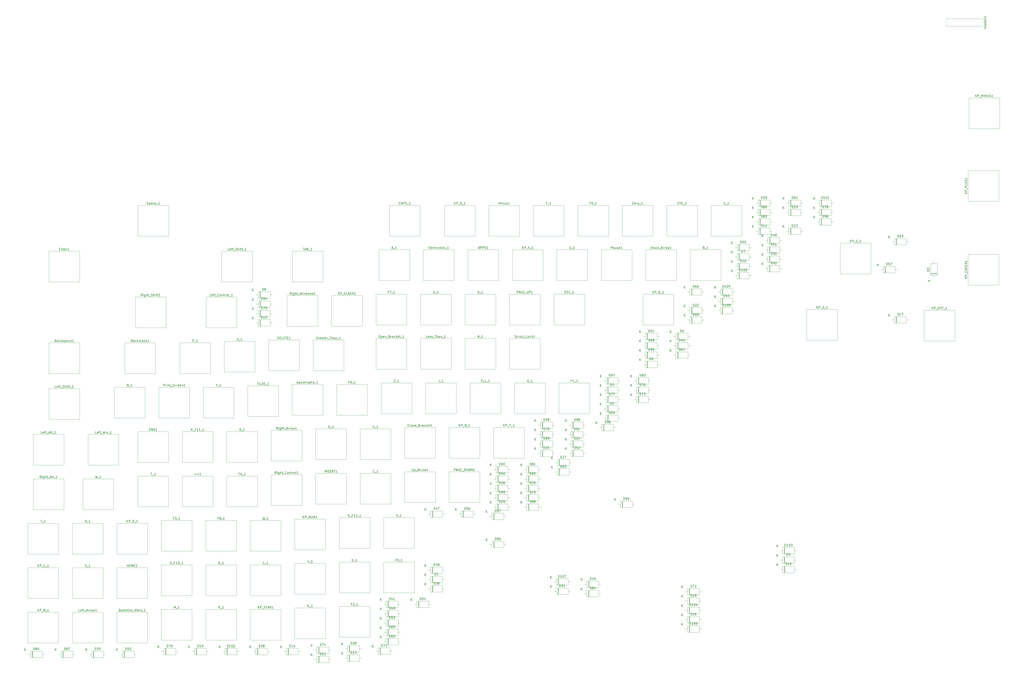
<source format=gbr>
%TF.GenerationSoftware,KiCad,Pcbnew,(6.0.7)*%
%TF.CreationDate,2022-08-27T20:37:35-04:00*%
%TF.ProjectId,das keyboard,64617320-6b65-4796-926f-6172642e6b69,rev?*%
%TF.SameCoordinates,Original*%
%TF.FileFunction,Legend,Top*%
%TF.FilePolarity,Positive*%
%FSLAX46Y46*%
G04 Gerber Fmt 4.6, Leading zero omitted, Abs format (unit mm)*
G04 Created by KiCad (PCBNEW (6.0.7)) date 2022-08-27 20:37:35*
%MOMM*%
%LPD*%
G01*
G04 APERTURE LIST*
%ADD10C,0.150000*%
%ADD11C,0.120000*%
G04 APERTURE END LIST*
D10*
%TO.C,Z_1*%
X119719523Y-143918380D02*
X120386190Y-143918380D01*
X119719523Y-144918380D01*
X120386190Y-144918380D01*
X120529047Y-145013619D02*
X121290952Y-145013619D01*
X122052857Y-144918380D02*
X121481428Y-144918380D01*
X121767142Y-144918380D02*
X121767142Y-143918380D01*
X121671904Y-144061238D01*
X121576666Y-144156476D01*
X121481428Y-144204095D01*
%TO.C,Zero_1*%
X228059047Y-63118380D02*
X228725714Y-63118380D01*
X228059047Y-64118380D01*
X228725714Y-64118380D01*
X229487619Y-64070761D02*
X229392380Y-64118380D01*
X229201904Y-64118380D01*
X229106666Y-64070761D01*
X229059047Y-63975523D01*
X229059047Y-63594571D01*
X229106666Y-63499333D01*
X229201904Y-63451714D01*
X229392380Y-63451714D01*
X229487619Y-63499333D01*
X229535238Y-63594571D01*
X229535238Y-63689809D01*
X229059047Y-63785047D01*
X229963809Y-64118380D02*
X229963809Y-63451714D01*
X229963809Y-63642190D02*
X230011428Y-63546952D01*
X230059047Y-63499333D01*
X230154285Y-63451714D01*
X230249523Y-63451714D01*
X230725714Y-64118380D02*
X230630476Y-64070761D01*
X230582857Y-64023142D01*
X230535238Y-63927904D01*
X230535238Y-63642190D01*
X230582857Y-63546952D01*
X230630476Y-63499333D01*
X230725714Y-63451714D01*
X230868571Y-63451714D01*
X230963809Y-63499333D01*
X231011428Y-63546952D01*
X231059047Y-63642190D01*
X231059047Y-63927904D01*
X231011428Y-64023142D01*
X230963809Y-64070761D01*
X230868571Y-64118380D01*
X230725714Y-64118380D01*
X231249523Y-64213619D02*
X232011428Y-64213619D01*
X232773333Y-64118380D02*
X232201904Y-64118380D01*
X232487619Y-64118380D02*
X232487619Y-63118380D01*
X232392380Y-63261238D01*
X232297142Y-63356476D01*
X232201904Y-63404095D01*
%TO.C,Y_1*%
X39252857Y-146362190D02*
X39252857Y-146838380D01*
X38919523Y-145838380D02*
X39252857Y-146362190D01*
X39586190Y-145838380D01*
X39681428Y-146933619D02*
X40443333Y-146933619D01*
X41205238Y-146838380D02*
X40633809Y-146838380D01*
X40919523Y-146838380D02*
X40919523Y-145838380D01*
X40824285Y-145981238D01*
X40729047Y-146076476D01*
X40633809Y-146124095D01*
%TO.C,X_1*%
X40069523Y-226638380D02*
X40736190Y-227638380D01*
X40736190Y-226638380D02*
X40069523Y-227638380D01*
X40879047Y-227733619D02*
X41640952Y-227733619D01*
X42402857Y-227638380D02*
X41831428Y-227638380D01*
X42117142Y-227638380D02*
X42117142Y-226638380D01*
X42021904Y-226781238D01*
X41926666Y-226876476D01*
X41831428Y-226924095D01*
%TO.C,W_1*%
X-15865714Y-187518380D02*
X-15627619Y-188518380D01*
X-15437142Y-187804095D01*
X-15246666Y-188518380D01*
X-15008571Y-187518380D01*
X-14865714Y-188613619D02*
X-14103809Y-188613619D01*
X-13341904Y-188518380D02*
X-13913333Y-188518380D01*
X-13627619Y-188518380D02*
X-13627619Y-187518380D01*
X-13722857Y-187661238D01*
X-13818095Y-187756476D01*
X-13913333Y-187804095D01*
%TO.C,V_1*%
X120869523Y-205158380D02*
X121202857Y-206158380D01*
X121536190Y-205158380D01*
X121631428Y-206253619D02*
X122393333Y-206253619D01*
X123155238Y-206158380D02*
X122583809Y-206158380D01*
X122869523Y-206158380D02*
X122869523Y-205158380D01*
X122774285Y-205301238D01*
X122679047Y-205396476D01*
X122583809Y-205444095D01*
%TO.C,U_1*%
X199577142Y-83318380D02*
X199577142Y-84127904D01*
X199624761Y-84223142D01*
X199672380Y-84270761D01*
X199767619Y-84318380D01*
X199958095Y-84318380D01*
X200053333Y-84270761D01*
X200100952Y-84223142D01*
X200148571Y-84127904D01*
X200148571Y-83318380D01*
X200386666Y-84413619D02*
X201148571Y-84413619D01*
X201910476Y-84318380D02*
X201339047Y-84318380D01*
X201624761Y-84318380D02*
X201624761Y-83318380D01*
X201529523Y-83461238D01*
X201434285Y-83556476D01*
X201339047Y-83604095D01*
%TO.C,Up_Arrow1*%
X127960952Y-184318380D02*
X127960952Y-185127904D01*
X128008571Y-185223142D01*
X128056190Y-185270761D01*
X128151428Y-185318380D01*
X128341904Y-185318380D01*
X128437142Y-185270761D01*
X128484761Y-185223142D01*
X128532380Y-185127904D01*
X128532380Y-184318380D01*
X129008571Y-184651714D02*
X129008571Y-185651714D01*
X129008571Y-184699333D02*
X129103809Y-184651714D01*
X129294285Y-184651714D01*
X129389523Y-184699333D01*
X129437142Y-184746952D01*
X129484761Y-184842190D01*
X129484761Y-185127904D01*
X129437142Y-185223142D01*
X129389523Y-185270761D01*
X129294285Y-185318380D01*
X129103809Y-185318380D01*
X129008571Y-185270761D01*
X129675238Y-185413619D02*
X130437142Y-185413619D01*
X130627619Y-185032666D02*
X131103809Y-185032666D01*
X130532380Y-185318380D02*
X130865714Y-184318380D01*
X131199047Y-185318380D01*
X131532380Y-185318380D02*
X131532380Y-184651714D01*
X131532380Y-184842190D02*
X131580000Y-184746952D01*
X131627619Y-184699333D01*
X131722857Y-184651714D01*
X131818095Y-184651714D01*
X132151428Y-185318380D02*
X132151428Y-184651714D01*
X132151428Y-184842190D02*
X132199047Y-184746952D01*
X132246666Y-184699333D01*
X132341904Y-184651714D01*
X132437142Y-184651714D01*
X132913333Y-185318380D02*
X132818095Y-185270761D01*
X132770476Y-185223142D01*
X132722857Y-185127904D01*
X132722857Y-184842190D01*
X132770476Y-184746952D01*
X132818095Y-184699333D01*
X132913333Y-184651714D01*
X133056190Y-184651714D01*
X133151428Y-184699333D01*
X133199047Y-184746952D01*
X133246666Y-184842190D01*
X133246666Y-185127904D01*
X133199047Y-185223142D01*
X133151428Y-185270761D01*
X133056190Y-185318380D01*
X132913333Y-185318380D01*
X133580000Y-184651714D02*
X133770476Y-185318380D01*
X133960952Y-184842190D01*
X134151428Y-185318380D01*
X134341904Y-184651714D01*
X135246666Y-185318380D02*
X134675238Y-185318380D01*
X134960952Y-185318380D02*
X134960952Y-184318380D01*
X134865714Y-184461238D01*
X134770476Y-184556476D01*
X134675238Y-184604095D01*
%TO.C,T_1*%
X-40682857Y-207718380D02*
X-40111428Y-207718380D01*
X-40397142Y-208718380D02*
X-40397142Y-207718380D01*
X-40016190Y-208813619D02*
X-39254285Y-208813619D01*
X-38492380Y-208718380D02*
X-39063809Y-208718380D01*
X-38778095Y-208718380D02*
X-38778095Y-207718380D01*
X-38873333Y-207861238D01*
X-38968571Y-207956476D01*
X-39063809Y-208004095D01*
%TO.C,TILDE_1*%
X57571904Y-145198380D02*
X58143333Y-145198380D01*
X57857619Y-146198380D02*
X57857619Y-145198380D01*
X58476666Y-146198380D02*
X58476666Y-145198380D01*
X59429047Y-146198380D02*
X58952857Y-146198380D01*
X58952857Y-145198380D01*
X59762380Y-146198380D02*
X59762380Y-145198380D01*
X60000476Y-145198380D01*
X60143333Y-145246000D01*
X60238571Y-145341238D01*
X60286190Y-145436476D01*
X60333809Y-145626952D01*
X60333809Y-145769809D01*
X60286190Y-145960285D01*
X60238571Y-146055523D01*
X60143333Y-146150761D01*
X60000476Y-146198380D01*
X59762380Y-146198380D01*
X60762380Y-145674571D02*
X61095714Y-145674571D01*
X61238571Y-146198380D02*
X60762380Y-146198380D01*
X60762380Y-145198380D01*
X61238571Y-145198380D01*
X61429047Y-146293619D02*
X62190952Y-146293619D01*
X62952857Y-146198380D02*
X62381428Y-146198380D01*
X62667142Y-146198380D02*
X62667142Y-145198380D01*
X62571904Y-145341238D01*
X62476666Y-145436476D01*
X62381428Y-145484095D01*
%TO.C,TAB_1*%
X78519821Y-83958380D02*
X79091250Y-83958380D01*
X78805535Y-84958380D02*
X78805535Y-83958380D01*
X79376964Y-84672666D02*
X79853154Y-84672666D01*
X79281726Y-84958380D02*
X79615059Y-83958380D01*
X79948392Y-84958380D01*
X80615059Y-84434571D02*
X80757916Y-84482190D01*
X80805535Y-84529809D01*
X80853154Y-84625047D01*
X80853154Y-84767904D01*
X80805535Y-84863142D01*
X80757916Y-84910761D01*
X80662678Y-84958380D01*
X80281726Y-84958380D01*
X80281726Y-83958380D01*
X80615059Y-83958380D01*
X80710297Y-84006000D01*
X80757916Y-84053619D01*
X80805535Y-84148857D01*
X80805535Y-84244095D01*
X80757916Y-84339333D01*
X80710297Y-84386952D01*
X80615059Y-84434571D01*
X80281726Y-84434571D01*
X81043630Y-85053619D02*
X81805535Y-85053619D01*
X82567440Y-84958380D02*
X81996011Y-84958380D01*
X82281726Y-84958380D02*
X82281726Y-83958380D01*
X82186488Y-84101238D01*
X82091250Y-84196476D01*
X81996011Y-84244095D01*
%TO.C,S_1*%
X-20482857Y-228870761D02*
X-20340000Y-228918380D01*
X-20101904Y-228918380D01*
X-20006666Y-228870761D01*
X-19959047Y-228823142D01*
X-19911428Y-228727904D01*
X-19911428Y-228632666D01*
X-19959047Y-228537428D01*
X-20006666Y-228489809D01*
X-20101904Y-228442190D01*
X-20292380Y-228394571D01*
X-20387619Y-228346952D01*
X-20435238Y-228299333D01*
X-20482857Y-228204095D01*
X-20482857Y-228108857D01*
X-20435238Y-228013619D01*
X-20387619Y-227966000D01*
X-20292380Y-227918380D01*
X-20054285Y-227918380D01*
X-19911428Y-227966000D01*
X-19720952Y-229013619D02*
X-18959047Y-229013619D01*
X-18197142Y-228918380D02*
X-18768571Y-228918380D01*
X-18482857Y-228918380D02*
X-18482857Y-227918380D01*
X-18578095Y-228061238D01*
X-18673333Y-228156476D01*
X-18768571Y-228204095D01*
%TO.C,Space_1*%
X7561488Y-64070761D02*
X7704345Y-64118380D01*
X7942440Y-64118380D01*
X8037678Y-64070761D01*
X8085297Y-64023142D01*
X8132916Y-63927904D01*
X8132916Y-63832666D01*
X8085297Y-63737428D01*
X8037678Y-63689809D01*
X7942440Y-63642190D01*
X7751964Y-63594571D01*
X7656726Y-63546952D01*
X7609107Y-63499333D01*
X7561488Y-63404095D01*
X7561488Y-63308857D01*
X7609107Y-63213619D01*
X7656726Y-63166000D01*
X7751964Y-63118380D01*
X7990059Y-63118380D01*
X8132916Y-63166000D01*
X8561488Y-63451714D02*
X8561488Y-64451714D01*
X8561488Y-63499333D02*
X8656726Y-63451714D01*
X8847202Y-63451714D01*
X8942440Y-63499333D01*
X8990059Y-63546952D01*
X9037678Y-63642190D01*
X9037678Y-63927904D01*
X8990059Y-64023142D01*
X8942440Y-64070761D01*
X8847202Y-64118380D01*
X8656726Y-64118380D01*
X8561488Y-64070761D01*
X9894821Y-64118380D02*
X9894821Y-63594571D01*
X9847202Y-63499333D01*
X9751964Y-63451714D01*
X9561488Y-63451714D01*
X9466250Y-63499333D01*
X9894821Y-64070761D02*
X9799583Y-64118380D01*
X9561488Y-64118380D01*
X9466250Y-64070761D01*
X9418630Y-63975523D01*
X9418630Y-63880285D01*
X9466250Y-63785047D01*
X9561488Y-63737428D01*
X9799583Y-63737428D01*
X9894821Y-63689809D01*
X10799583Y-64070761D02*
X10704345Y-64118380D01*
X10513869Y-64118380D01*
X10418630Y-64070761D01*
X10371011Y-64023142D01*
X10323392Y-63927904D01*
X10323392Y-63642190D01*
X10371011Y-63546952D01*
X10418630Y-63499333D01*
X10513869Y-63451714D01*
X10704345Y-63451714D01*
X10799583Y-63499333D01*
X11609107Y-64070761D02*
X11513869Y-64118380D01*
X11323392Y-64118380D01*
X11228154Y-64070761D01*
X11180535Y-63975523D01*
X11180535Y-63594571D01*
X11228154Y-63499333D01*
X11323392Y-63451714D01*
X11513869Y-63451714D01*
X11609107Y-63499333D01*
X11656726Y-63594571D01*
X11656726Y-63689809D01*
X11180535Y-63785047D01*
X11847202Y-64213619D02*
X12609107Y-64213619D01*
X13371011Y-64118380D02*
X12799583Y-64118380D01*
X13085297Y-64118380D02*
X13085297Y-63118380D01*
X12990059Y-63261238D01*
X12894821Y-63356476D01*
X12799583Y-63404095D01*
%TO.C,Semicolon_1*%
X135596190Y-84270761D02*
X135739047Y-84318380D01*
X135977142Y-84318380D01*
X136072380Y-84270761D01*
X136120000Y-84223142D01*
X136167619Y-84127904D01*
X136167619Y-84032666D01*
X136120000Y-83937428D01*
X136072380Y-83889809D01*
X135977142Y-83842190D01*
X135786666Y-83794571D01*
X135691428Y-83746952D01*
X135643809Y-83699333D01*
X135596190Y-83604095D01*
X135596190Y-83508857D01*
X135643809Y-83413619D01*
X135691428Y-83366000D01*
X135786666Y-83318380D01*
X136024761Y-83318380D01*
X136167619Y-83366000D01*
X136977142Y-84270761D02*
X136881904Y-84318380D01*
X136691428Y-84318380D01*
X136596190Y-84270761D01*
X136548571Y-84175523D01*
X136548571Y-83794571D01*
X136596190Y-83699333D01*
X136691428Y-83651714D01*
X136881904Y-83651714D01*
X136977142Y-83699333D01*
X137024761Y-83794571D01*
X137024761Y-83889809D01*
X136548571Y-83985047D01*
X137453333Y-84318380D02*
X137453333Y-83651714D01*
X137453333Y-83746952D02*
X137500952Y-83699333D01*
X137596190Y-83651714D01*
X137739047Y-83651714D01*
X137834285Y-83699333D01*
X137881904Y-83794571D01*
X137881904Y-84318380D01*
X137881904Y-83794571D02*
X137929523Y-83699333D01*
X138024761Y-83651714D01*
X138167619Y-83651714D01*
X138262857Y-83699333D01*
X138310476Y-83794571D01*
X138310476Y-84318380D01*
X138786666Y-84318380D02*
X138786666Y-83651714D01*
X138786666Y-83318380D02*
X138739047Y-83366000D01*
X138786666Y-83413619D01*
X138834285Y-83366000D01*
X138786666Y-83318380D01*
X138786666Y-83413619D01*
X139691428Y-84270761D02*
X139596190Y-84318380D01*
X139405714Y-84318380D01*
X139310476Y-84270761D01*
X139262857Y-84223142D01*
X139215238Y-84127904D01*
X139215238Y-83842190D01*
X139262857Y-83746952D01*
X139310476Y-83699333D01*
X139405714Y-83651714D01*
X139596190Y-83651714D01*
X139691428Y-83699333D01*
X140262857Y-84318380D02*
X140167619Y-84270761D01*
X140120000Y-84223142D01*
X140072380Y-84127904D01*
X140072380Y-83842190D01*
X140120000Y-83746952D01*
X140167619Y-83699333D01*
X140262857Y-83651714D01*
X140405714Y-83651714D01*
X140500952Y-83699333D01*
X140548571Y-83746952D01*
X140596190Y-83842190D01*
X140596190Y-84127904D01*
X140548571Y-84223142D01*
X140500952Y-84270761D01*
X140405714Y-84318380D01*
X140262857Y-84318380D01*
X141167619Y-84318380D02*
X141072380Y-84270761D01*
X141024761Y-84175523D01*
X141024761Y-83318380D01*
X141691428Y-84318380D02*
X141596190Y-84270761D01*
X141548571Y-84223142D01*
X141500952Y-84127904D01*
X141500952Y-83842190D01*
X141548571Y-83746952D01*
X141596190Y-83699333D01*
X141691428Y-83651714D01*
X141834285Y-83651714D01*
X141929523Y-83699333D01*
X141977142Y-83746952D01*
X142024761Y-83842190D01*
X142024761Y-84127904D01*
X141977142Y-84223142D01*
X141929523Y-84270761D01*
X141834285Y-84318380D01*
X141691428Y-84318380D01*
X142453333Y-83651714D02*
X142453333Y-84318380D01*
X142453333Y-83746952D02*
X142500952Y-83699333D01*
X142596190Y-83651714D01*
X142739047Y-83651714D01*
X142834285Y-83699333D01*
X142881904Y-83794571D01*
X142881904Y-84318380D01*
X143120000Y-84413619D02*
X143881904Y-84413619D01*
X144643809Y-84318380D02*
X144072380Y-84318380D01*
X144358095Y-84318380D02*
X144358095Y-83318380D01*
X144262857Y-83461238D01*
X144167619Y-83556476D01*
X144072380Y-83604095D01*
%TO.C,Scroll_Lock1*%
X174662380Y-124670761D02*
X174805238Y-124718380D01*
X175043333Y-124718380D01*
X175138571Y-124670761D01*
X175186190Y-124623142D01*
X175233809Y-124527904D01*
X175233809Y-124432666D01*
X175186190Y-124337428D01*
X175138571Y-124289809D01*
X175043333Y-124242190D01*
X174852857Y-124194571D01*
X174757619Y-124146952D01*
X174710000Y-124099333D01*
X174662380Y-124004095D01*
X174662380Y-123908857D01*
X174710000Y-123813619D01*
X174757619Y-123766000D01*
X174852857Y-123718380D01*
X175090952Y-123718380D01*
X175233809Y-123766000D01*
X176090952Y-124670761D02*
X175995714Y-124718380D01*
X175805238Y-124718380D01*
X175710000Y-124670761D01*
X175662380Y-124623142D01*
X175614761Y-124527904D01*
X175614761Y-124242190D01*
X175662380Y-124146952D01*
X175710000Y-124099333D01*
X175805238Y-124051714D01*
X175995714Y-124051714D01*
X176090952Y-124099333D01*
X176519523Y-124718380D02*
X176519523Y-124051714D01*
X176519523Y-124242190D02*
X176567142Y-124146952D01*
X176614761Y-124099333D01*
X176710000Y-124051714D01*
X176805238Y-124051714D01*
X177281428Y-124718380D02*
X177186190Y-124670761D01*
X177138571Y-124623142D01*
X177090952Y-124527904D01*
X177090952Y-124242190D01*
X177138571Y-124146952D01*
X177186190Y-124099333D01*
X177281428Y-124051714D01*
X177424285Y-124051714D01*
X177519523Y-124099333D01*
X177567142Y-124146952D01*
X177614761Y-124242190D01*
X177614761Y-124527904D01*
X177567142Y-124623142D01*
X177519523Y-124670761D01*
X177424285Y-124718380D01*
X177281428Y-124718380D01*
X178186190Y-124718380D02*
X178090952Y-124670761D01*
X178043333Y-124575523D01*
X178043333Y-123718380D01*
X178710000Y-124718380D02*
X178614761Y-124670761D01*
X178567142Y-124575523D01*
X178567142Y-123718380D01*
X178852857Y-124813619D02*
X179614761Y-124813619D01*
X180329047Y-124718380D02*
X179852857Y-124718380D01*
X179852857Y-123718380D01*
X180805238Y-124718380D02*
X180710000Y-124670761D01*
X180662380Y-124623142D01*
X180614761Y-124527904D01*
X180614761Y-124242190D01*
X180662380Y-124146952D01*
X180710000Y-124099333D01*
X180805238Y-124051714D01*
X180948095Y-124051714D01*
X181043333Y-124099333D01*
X181090952Y-124146952D01*
X181138571Y-124242190D01*
X181138571Y-124527904D01*
X181090952Y-124623142D01*
X181043333Y-124670761D01*
X180948095Y-124718380D01*
X180805238Y-124718380D01*
X181995714Y-124670761D02*
X181900476Y-124718380D01*
X181710000Y-124718380D01*
X181614761Y-124670761D01*
X181567142Y-124623142D01*
X181519523Y-124527904D01*
X181519523Y-124242190D01*
X181567142Y-124146952D01*
X181614761Y-124099333D01*
X181710000Y-124051714D01*
X181900476Y-124051714D01*
X181995714Y-124099333D01*
X182424285Y-124718380D02*
X182424285Y-123718380D01*
X182519523Y-124337428D02*
X182805238Y-124718380D01*
X182805238Y-124051714D02*
X182424285Y-124432666D01*
X183757619Y-124718380D02*
X183186190Y-124718380D01*
X183471904Y-124718380D02*
X183471904Y-123718380D01*
X183376666Y-123861238D01*
X183281428Y-123956476D01*
X183186190Y-124004095D01*
%TO.C,R_1*%
X40712380Y-247838380D02*
X40379047Y-247362190D01*
X40140952Y-247838380D02*
X40140952Y-246838380D01*
X40521904Y-246838380D01*
X40617142Y-246886000D01*
X40664761Y-246933619D01*
X40712380Y-247028857D01*
X40712380Y-247171714D01*
X40664761Y-247266952D01*
X40617142Y-247314571D01*
X40521904Y-247362190D01*
X40140952Y-247362190D01*
X40902857Y-247933619D02*
X41664761Y-247933619D01*
X42426666Y-247838380D02*
X41855238Y-247838380D01*
X42140952Y-247838380D02*
X42140952Y-246838380D01*
X42045714Y-246981238D01*
X41950476Y-247076476D01*
X41855238Y-247124095D01*
%TO.C,Right_Windows1*%
X73138571Y-105158380D02*
X72805238Y-104682190D01*
X72567142Y-105158380D02*
X72567142Y-104158380D01*
X72948095Y-104158380D01*
X73043333Y-104206000D01*
X73090952Y-104253619D01*
X73138571Y-104348857D01*
X73138571Y-104491714D01*
X73090952Y-104586952D01*
X73043333Y-104634571D01*
X72948095Y-104682190D01*
X72567142Y-104682190D01*
X73567142Y-105158380D02*
X73567142Y-104491714D01*
X73567142Y-104158380D02*
X73519523Y-104206000D01*
X73567142Y-104253619D01*
X73614761Y-104206000D01*
X73567142Y-104158380D01*
X73567142Y-104253619D01*
X74471904Y-104491714D02*
X74471904Y-105301238D01*
X74424285Y-105396476D01*
X74376666Y-105444095D01*
X74281428Y-105491714D01*
X74138571Y-105491714D01*
X74043333Y-105444095D01*
X74471904Y-105110761D02*
X74376666Y-105158380D01*
X74186190Y-105158380D01*
X74090952Y-105110761D01*
X74043333Y-105063142D01*
X73995714Y-104967904D01*
X73995714Y-104682190D01*
X74043333Y-104586952D01*
X74090952Y-104539333D01*
X74186190Y-104491714D01*
X74376666Y-104491714D01*
X74471904Y-104539333D01*
X74948095Y-105158380D02*
X74948095Y-104158380D01*
X75376666Y-105158380D02*
X75376666Y-104634571D01*
X75329047Y-104539333D01*
X75233809Y-104491714D01*
X75090952Y-104491714D01*
X74995714Y-104539333D01*
X74948095Y-104586952D01*
X75710000Y-104491714D02*
X76090952Y-104491714D01*
X75852857Y-104158380D02*
X75852857Y-105015523D01*
X75900476Y-105110761D01*
X75995714Y-105158380D01*
X76090952Y-105158380D01*
X76186190Y-105253619D02*
X76948095Y-105253619D01*
X77090952Y-104158380D02*
X77329047Y-105158380D01*
X77519523Y-104444095D01*
X77710000Y-105158380D01*
X77948095Y-104158380D01*
X78329047Y-105158380D02*
X78329047Y-104491714D01*
X78329047Y-104158380D02*
X78281428Y-104206000D01*
X78329047Y-104253619D01*
X78376666Y-104206000D01*
X78329047Y-104158380D01*
X78329047Y-104253619D01*
X78805238Y-104491714D02*
X78805238Y-105158380D01*
X78805238Y-104586952D02*
X78852857Y-104539333D01*
X78948095Y-104491714D01*
X79090952Y-104491714D01*
X79186190Y-104539333D01*
X79233809Y-104634571D01*
X79233809Y-105158380D01*
X80138571Y-105158380D02*
X80138571Y-104158380D01*
X80138571Y-105110761D02*
X80043333Y-105158380D01*
X79852857Y-105158380D01*
X79757619Y-105110761D01*
X79709999Y-105063142D01*
X79662380Y-104967904D01*
X79662380Y-104682190D01*
X79709999Y-104586952D01*
X79757619Y-104539333D01*
X79852857Y-104491714D01*
X80043333Y-104491714D01*
X80138571Y-104539333D01*
X80757619Y-105158380D02*
X80662380Y-105110761D01*
X80614761Y-105063142D01*
X80567142Y-104967904D01*
X80567142Y-104682190D01*
X80614761Y-104586952D01*
X80662380Y-104539333D01*
X80757619Y-104491714D01*
X80900476Y-104491714D01*
X80995714Y-104539333D01*
X81043333Y-104586952D01*
X81090952Y-104682190D01*
X81090952Y-104967904D01*
X81043333Y-105063142D01*
X80995714Y-105110761D01*
X80900476Y-105158380D01*
X80757619Y-105158380D01*
X81424285Y-104491714D02*
X81614761Y-105158380D01*
X81805238Y-104682190D01*
X81995714Y-105158380D01*
X82186190Y-104491714D01*
X82519523Y-105110761D02*
X82614761Y-105158380D01*
X82805238Y-105158380D01*
X82900476Y-105110761D01*
X82948095Y-105015523D01*
X82948095Y-104967904D01*
X82900476Y-104872666D01*
X82805238Y-104825047D01*
X82662380Y-104825047D01*
X82567142Y-104777428D01*
X82519523Y-104682190D01*
X82519523Y-104634571D01*
X82567142Y-104539333D01*
X82662380Y-104491714D01*
X82805238Y-104491714D01*
X82900476Y-104539333D01*
X83900476Y-105158380D02*
X83329047Y-105158380D01*
X83614761Y-105158380D02*
X83614761Y-104158380D01*
X83519523Y-104301238D01*
X83424285Y-104396476D01*
X83329047Y-104444095D01*
%TO.C,Right_Shift1*%
X5520714Y-105798380D02*
X5187380Y-105322190D01*
X4949285Y-105798380D02*
X4949285Y-104798380D01*
X5330238Y-104798380D01*
X5425476Y-104846000D01*
X5473095Y-104893619D01*
X5520714Y-104988857D01*
X5520714Y-105131714D01*
X5473095Y-105226952D01*
X5425476Y-105274571D01*
X5330238Y-105322190D01*
X4949285Y-105322190D01*
X5949285Y-105798380D02*
X5949285Y-105131714D01*
X5949285Y-104798380D02*
X5901666Y-104846000D01*
X5949285Y-104893619D01*
X5996904Y-104846000D01*
X5949285Y-104798380D01*
X5949285Y-104893619D01*
X6854047Y-105131714D02*
X6854047Y-105941238D01*
X6806428Y-106036476D01*
X6758809Y-106084095D01*
X6663571Y-106131714D01*
X6520714Y-106131714D01*
X6425476Y-106084095D01*
X6854047Y-105750761D02*
X6758809Y-105798380D01*
X6568333Y-105798380D01*
X6473095Y-105750761D01*
X6425476Y-105703142D01*
X6377857Y-105607904D01*
X6377857Y-105322190D01*
X6425476Y-105226952D01*
X6473095Y-105179333D01*
X6568333Y-105131714D01*
X6758809Y-105131714D01*
X6854047Y-105179333D01*
X7330238Y-105798380D02*
X7330238Y-104798380D01*
X7758809Y-105798380D02*
X7758809Y-105274571D01*
X7711190Y-105179333D01*
X7615952Y-105131714D01*
X7473095Y-105131714D01*
X7377857Y-105179333D01*
X7330238Y-105226952D01*
X8092142Y-105131714D02*
X8473095Y-105131714D01*
X8235000Y-104798380D02*
X8235000Y-105655523D01*
X8282619Y-105750761D01*
X8377857Y-105798380D01*
X8473095Y-105798380D01*
X8568333Y-105893619D02*
X9330238Y-105893619D01*
X9520714Y-105750761D02*
X9663571Y-105798380D01*
X9901666Y-105798380D01*
X9996904Y-105750761D01*
X10044523Y-105703142D01*
X10092142Y-105607904D01*
X10092142Y-105512666D01*
X10044523Y-105417428D01*
X9996904Y-105369809D01*
X9901666Y-105322190D01*
X9711190Y-105274571D01*
X9615952Y-105226952D01*
X9568333Y-105179333D01*
X9520714Y-105084095D01*
X9520714Y-104988857D01*
X9568333Y-104893619D01*
X9615952Y-104846000D01*
X9711190Y-104798380D01*
X9949285Y-104798380D01*
X10092142Y-104846000D01*
X10520714Y-105798380D02*
X10520714Y-104798380D01*
X10949285Y-105798380D02*
X10949285Y-105274571D01*
X10901666Y-105179333D01*
X10806428Y-105131714D01*
X10663571Y-105131714D01*
X10568333Y-105179333D01*
X10520714Y-105226952D01*
X11425476Y-105798380D02*
X11425476Y-105131714D01*
X11425476Y-104798380D02*
X11377857Y-104846000D01*
X11425476Y-104893619D01*
X11473095Y-104846000D01*
X11425476Y-104798380D01*
X11425476Y-104893619D01*
X11758809Y-105131714D02*
X12139761Y-105131714D01*
X11901666Y-105798380D02*
X11901666Y-104941238D01*
X11949285Y-104846000D01*
X12044523Y-104798380D01*
X12139761Y-104798380D01*
X12330238Y-105131714D02*
X12711190Y-105131714D01*
X12473095Y-104798380D02*
X12473095Y-105655523D01*
X12520714Y-105750761D01*
X12615952Y-105798380D01*
X12711190Y-105798380D01*
X13568333Y-105798380D02*
X12996904Y-105798380D01*
X13282619Y-105798380D02*
X13282619Y-104798380D01*
X13187380Y-104941238D01*
X13092142Y-105036476D01*
X12996904Y-105084095D01*
%TO.C,Right_Control1*%
X66289523Y-186598380D02*
X65956190Y-186122190D01*
X65718095Y-186598380D02*
X65718095Y-185598380D01*
X66099047Y-185598380D01*
X66194285Y-185646000D01*
X66241904Y-185693619D01*
X66289523Y-185788857D01*
X66289523Y-185931714D01*
X66241904Y-186026952D01*
X66194285Y-186074571D01*
X66099047Y-186122190D01*
X65718095Y-186122190D01*
X66718095Y-186598380D02*
X66718095Y-185931714D01*
X66718095Y-185598380D02*
X66670476Y-185646000D01*
X66718095Y-185693619D01*
X66765714Y-185646000D01*
X66718095Y-185598380D01*
X66718095Y-185693619D01*
X67622857Y-185931714D02*
X67622857Y-186741238D01*
X67575238Y-186836476D01*
X67527619Y-186884095D01*
X67432380Y-186931714D01*
X67289523Y-186931714D01*
X67194285Y-186884095D01*
X67622857Y-186550761D02*
X67527619Y-186598380D01*
X67337142Y-186598380D01*
X67241904Y-186550761D01*
X67194285Y-186503142D01*
X67146666Y-186407904D01*
X67146666Y-186122190D01*
X67194285Y-186026952D01*
X67241904Y-185979333D01*
X67337142Y-185931714D01*
X67527619Y-185931714D01*
X67622857Y-185979333D01*
X68099047Y-186598380D02*
X68099047Y-185598380D01*
X68527619Y-186598380D02*
X68527619Y-186074571D01*
X68480000Y-185979333D01*
X68384761Y-185931714D01*
X68241904Y-185931714D01*
X68146666Y-185979333D01*
X68099047Y-186026952D01*
X68860952Y-185931714D02*
X69241904Y-185931714D01*
X69003809Y-185598380D02*
X69003809Y-186455523D01*
X69051428Y-186550761D01*
X69146666Y-186598380D01*
X69241904Y-186598380D01*
X69337142Y-186693619D02*
X70099047Y-186693619D01*
X70908571Y-186503142D02*
X70860952Y-186550761D01*
X70718095Y-186598380D01*
X70622857Y-186598380D01*
X70480000Y-186550761D01*
X70384761Y-186455523D01*
X70337142Y-186360285D01*
X70289523Y-186169809D01*
X70289523Y-186026952D01*
X70337142Y-185836476D01*
X70384761Y-185741238D01*
X70480000Y-185646000D01*
X70622857Y-185598380D01*
X70718095Y-185598380D01*
X70860952Y-185646000D01*
X70908571Y-185693619D01*
X71480000Y-186598380D02*
X71384761Y-186550761D01*
X71337142Y-186503142D01*
X71289523Y-186407904D01*
X71289523Y-186122190D01*
X71337142Y-186026952D01*
X71384761Y-185979333D01*
X71480000Y-185931714D01*
X71622857Y-185931714D01*
X71718095Y-185979333D01*
X71765714Y-186026952D01*
X71813333Y-186122190D01*
X71813333Y-186407904D01*
X71765714Y-186503142D01*
X71718095Y-186550761D01*
X71622857Y-186598380D01*
X71480000Y-186598380D01*
X72241904Y-185931714D02*
X72241904Y-186598380D01*
X72241904Y-186026952D02*
X72289523Y-185979333D01*
X72384761Y-185931714D01*
X72527619Y-185931714D01*
X72622857Y-185979333D01*
X72670476Y-186074571D01*
X72670476Y-186598380D01*
X73003809Y-185931714D02*
X73384761Y-185931714D01*
X73146666Y-185598380D02*
X73146666Y-186455523D01*
X73194285Y-186550761D01*
X73289523Y-186598380D01*
X73384761Y-186598380D01*
X73718095Y-186598380D02*
X73718095Y-185931714D01*
X73718095Y-186122190D02*
X73765714Y-186026952D01*
X73813333Y-185979333D01*
X73908571Y-185931714D01*
X74003809Y-185931714D01*
X74480000Y-186598380D02*
X74384761Y-186550761D01*
X74337142Y-186503142D01*
X74289523Y-186407904D01*
X74289523Y-186122190D01*
X74337142Y-186026952D01*
X74384761Y-185979333D01*
X74480000Y-185931714D01*
X74622857Y-185931714D01*
X74718095Y-185979333D01*
X74765714Y-186026952D01*
X74813333Y-186122190D01*
X74813333Y-186407904D01*
X74765714Y-186503142D01*
X74718095Y-186550761D01*
X74622857Y-186598380D01*
X74480000Y-186598380D01*
X75384761Y-186598380D02*
X75289523Y-186550761D01*
X75241904Y-186455523D01*
X75241904Y-185598380D01*
X76289523Y-186598380D02*
X75718095Y-186598380D01*
X76003809Y-186598380D02*
X76003809Y-185598380D01*
X75908571Y-185741238D01*
X75813333Y-185836476D01*
X75718095Y-185884095D01*
%TO.C,Right_Arrow1*%
X66980000Y-166398380D02*
X66646666Y-165922190D01*
X66408571Y-166398380D02*
X66408571Y-165398380D01*
X66789523Y-165398380D01*
X66884761Y-165446000D01*
X66932380Y-165493619D01*
X66980000Y-165588857D01*
X66980000Y-165731714D01*
X66932380Y-165826952D01*
X66884761Y-165874571D01*
X66789523Y-165922190D01*
X66408571Y-165922190D01*
X67408571Y-166398380D02*
X67408571Y-165731714D01*
X67408571Y-165398380D02*
X67360952Y-165446000D01*
X67408571Y-165493619D01*
X67456190Y-165446000D01*
X67408571Y-165398380D01*
X67408571Y-165493619D01*
X68313333Y-165731714D02*
X68313333Y-166541238D01*
X68265714Y-166636476D01*
X68218095Y-166684095D01*
X68122857Y-166731714D01*
X67980000Y-166731714D01*
X67884761Y-166684095D01*
X68313333Y-166350761D02*
X68218095Y-166398380D01*
X68027619Y-166398380D01*
X67932380Y-166350761D01*
X67884761Y-166303142D01*
X67837142Y-166207904D01*
X67837142Y-165922190D01*
X67884761Y-165826952D01*
X67932380Y-165779333D01*
X68027619Y-165731714D01*
X68218095Y-165731714D01*
X68313333Y-165779333D01*
X68789523Y-166398380D02*
X68789523Y-165398380D01*
X69218095Y-166398380D02*
X69218095Y-165874571D01*
X69170476Y-165779333D01*
X69075238Y-165731714D01*
X68932380Y-165731714D01*
X68837142Y-165779333D01*
X68789523Y-165826952D01*
X69551428Y-165731714D02*
X69932380Y-165731714D01*
X69694285Y-165398380D02*
X69694285Y-166255523D01*
X69741904Y-166350761D01*
X69837142Y-166398380D01*
X69932380Y-166398380D01*
X70027619Y-166493619D02*
X70789523Y-166493619D01*
X70980000Y-166112666D02*
X71456190Y-166112666D01*
X70884761Y-166398380D02*
X71218095Y-165398380D01*
X71551428Y-166398380D01*
X71884761Y-166398380D02*
X71884761Y-165731714D01*
X71884761Y-165922190D02*
X71932380Y-165826952D01*
X71980000Y-165779333D01*
X72075238Y-165731714D01*
X72170476Y-165731714D01*
X72503809Y-166398380D02*
X72503809Y-165731714D01*
X72503809Y-165922190D02*
X72551428Y-165826952D01*
X72599047Y-165779333D01*
X72694285Y-165731714D01*
X72789523Y-165731714D01*
X73265714Y-166398380D02*
X73170476Y-166350761D01*
X73122857Y-166303142D01*
X73075238Y-166207904D01*
X73075238Y-165922190D01*
X73122857Y-165826952D01*
X73170476Y-165779333D01*
X73265714Y-165731714D01*
X73408571Y-165731714D01*
X73503809Y-165779333D01*
X73551428Y-165826952D01*
X73599047Y-165922190D01*
X73599047Y-166207904D01*
X73551428Y-166303142D01*
X73503809Y-166350761D01*
X73408571Y-166398380D01*
X73265714Y-166398380D01*
X73932380Y-165731714D02*
X74122857Y-166398380D01*
X74313333Y-165922190D01*
X74503809Y-166398380D01*
X74694285Y-165731714D01*
X75599047Y-166398380D02*
X75027619Y-166398380D01*
X75313333Y-166398380D02*
X75313333Y-165398380D01*
X75218095Y-165541238D01*
X75122857Y-165636476D01*
X75027619Y-165684095D01*
%TO.C,Right_Alt_1*%
X-40492083Y-188518380D02*
X-40825416Y-188042190D01*
X-41063511Y-188518380D02*
X-41063511Y-187518380D01*
X-40682559Y-187518380D01*
X-40587321Y-187566000D01*
X-40539702Y-187613619D01*
X-40492083Y-187708857D01*
X-40492083Y-187851714D01*
X-40539702Y-187946952D01*
X-40587321Y-187994571D01*
X-40682559Y-188042190D01*
X-41063511Y-188042190D01*
X-40063511Y-188518380D02*
X-40063511Y-187851714D01*
X-40063511Y-187518380D02*
X-40111130Y-187566000D01*
X-40063511Y-187613619D01*
X-40015892Y-187566000D01*
X-40063511Y-187518380D01*
X-40063511Y-187613619D01*
X-39158750Y-187851714D02*
X-39158750Y-188661238D01*
X-39206369Y-188756476D01*
X-39253988Y-188804095D01*
X-39349226Y-188851714D01*
X-39492083Y-188851714D01*
X-39587321Y-188804095D01*
X-39158750Y-188470761D02*
X-39253988Y-188518380D01*
X-39444464Y-188518380D01*
X-39539702Y-188470761D01*
X-39587321Y-188423142D01*
X-39634940Y-188327904D01*
X-39634940Y-188042190D01*
X-39587321Y-187946952D01*
X-39539702Y-187899333D01*
X-39444464Y-187851714D01*
X-39253988Y-187851714D01*
X-39158750Y-187899333D01*
X-38682559Y-188518380D02*
X-38682559Y-187518380D01*
X-38253988Y-188518380D02*
X-38253988Y-187994571D01*
X-38301607Y-187899333D01*
X-38396845Y-187851714D01*
X-38539702Y-187851714D01*
X-38634940Y-187899333D01*
X-38682559Y-187946952D01*
X-37920654Y-187851714D02*
X-37539702Y-187851714D01*
X-37777797Y-187518380D02*
X-37777797Y-188375523D01*
X-37730178Y-188470761D01*
X-37634940Y-188518380D01*
X-37539702Y-188518380D01*
X-37444464Y-188613619D02*
X-36682559Y-188613619D01*
X-36492083Y-188232666D02*
X-36015892Y-188232666D01*
X-36587321Y-188518380D02*
X-36253988Y-187518380D01*
X-35920654Y-188518380D01*
X-35444464Y-188518380D02*
X-35539702Y-188470761D01*
X-35587321Y-188375523D01*
X-35587321Y-187518380D01*
X-35206369Y-187851714D02*
X-34825416Y-187851714D01*
X-35063511Y-187518380D02*
X-35063511Y-188375523D01*
X-35015892Y-188470761D01*
X-34920654Y-188518380D01*
X-34825416Y-188518380D01*
X-34730178Y-188613619D02*
X-33968273Y-188613619D01*
X-33206369Y-188518380D02*
X-33777797Y-188518380D01*
X-33492083Y-188518380D02*
X-33492083Y-187518380D01*
X-33587321Y-187661238D01*
X-33682559Y-187756476D01*
X-33777797Y-187804095D01*
%TO.C,Q_1*%
X60983809Y-207533619D02*
X60888571Y-207486000D01*
X60793333Y-207390761D01*
X60650476Y-207247904D01*
X60555238Y-207200285D01*
X60460000Y-207200285D01*
X60507619Y-207438380D02*
X60412380Y-207390761D01*
X60317142Y-207295523D01*
X60269523Y-207105047D01*
X60269523Y-206771714D01*
X60317142Y-206581238D01*
X60412380Y-206486000D01*
X60507619Y-206438380D01*
X60698095Y-206438380D01*
X60793333Y-206486000D01*
X60888571Y-206581238D01*
X60936190Y-206771714D01*
X60936190Y-207105047D01*
X60888571Y-207295523D01*
X60793333Y-207390761D01*
X60698095Y-207438380D01*
X60507619Y-207438380D01*
X61126666Y-207533619D02*
X61888571Y-207533619D01*
X62650476Y-207438380D02*
X62079047Y-207438380D01*
X62364761Y-207438380D02*
X62364761Y-206438380D01*
X62269523Y-206581238D01*
X62174285Y-206676476D01*
X62079047Y-206724095D01*
%TO.C,Question_Mark_1*%
X-4449523Y-249213619D02*
X-4544761Y-249166000D01*
X-4640000Y-249070761D01*
X-4782857Y-248927904D01*
X-4878095Y-248880285D01*
X-4973333Y-248880285D01*
X-4925714Y-249118380D02*
X-5020952Y-249070761D01*
X-5116190Y-248975523D01*
X-5163809Y-248785047D01*
X-5163809Y-248451714D01*
X-5116190Y-248261238D01*
X-5020952Y-248166000D01*
X-4925714Y-248118380D01*
X-4735238Y-248118380D01*
X-4640000Y-248166000D01*
X-4544761Y-248261238D01*
X-4497142Y-248451714D01*
X-4497142Y-248785047D01*
X-4544761Y-248975523D01*
X-4640000Y-249070761D01*
X-4735238Y-249118380D01*
X-4925714Y-249118380D01*
X-3640000Y-248451714D02*
X-3640000Y-249118380D01*
X-4068571Y-248451714D02*
X-4068571Y-248975523D01*
X-4020952Y-249070761D01*
X-3925714Y-249118380D01*
X-3782857Y-249118380D01*
X-3687619Y-249070761D01*
X-3640000Y-249023142D01*
X-2782857Y-249070761D02*
X-2878095Y-249118380D01*
X-3068571Y-249118380D01*
X-3163809Y-249070761D01*
X-3211428Y-248975523D01*
X-3211428Y-248594571D01*
X-3163809Y-248499333D01*
X-3068571Y-248451714D01*
X-2878095Y-248451714D01*
X-2782857Y-248499333D01*
X-2735238Y-248594571D01*
X-2735238Y-248689809D01*
X-3211428Y-248785047D01*
X-2354285Y-249070761D02*
X-2259047Y-249118380D01*
X-2068571Y-249118380D01*
X-1973333Y-249070761D01*
X-1925714Y-248975523D01*
X-1925714Y-248927904D01*
X-1973333Y-248832666D01*
X-2068571Y-248785047D01*
X-2211428Y-248785047D01*
X-2306666Y-248737428D01*
X-2354285Y-248642190D01*
X-2354285Y-248594571D01*
X-2306666Y-248499333D01*
X-2211428Y-248451714D01*
X-2068571Y-248451714D01*
X-1973333Y-248499333D01*
X-1640000Y-248451714D02*
X-1259047Y-248451714D01*
X-1497142Y-248118380D02*
X-1497142Y-248975523D01*
X-1449523Y-249070761D01*
X-1354285Y-249118380D01*
X-1259047Y-249118380D01*
X-925714Y-249118380D02*
X-925714Y-248451714D01*
X-925714Y-248118380D02*
X-973333Y-248166000D01*
X-925714Y-248213619D01*
X-878095Y-248166000D01*
X-925714Y-248118380D01*
X-925714Y-248213619D01*
X-306666Y-249118380D02*
X-401904Y-249070761D01*
X-449523Y-249023142D01*
X-497142Y-248927904D01*
X-497142Y-248642190D01*
X-449523Y-248546952D01*
X-401904Y-248499333D01*
X-306666Y-248451714D01*
X-163809Y-248451714D01*
X-68571Y-248499333D01*
X-20952Y-248546952D01*
X26666Y-248642190D01*
X26666Y-248927904D01*
X-20952Y-249023142D01*
X-68571Y-249070761D01*
X-163809Y-249118380D01*
X-306666Y-249118380D01*
X455238Y-248451714D02*
X455238Y-249118380D01*
X455238Y-248546952D02*
X502857Y-248499333D01*
X598095Y-248451714D01*
X740952Y-248451714D01*
X836190Y-248499333D01*
X883809Y-248594571D01*
X883809Y-249118380D01*
X1121904Y-249213619D02*
X1883809Y-249213619D01*
X2121904Y-249118380D02*
X2121904Y-248118380D01*
X2455238Y-248832666D01*
X2788571Y-248118380D01*
X2788571Y-249118380D01*
X3693333Y-249118380D02*
X3693333Y-248594571D01*
X3645714Y-248499333D01*
X3550476Y-248451714D01*
X3359999Y-248451714D01*
X3264761Y-248499333D01*
X3693333Y-249070761D02*
X3598095Y-249118380D01*
X3359999Y-249118380D01*
X3264761Y-249070761D01*
X3217142Y-248975523D01*
X3217142Y-248880285D01*
X3264761Y-248785047D01*
X3359999Y-248737428D01*
X3598095Y-248737428D01*
X3693333Y-248689809D01*
X4169523Y-249118380D02*
X4169523Y-248451714D01*
X4169523Y-248642190D02*
X4217142Y-248546952D01*
X4264761Y-248499333D01*
X4359999Y-248451714D01*
X4455238Y-248451714D01*
X4788571Y-249118380D02*
X4788571Y-248118380D01*
X4883809Y-248737428D02*
X5169523Y-249118380D01*
X5169523Y-248451714D02*
X4788571Y-248832666D01*
X5359999Y-249213619D02*
X6121904Y-249213619D01*
X6883809Y-249118380D02*
X6312380Y-249118380D01*
X6598095Y-249118380D02*
X6598095Y-248118380D01*
X6502857Y-248261238D01*
X6407619Y-248356476D01*
X6312380Y-248404095D01*
%TO.C,P_1*%
X28310952Y-126638380D02*
X28310952Y-125638380D01*
X28691904Y-125638380D01*
X28787142Y-125686000D01*
X28834761Y-125733619D01*
X28882380Y-125828857D01*
X28882380Y-125971714D01*
X28834761Y-126066952D01*
X28787142Y-126114571D01*
X28691904Y-126162190D01*
X28310952Y-126162190D01*
X29072857Y-126733619D02*
X29834761Y-126733619D01*
X30596666Y-126638380D02*
X30025238Y-126638380D01*
X30310952Y-126638380D02*
X30310952Y-125638380D01*
X30215714Y-125781238D01*
X30120476Y-125876476D01*
X30025238Y-125924095D01*
%TO.C,Print_Screen1*%
X14981428Y-146838380D02*
X14981428Y-145838380D01*
X15362380Y-145838380D01*
X15457619Y-145886000D01*
X15505238Y-145933619D01*
X15552857Y-146028857D01*
X15552857Y-146171714D01*
X15505238Y-146266952D01*
X15457619Y-146314571D01*
X15362380Y-146362190D01*
X14981428Y-146362190D01*
X15981428Y-146838380D02*
X15981428Y-146171714D01*
X15981428Y-146362190D02*
X16029047Y-146266952D01*
X16076666Y-146219333D01*
X16171904Y-146171714D01*
X16267142Y-146171714D01*
X16600476Y-146838380D02*
X16600476Y-146171714D01*
X16600476Y-145838380D02*
X16552857Y-145886000D01*
X16600476Y-145933619D01*
X16648095Y-145886000D01*
X16600476Y-145838380D01*
X16600476Y-145933619D01*
X17076666Y-146171714D02*
X17076666Y-146838380D01*
X17076666Y-146266952D02*
X17124285Y-146219333D01*
X17219523Y-146171714D01*
X17362380Y-146171714D01*
X17457619Y-146219333D01*
X17505238Y-146314571D01*
X17505238Y-146838380D01*
X17838571Y-146171714D02*
X18219523Y-146171714D01*
X17981428Y-145838380D02*
X17981428Y-146695523D01*
X18029047Y-146790761D01*
X18124285Y-146838380D01*
X18219523Y-146838380D01*
X18314761Y-146933619D02*
X19076666Y-146933619D01*
X19267142Y-146790761D02*
X19410000Y-146838380D01*
X19648095Y-146838380D01*
X19743333Y-146790761D01*
X19790952Y-146743142D01*
X19838571Y-146647904D01*
X19838571Y-146552666D01*
X19790952Y-146457428D01*
X19743333Y-146409809D01*
X19648095Y-146362190D01*
X19457619Y-146314571D01*
X19362380Y-146266952D01*
X19314761Y-146219333D01*
X19267142Y-146124095D01*
X19267142Y-146028857D01*
X19314761Y-145933619D01*
X19362380Y-145886000D01*
X19457619Y-145838380D01*
X19695714Y-145838380D01*
X19838571Y-145886000D01*
X20695714Y-146790761D02*
X20600476Y-146838380D01*
X20410000Y-146838380D01*
X20314761Y-146790761D01*
X20267142Y-146743142D01*
X20219523Y-146647904D01*
X20219523Y-146362190D01*
X20267142Y-146266952D01*
X20314761Y-146219333D01*
X20410000Y-146171714D01*
X20600476Y-146171714D01*
X20695714Y-146219333D01*
X21124285Y-146838380D02*
X21124285Y-146171714D01*
X21124285Y-146362190D02*
X21171904Y-146266952D01*
X21219523Y-146219333D01*
X21314761Y-146171714D01*
X21410000Y-146171714D01*
X22124285Y-146790761D02*
X22029047Y-146838380D01*
X21838571Y-146838380D01*
X21743333Y-146790761D01*
X21695714Y-146695523D01*
X21695714Y-146314571D01*
X21743333Y-146219333D01*
X21838571Y-146171714D01*
X22029047Y-146171714D01*
X22124285Y-146219333D01*
X22171904Y-146314571D01*
X22171904Y-146409809D01*
X21695714Y-146505047D01*
X22981428Y-146790761D02*
X22886190Y-146838380D01*
X22695714Y-146838380D01*
X22600476Y-146790761D01*
X22552857Y-146695523D01*
X22552857Y-146314571D01*
X22600476Y-146219333D01*
X22695714Y-146171714D01*
X22886190Y-146171714D01*
X22981428Y-146219333D01*
X23029047Y-146314571D01*
X23029047Y-146409809D01*
X22552857Y-146505047D01*
X23457619Y-146171714D02*
X23457619Y-146838380D01*
X23457619Y-146266952D02*
X23505238Y-146219333D01*
X23600476Y-146171714D01*
X23743333Y-146171714D01*
X23838571Y-146219333D01*
X23886190Y-146314571D01*
X23886190Y-146838380D01*
X24886190Y-146838380D02*
X24314761Y-146838380D01*
X24600476Y-146838380D02*
X24600476Y-145838380D01*
X24505238Y-145981238D01*
X24410000Y-146076476D01*
X24314761Y-146124095D01*
%TO.C,Pause1*%
X218443809Y-84318380D02*
X218443809Y-83318380D01*
X218824761Y-83318380D01*
X218920000Y-83366000D01*
X218967619Y-83413619D01*
X219015238Y-83508857D01*
X219015238Y-83651714D01*
X218967619Y-83746952D01*
X218920000Y-83794571D01*
X218824761Y-83842190D01*
X218443809Y-83842190D01*
X219872380Y-84318380D02*
X219872380Y-83794571D01*
X219824761Y-83699333D01*
X219729523Y-83651714D01*
X219539047Y-83651714D01*
X219443809Y-83699333D01*
X219872380Y-84270761D02*
X219777142Y-84318380D01*
X219539047Y-84318380D01*
X219443809Y-84270761D01*
X219396190Y-84175523D01*
X219396190Y-84080285D01*
X219443809Y-83985047D01*
X219539047Y-83937428D01*
X219777142Y-83937428D01*
X219872380Y-83889809D01*
X220777142Y-83651714D02*
X220777142Y-84318380D01*
X220348571Y-83651714D02*
X220348571Y-84175523D01*
X220396190Y-84270761D01*
X220491428Y-84318380D01*
X220634285Y-84318380D01*
X220729523Y-84270761D01*
X220777142Y-84223142D01*
X221205714Y-84270761D02*
X221300952Y-84318380D01*
X221491428Y-84318380D01*
X221586666Y-84270761D01*
X221634285Y-84175523D01*
X221634285Y-84127904D01*
X221586666Y-84032666D01*
X221491428Y-83985047D01*
X221348571Y-83985047D01*
X221253333Y-83937428D01*
X221205714Y-83842190D01*
X221205714Y-83794571D01*
X221253333Y-83699333D01*
X221348571Y-83651714D01*
X221491428Y-83651714D01*
X221586666Y-83699333D01*
X222443809Y-84270761D02*
X222348571Y-84318380D01*
X222158095Y-84318380D01*
X222062857Y-84270761D01*
X222015238Y-84175523D01*
X222015238Y-83794571D01*
X222062857Y-83699333D01*
X222158095Y-83651714D01*
X222348571Y-83651714D01*
X222443809Y-83699333D01*
X222491428Y-83794571D01*
X222491428Y-83889809D01*
X222015238Y-83985047D01*
X223443809Y-84318380D02*
X222872380Y-84318380D01*
X223158095Y-84318380D02*
X223158095Y-83318380D01*
X223062857Y-83461238D01*
X222967619Y-83556476D01*
X222872380Y-83604095D01*
%TO.C,PAGE_UP1*%
X175686190Y-104518380D02*
X175686190Y-103518380D01*
X176067142Y-103518380D01*
X176162380Y-103566000D01*
X176210000Y-103613619D01*
X176257619Y-103708857D01*
X176257619Y-103851714D01*
X176210000Y-103946952D01*
X176162380Y-103994571D01*
X176067142Y-104042190D01*
X175686190Y-104042190D01*
X176638571Y-104232666D02*
X177114761Y-104232666D01*
X176543333Y-104518380D02*
X176876666Y-103518380D01*
X177210000Y-104518380D01*
X178067142Y-103566000D02*
X177971904Y-103518380D01*
X177829047Y-103518380D01*
X177686190Y-103566000D01*
X177590952Y-103661238D01*
X177543333Y-103756476D01*
X177495714Y-103946952D01*
X177495714Y-104089809D01*
X177543333Y-104280285D01*
X177590952Y-104375523D01*
X177686190Y-104470761D01*
X177829047Y-104518380D01*
X177924285Y-104518380D01*
X178067142Y-104470761D01*
X178114761Y-104423142D01*
X178114761Y-104089809D01*
X177924285Y-104089809D01*
X178543333Y-103994571D02*
X178876666Y-103994571D01*
X179019523Y-104518380D02*
X178543333Y-104518380D01*
X178543333Y-103518380D01*
X179019523Y-103518380D01*
X179210000Y-104613619D02*
X179971904Y-104613619D01*
X180210000Y-103518380D02*
X180210000Y-104327904D01*
X180257619Y-104423142D01*
X180305238Y-104470761D01*
X180400476Y-104518380D01*
X180590952Y-104518380D01*
X180686190Y-104470761D01*
X180733809Y-104423142D01*
X180781428Y-104327904D01*
X180781428Y-103518380D01*
X181257619Y-104518380D02*
X181257619Y-103518380D01*
X181638571Y-103518380D01*
X181733809Y-103566000D01*
X181781428Y-103613619D01*
X181829047Y-103708857D01*
X181829047Y-103851714D01*
X181781428Y-103946952D01*
X181733809Y-103994571D01*
X181638571Y-104042190D01*
X181257619Y-104042190D01*
X182781428Y-104518380D02*
X182210000Y-104518380D01*
X182495714Y-104518380D02*
X182495714Y-103518380D01*
X182400476Y-103661238D01*
X182305238Y-103756476D01*
X182210000Y-103804095D01*
%TO.C,PAGE_DOWN1*%
X147160952Y-185318380D02*
X147160952Y-184318380D01*
X147541904Y-184318380D01*
X147637142Y-184366000D01*
X147684761Y-184413619D01*
X147732380Y-184508857D01*
X147732380Y-184651714D01*
X147684761Y-184746952D01*
X147637142Y-184794571D01*
X147541904Y-184842190D01*
X147160952Y-184842190D01*
X148113333Y-185032666D02*
X148589523Y-185032666D01*
X148018095Y-185318380D02*
X148351428Y-184318380D01*
X148684761Y-185318380D01*
X149541904Y-184366000D02*
X149446666Y-184318380D01*
X149303809Y-184318380D01*
X149160952Y-184366000D01*
X149065714Y-184461238D01*
X149018095Y-184556476D01*
X148970476Y-184746952D01*
X148970476Y-184889809D01*
X149018095Y-185080285D01*
X149065714Y-185175523D01*
X149160952Y-185270761D01*
X149303809Y-185318380D01*
X149399047Y-185318380D01*
X149541904Y-185270761D01*
X149589523Y-185223142D01*
X149589523Y-184889809D01*
X149399047Y-184889809D01*
X150018095Y-184794571D02*
X150351428Y-184794571D01*
X150494285Y-185318380D02*
X150018095Y-185318380D01*
X150018095Y-184318380D01*
X150494285Y-184318380D01*
X150684761Y-185413619D02*
X151446666Y-185413619D01*
X151684761Y-185318380D02*
X151684761Y-184318380D01*
X151922857Y-184318380D01*
X152065714Y-184366000D01*
X152160952Y-184461238D01*
X152208571Y-184556476D01*
X152256190Y-184746952D01*
X152256190Y-184889809D01*
X152208571Y-185080285D01*
X152160952Y-185175523D01*
X152065714Y-185270761D01*
X151922857Y-185318380D01*
X151684761Y-185318380D01*
X152875238Y-184318380D02*
X153065714Y-184318380D01*
X153160952Y-184366000D01*
X153256190Y-184461238D01*
X153303809Y-184651714D01*
X153303809Y-184985047D01*
X153256190Y-185175523D01*
X153160952Y-185270761D01*
X153065714Y-185318380D01*
X152875238Y-185318380D01*
X152780000Y-185270761D01*
X152684761Y-185175523D01*
X152637142Y-184985047D01*
X152637142Y-184651714D01*
X152684761Y-184461238D01*
X152780000Y-184366000D01*
X152875238Y-184318380D01*
X153637142Y-184318380D02*
X153875238Y-185318380D01*
X154065714Y-184604095D01*
X154256190Y-185318380D01*
X154494285Y-184318380D01*
X154875238Y-185318380D02*
X154875238Y-184318380D01*
X155446666Y-185318380D01*
X155446666Y-184318380D01*
X156446666Y-185318380D02*
X155875238Y-185318380D01*
X156160952Y-185318380D02*
X156160952Y-184318380D01*
X156065714Y-184461238D01*
X155970476Y-184556476D01*
X155875238Y-184604095D01*
%TO.C,O_1*%
X180557619Y-143918380D02*
X180748095Y-143918380D01*
X180843333Y-143966000D01*
X180938571Y-144061238D01*
X180986190Y-144251714D01*
X180986190Y-144585047D01*
X180938571Y-144775523D01*
X180843333Y-144870761D01*
X180748095Y-144918380D01*
X180557619Y-144918380D01*
X180462380Y-144870761D01*
X180367142Y-144775523D01*
X180319523Y-144585047D01*
X180319523Y-144251714D01*
X180367142Y-144061238D01*
X180462380Y-143966000D01*
X180557619Y-143918380D01*
X181176666Y-145013619D02*
X181938571Y-145013619D01*
X182700476Y-144918380D02*
X182129047Y-144918380D01*
X182414761Y-144918380D02*
X182414761Y-143918380D01*
X182319523Y-144061238D01*
X182224285Y-144156476D01*
X182129047Y-144204095D01*
%TO.C,Open_Bracket_1*%
X113133809Y-123718380D02*
X113324285Y-123718380D01*
X113419523Y-123766000D01*
X113514761Y-123861238D01*
X113562380Y-124051714D01*
X113562380Y-124385047D01*
X113514761Y-124575523D01*
X113419523Y-124670761D01*
X113324285Y-124718380D01*
X113133809Y-124718380D01*
X113038571Y-124670761D01*
X112943333Y-124575523D01*
X112895714Y-124385047D01*
X112895714Y-124051714D01*
X112943333Y-123861238D01*
X113038571Y-123766000D01*
X113133809Y-123718380D01*
X113990952Y-124051714D02*
X113990952Y-125051714D01*
X113990952Y-124099333D02*
X114086190Y-124051714D01*
X114276666Y-124051714D01*
X114371904Y-124099333D01*
X114419523Y-124146952D01*
X114467142Y-124242190D01*
X114467142Y-124527904D01*
X114419523Y-124623142D01*
X114371904Y-124670761D01*
X114276666Y-124718380D01*
X114086190Y-124718380D01*
X113990952Y-124670761D01*
X115276666Y-124670761D02*
X115181428Y-124718380D01*
X114990952Y-124718380D01*
X114895714Y-124670761D01*
X114848095Y-124575523D01*
X114848095Y-124194571D01*
X114895714Y-124099333D01*
X114990952Y-124051714D01*
X115181428Y-124051714D01*
X115276666Y-124099333D01*
X115324285Y-124194571D01*
X115324285Y-124289809D01*
X114848095Y-124385047D01*
X115752857Y-124051714D02*
X115752857Y-124718380D01*
X115752857Y-124146952D02*
X115800476Y-124099333D01*
X115895714Y-124051714D01*
X116038571Y-124051714D01*
X116133809Y-124099333D01*
X116181428Y-124194571D01*
X116181428Y-124718380D01*
X116419523Y-124813619D02*
X117181428Y-124813619D01*
X117752857Y-124194571D02*
X117895714Y-124242190D01*
X117943333Y-124289809D01*
X117990952Y-124385047D01*
X117990952Y-124527904D01*
X117943333Y-124623142D01*
X117895714Y-124670761D01*
X117800476Y-124718380D01*
X117419523Y-124718380D01*
X117419523Y-123718380D01*
X117752857Y-123718380D01*
X117848095Y-123766000D01*
X117895714Y-123813619D01*
X117943333Y-123908857D01*
X117943333Y-124004095D01*
X117895714Y-124099333D01*
X117848095Y-124146952D01*
X117752857Y-124194571D01*
X117419523Y-124194571D01*
X118419523Y-124718380D02*
X118419523Y-124051714D01*
X118419523Y-124242190D02*
X118467142Y-124146952D01*
X118514761Y-124099333D01*
X118610000Y-124051714D01*
X118705238Y-124051714D01*
X119467142Y-124718380D02*
X119467142Y-124194571D01*
X119419523Y-124099333D01*
X119324285Y-124051714D01*
X119133809Y-124051714D01*
X119038571Y-124099333D01*
X119467142Y-124670761D02*
X119371904Y-124718380D01*
X119133809Y-124718380D01*
X119038571Y-124670761D01*
X118990952Y-124575523D01*
X118990952Y-124480285D01*
X119038571Y-124385047D01*
X119133809Y-124337428D01*
X119371904Y-124337428D01*
X119467142Y-124289809D01*
X120371904Y-124670761D02*
X120276666Y-124718380D01*
X120086190Y-124718380D01*
X119990952Y-124670761D01*
X119943333Y-124623142D01*
X119895714Y-124527904D01*
X119895714Y-124242190D01*
X119943333Y-124146952D01*
X119990952Y-124099333D01*
X120086190Y-124051714D01*
X120276666Y-124051714D01*
X120371904Y-124099333D01*
X120800476Y-124718380D02*
X120800476Y-123718380D01*
X120895714Y-124337428D02*
X121181428Y-124718380D01*
X121181428Y-124051714D02*
X120800476Y-124432666D01*
X121990952Y-124670761D02*
X121895714Y-124718380D01*
X121705238Y-124718380D01*
X121610000Y-124670761D01*
X121562380Y-124575523D01*
X121562380Y-124194571D01*
X121610000Y-124099333D01*
X121705238Y-124051714D01*
X121895714Y-124051714D01*
X121990952Y-124099333D01*
X122038571Y-124194571D01*
X122038571Y-124289809D01*
X121562380Y-124385047D01*
X122324285Y-124051714D02*
X122705238Y-124051714D01*
X122467142Y-123718380D02*
X122467142Y-124575523D01*
X122514761Y-124670761D01*
X122610000Y-124718380D01*
X122705238Y-124718380D01*
X122800476Y-124813619D02*
X123562380Y-124813619D01*
X124324285Y-124718380D02*
X123752857Y-124718380D01*
X124038571Y-124718380D02*
X124038571Y-123718380D01*
X123943333Y-123861238D01*
X123848095Y-123956476D01*
X123752857Y-124004095D01*
%TO.C,N_1*%
X157867142Y-124718380D02*
X157867142Y-123718380D01*
X158438571Y-124718380D01*
X158438571Y-123718380D01*
X158676666Y-124813619D02*
X159438571Y-124813619D01*
X160200476Y-124718380D02*
X159629047Y-124718380D01*
X159914761Y-124718380D02*
X159914761Y-123718380D01*
X159819523Y-123861238D01*
X159724285Y-123956476D01*
X159629047Y-124004095D01*
%TO.C,M_1*%
X19869523Y-247838380D02*
X19869523Y-246838380D01*
X20202857Y-247552666D01*
X20536190Y-246838380D01*
X20536190Y-247838380D01*
X20774285Y-247933619D02*
X21536190Y-247933619D01*
X22298095Y-247838380D02*
X21726666Y-247838380D01*
X22012380Y-247838380D02*
X22012380Y-246838380D01*
X21917142Y-246981238D01*
X21821904Y-247076476D01*
X21726666Y-247124095D01*
%TO.C,Minus1*%
X167482857Y-64118380D02*
X167482857Y-63118380D01*
X167816190Y-63832666D01*
X168149523Y-63118380D01*
X168149523Y-64118380D01*
X168625714Y-64118380D02*
X168625714Y-63451714D01*
X168625714Y-63118380D02*
X168578095Y-63166000D01*
X168625714Y-63213619D01*
X168673333Y-63166000D01*
X168625714Y-63118380D01*
X168625714Y-63213619D01*
X169101904Y-63451714D02*
X169101904Y-64118380D01*
X169101904Y-63546952D02*
X169149523Y-63499333D01*
X169244761Y-63451714D01*
X169387619Y-63451714D01*
X169482857Y-63499333D01*
X169530476Y-63594571D01*
X169530476Y-64118380D01*
X170435238Y-63451714D02*
X170435238Y-64118380D01*
X170006666Y-63451714D02*
X170006666Y-63975523D01*
X170054285Y-64070761D01*
X170149523Y-64118380D01*
X170292380Y-64118380D01*
X170387619Y-64070761D01*
X170435238Y-64023142D01*
X170863809Y-64070761D02*
X170959047Y-64118380D01*
X171149523Y-64118380D01*
X171244761Y-64070761D01*
X171292380Y-63975523D01*
X171292380Y-63927904D01*
X171244761Y-63832666D01*
X171149523Y-63785047D01*
X171006666Y-63785047D01*
X170911428Y-63737428D01*
X170863809Y-63642190D01*
X170863809Y-63594571D01*
X170911428Y-63499333D01*
X171006666Y-63451714D01*
X171149523Y-63451714D01*
X171244761Y-63499333D01*
X172244761Y-64118380D02*
X171673333Y-64118380D01*
X171959047Y-64118380D02*
X171959047Y-63118380D01*
X171863809Y-63261238D01*
X171768571Y-63356476D01*
X171673333Y-63404095D01*
%TO.C,Less_Than_1*%
X134905238Y-124718380D02*
X134429047Y-124718380D01*
X134429047Y-123718380D01*
X135619523Y-124670761D02*
X135524285Y-124718380D01*
X135333809Y-124718380D01*
X135238571Y-124670761D01*
X135190952Y-124575523D01*
X135190952Y-124194571D01*
X135238571Y-124099333D01*
X135333809Y-124051714D01*
X135524285Y-124051714D01*
X135619523Y-124099333D01*
X135667142Y-124194571D01*
X135667142Y-124289809D01*
X135190952Y-124385047D01*
X136048095Y-124670761D02*
X136143333Y-124718380D01*
X136333809Y-124718380D01*
X136429047Y-124670761D01*
X136476666Y-124575523D01*
X136476666Y-124527904D01*
X136429047Y-124432666D01*
X136333809Y-124385047D01*
X136190952Y-124385047D01*
X136095714Y-124337428D01*
X136048095Y-124242190D01*
X136048095Y-124194571D01*
X136095714Y-124099333D01*
X136190952Y-124051714D01*
X136333809Y-124051714D01*
X136429047Y-124099333D01*
X136857619Y-124670761D02*
X136952857Y-124718380D01*
X137143333Y-124718380D01*
X137238571Y-124670761D01*
X137286190Y-124575523D01*
X137286190Y-124527904D01*
X137238571Y-124432666D01*
X137143333Y-124385047D01*
X137000476Y-124385047D01*
X136905238Y-124337428D01*
X136857619Y-124242190D01*
X136857619Y-124194571D01*
X136905238Y-124099333D01*
X137000476Y-124051714D01*
X137143333Y-124051714D01*
X137238571Y-124099333D01*
X137476666Y-124813619D02*
X138238571Y-124813619D01*
X138333809Y-123718380D02*
X138905238Y-123718380D01*
X138619523Y-124718380D02*
X138619523Y-123718380D01*
X139238571Y-124718380D02*
X139238571Y-123718380D01*
X139667142Y-124718380D02*
X139667142Y-124194571D01*
X139619523Y-124099333D01*
X139524285Y-124051714D01*
X139381428Y-124051714D01*
X139286190Y-124099333D01*
X139238571Y-124146952D01*
X140571904Y-124718380D02*
X140571904Y-124194571D01*
X140524285Y-124099333D01*
X140429047Y-124051714D01*
X140238571Y-124051714D01*
X140143333Y-124099333D01*
X140571904Y-124670761D02*
X140476666Y-124718380D01*
X140238571Y-124718380D01*
X140143333Y-124670761D01*
X140095714Y-124575523D01*
X140095714Y-124480285D01*
X140143333Y-124385047D01*
X140238571Y-124337428D01*
X140476666Y-124337428D01*
X140571904Y-124289809D01*
X141048095Y-124051714D02*
X141048095Y-124718380D01*
X141048095Y-124146952D02*
X141095714Y-124099333D01*
X141190952Y-124051714D01*
X141333809Y-124051714D01*
X141429047Y-124099333D01*
X141476666Y-124194571D01*
X141476666Y-124718380D01*
X141714761Y-124813619D02*
X142476666Y-124813619D01*
X143238571Y-124718380D02*
X142667142Y-124718380D01*
X142952857Y-124718380D02*
X142952857Y-123718380D01*
X142857619Y-123861238D01*
X142762380Y-123956476D01*
X142667142Y-124004095D01*
%TO.C,Left_Win_1*%
X-15389226Y-168318380D02*
X-15865416Y-168318380D01*
X-15865416Y-167318380D01*
X-14674940Y-168270761D02*
X-14770178Y-168318380D01*
X-14960654Y-168318380D01*
X-15055892Y-168270761D01*
X-15103511Y-168175523D01*
X-15103511Y-167794571D01*
X-15055892Y-167699333D01*
X-14960654Y-167651714D01*
X-14770178Y-167651714D01*
X-14674940Y-167699333D01*
X-14627321Y-167794571D01*
X-14627321Y-167889809D01*
X-15103511Y-167985047D01*
X-14341607Y-167651714D02*
X-13960654Y-167651714D01*
X-14198750Y-168318380D02*
X-14198750Y-167461238D01*
X-14151130Y-167366000D01*
X-14055892Y-167318380D01*
X-13960654Y-167318380D01*
X-13770178Y-167651714D02*
X-13389226Y-167651714D01*
X-13627321Y-167318380D02*
X-13627321Y-168175523D01*
X-13579702Y-168270761D01*
X-13484464Y-168318380D01*
X-13389226Y-168318380D01*
X-13293988Y-168413619D02*
X-12532083Y-168413619D01*
X-12389226Y-167318380D02*
X-12151130Y-168318380D01*
X-11960654Y-167604095D01*
X-11770178Y-168318380D01*
X-11532083Y-167318380D01*
X-11151130Y-168318380D02*
X-11151130Y-167651714D01*
X-11151130Y-167318380D02*
X-11198750Y-167366000D01*
X-11151130Y-167413619D01*
X-11103511Y-167366000D01*
X-11151130Y-167318380D01*
X-11151130Y-167413619D01*
X-10674940Y-167651714D02*
X-10674940Y-168318380D01*
X-10674940Y-167746952D02*
X-10627321Y-167699333D01*
X-10532083Y-167651714D01*
X-10389226Y-167651714D01*
X-10293988Y-167699333D01*
X-10246369Y-167794571D01*
X-10246369Y-168318380D01*
X-10008273Y-168413619D02*
X-9246369Y-168413619D01*
X-8484464Y-168318380D02*
X-9055892Y-168318380D01*
X-8770178Y-168318380D02*
X-8770178Y-167318380D01*
X-8865416Y-167461238D01*
X-8960654Y-167556476D01*
X-9055892Y-167604095D01*
%TO.C,Left_Shift_2*%
X-33681666Y-147478380D02*
X-34157857Y-147478380D01*
X-34157857Y-146478380D01*
X-32967380Y-147430761D02*
X-33062619Y-147478380D01*
X-33253095Y-147478380D01*
X-33348333Y-147430761D01*
X-33395952Y-147335523D01*
X-33395952Y-146954571D01*
X-33348333Y-146859333D01*
X-33253095Y-146811714D01*
X-33062619Y-146811714D01*
X-32967380Y-146859333D01*
X-32919761Y-146954571D01*
X-32919761Y-147049809D01*
X-33395952Y-147145047D01*
X-32634047Y-146811714D02*
X-32253095Y-146811714D01*
X-32491190Y-147478380D02*
X-32491190Y-146621238D01*
X-32443571Y-146526000D01*
X-32348333Y-146478380D01*
X-32253095Y-146478380D01*
X-32062619Y-146811714D02*
X-31681666Y-146811714D01*
X-31919761Y-146478380D02*
X-31919761Y-147335523D01*
X-31872142Y-147430761D01*
X-31776904Y-147478380D01*
X-31681666Y-147478380D01*
X-31586428Y-147573619D02*
X-30824523Y-147573619D01*
X-30634047Y-147430761D02*
X-30491190Y-147478380D01*
X-30253095Y-147478380D01*
X-30157857Y-147430761D01*
X-30110238Y-147383142D01*
X-30062619Y-147287904D01*
X-30062619Y-147192666D01*
X-30110238Y-147097428D01*
X-30157857Y-147049809D01*
X-30253095Y-147002190D01*
X-30443571Y-146954571D01*
X-30538809Y-146906952D01*
X-30586428Y-146859333D01*
X-30634047Y-146764095D01*
X-30634047Y-146668857D01*
X-30586428Y-146573619D01*
X-30538809Y-146526000D01*
X-30443571Y-146478380D01*
X-30205476Y-146478380D01*
X-30062619Y-146526000D01*
X-29634047Y-147478380D02*
X-29634047Y-146478380D01*
X-29205476Y-147478380D02*
X-29205476Y-146954571D01*
X-29253095Y-146859333D01*
X-29348333Y-146811714D01*
X-29491190Y-146811714D01*
X-29586428Y-146859333D01*
X-29634047Y-146906952D01*
X-28729285Y-147478380D02*
X-28729285Y-146811714D01*
X-28729285Y-146478380D02*
X-28776904Y-146526000D01*
X-28729285Y-146573619D01*
X-28681666Y-146526000D01*
X-28729285Y-146478380D01*
X-28729285Y-146573619D01*
X-28395952Y-146811714D02*
X-28015000Y-146811714D01*
X-28253095Y-147478380D02*
X-28253095Y-146621238D01*
X-28205476Y-146526000D01*
X-28110238Y-146478380D01*
X-28015000Y-146478380D01*
X-27824523Y-146811714D02*
X-27443571Y-146811714D01*
X-27681666Y-146478380D02*
X-27681666Y-147335523D01*
X-27634047Y-147430761D01*
X-27538809Y-147478380D01*
X-27443571Y-147478380D01*
X-27348333Y-147573619D02*
X-26586428Y-147573619D01*
X-26395952Y-146573619D02*
X-26348333Y-146526000D01*
X-26253095Y-146478380D01*
X-26015000Y-146478380D01*
X-25919761Y-146526000D01*
X-25872142Y-146573619D01*
X-25824523Y-146668857D01*
X-25824523Y-146764095D01*
X-25872142Y-146906952D01*
X-26443571Y-147478380D01*
X-25824523Y-147478380D01*
%TO.C,Left_Shift_1*%
X44818333Y-84958380D02*
X44342142Y-84958380D01*
X44342142Y-83958380D01*
X45532619Y-84910761D02*
X45437380Y-84958380D01*
X45246904Y-84958380D01*
X45151666Y-84910761D01*
X45104047Y-84815523D01*
X45104047Y-84434571D01*
X45151666Y-84339333D01*
X45246904Y-84291714D01*
X45437380Y-84291714D01*
X45532619Y-84339333D01*
X45580238Y-84434571D01*
X45580238Y-84529809D01*
X45104047Y-84625047D01*
X45865952Y-84291714D02*
X46246904Y-84291714D01*
X46008809Y-84958380D02*
X46008809Y-84101238D01*
X46056428Y-84006000D01*
X46151666Y-83958380D01*
X46246904Y-83958380D01*
X46437380Y-84291714D02*
X46818333Y-84291714D01*
X46580238Y-83958380D02*
X46580238Y-84815523D01*
X46627857Y-84910761D01*
X46723095Y-84958380D01*
X46818333Y-84958380D01*
X46913571Y-85053619D02*
X47675476Y-85053619D01*
X47865952Y-84910761D02*
X48008809Y-84958380D01*
X48246904Y-84958380D01*
X48342142Y-84910761D01*
X48389761Y-84863142D01*
X48437380Y-84767904D01*
X48437380Y-84672666D01*
X48389761Y-84577428D01*
X48342142Y-84529809D01*
X48246904Y-84482190D01*
X48056428Y-84434571D01*
X47961190Y-84386952D01*
X47913571Y-84339333D01*
X47865952Y-84244095D01*
X47865952Y-84148857D01*
X47913571Y-84053619D01*
X47961190Y-84006000D01*
X48056428Y-83958380D01*
X48294523Y-83958380D01*
X48437380Y-84006000D01*
X48865952Y-84958380D02*
X48865952Y-83958380D01*
X49294523Y-84958380D02*
X49294523Y-84434571D01*
X49246904Y-84339333D01*
X49151666Y-84291714D01*
X49008809Y-84291714D01*
X48913571Y-84339333D01*
X48865952Y-84386952D01*
X49770714Y-84958380D02*
X49770714Y-84291714D01*
X49770714Y-83958380D02*
X49723095Y-84006000D01*
X49770714Y-84053619D01*
X49818333Y-84006000D01*
X49770714Y-83958380D01*
X49770714Y-84053619D01*
X50104047Y-84291714D02*
X50485000Y-84291714D01*
X50246904Y-84958380D02*
X50246904Y-84101238D01*
X50294523Y-84006000D01*
X50389761Y-83958380D01*
X50485000Y-83958380D01*
X50675476Y-84291714D02*
X51056428Y-84291714D01*
X50818333Y-83958380D02*
X50818333Y-84815523D01*
X50865952Y-84910761D01*
X50961190Y-84958380D01*
X51056428Y-84958380D01*
X51151666Y-85053619D02*
X51913571Y-85053619D01*
X52675476Y-84958380D02*
X52104047Y-84958380D01*
X52389761Y-84958380D02*
X52389761Y-83958380D01*
X52294523Y-84101238D01*
X52199285Y-84196476D01*
X52104047Y-84244095D01*
%TO.C,Left_Control_1*%
X36698392Y-105798380D02*
X36222202Y-105798380D01*
X36222202Y-104798380D01*
X37412678Y-105750761D02*
X37317440Y-105798380D01*
X37126964Y-105798380D01*
X37031726Y-105750761D01*
X36984107Y-105655523D01*
X36984107Y-105274571D01*
X37031726Y-105179333D01*
X37126964Y-105131714D01*
X37317440Y-105131714D01*
X37412678Y-105179333D01*
X37460297Y-105274571D01*
X37460297Y-105369809D01*
X36984107Y-105465047D01*
X37746011Y-105131714D02*
X38126964Y-105131714D01*
X37888869Y-105798380D02*
X37888869Y-104941238D01*
X37936488Y-104846000D01*
X38031726Y-104798380D01*
X38126964Y-104798380D01*
X38317440Y-105131714D02*
X38698392Y-105131714D01*
X38460297Y-104798380D02*
X38460297Y-105655523D01*
X38507916Y-105750761D01*
X38603154Y-105798380D01*
X38698392Y-105798380D01*
X38793630Y-105893619D02*
X39555535Y-105893619D01*
X40365059Y-105703142D02*
X40317440Y-105750761D01*
X40174583Y-105798380D01*
X40079345Y-105798380D01*
X39936488Y-105750761D01*
X39841250Y-105655523D01*
X39793630Y-105560285D01*
X39746011Y-105369809D01*
X39746011Y-105226952D01*
X39793630Y-105036476D01*
X39841250Y-104941238D01*
X39936488Y-104846000D01*
X40079345Y-104798380D01*
X40174583Y-104798380D01*
X40317440Y-104846000D01*
X40365059Y-104893619D01*
X40936488Y-105798380D02*
X40841250Y-105750761D01*
X40793630Y-105703142D01*
X40746011Y-105607904D01*
X40746011Y-105322190D01*
X40793630Y-105226952D01*
X40841250Y-105179333D01*
X40936488Y-105131714D01*
X41079345Y-105131714D01*
X41174583Y-105179333D01*
X41222202Y-105226952D01*
X41269821Y-105322190D01*
X41269821Y-105607904D01*
X41222202Y-105703142D01*
X41174583Y-105750761D01*
X41079345Y-105798380D01*
X40936488Y-105798380D01*
X41698392Y-105131714D02*
X41698392Y-105798380D01*
X41698392Y-105226952D02*
X41746011Y-105179333D01*
X41841250Y-105131714D01*
X41984107Y-105131714D01*
X42079345Y-105179333D01*
X42126964Y-105274571D01*
X42126964Y-105798380D01*
X42460297Y-105131714D02*
X42841250Y-105131714D01*
X42603154Y-104798380D02*
X42603154Y-105655523D01*
X42650773Y-105750761D01*
X42746011Y-105798380D01*
X42841250Y-105798380D01*
X43174583Y-105798380D02*
X43174583Y-105131714D01*
X43174583Y-105322190D02*
X43222202Y-105226952D01*
X43269821Y-105179333D01*
X43365059Y-105131714D01*
X43460297Y-105131714D01*
X43936488Y-105798380D02*
X43841250Y-105750761D01*
X43793630Y-105703142D01*
X43746011Y-105607904D01*
X43746011Y-105322190D01*
X43793630Y-105226952D01*
X43841250Y-105179333D01*
X43936488Y-105131714D01*
X44079345Y-105131714D01*
X44174583Y-105179333D01*
X44222202Y-105226952D01*
X44269821Y-105322190D01*
X44269821Y-105607904D01*
X44222202Y-105703142D01*
X44174583Y-105750761D01*
X44079345Y-105798380D01*
X43936488Y-105798380D01*
X44841250Y-105798380D02*
X44746011Y-105750761D01*
X44698392Y-105655523D01*
X44698392Y-104798380D01*
X44984107Y-105893619D02*
X45746011Y-105893619D01*
X46507916Y-105798380D02*
X45936488Y-105798380D01*
X46222202Y-105798380D02*
X46222202Y-104798380D01*
X46126964Y-104941238D01*
X46031726Y-105036476D01*
X45936488Y-105084095D01*
%TO.C,Left_Arrow1*%
X-22911428Y-249118380D02*
X-23387619Y-249118380D01*
X-23387619Y-248118380D01*
X-22197142Y-249070761D02*
X-22292380Y-249118380D01*
X-22482857Y-249118380D01*
X-22578095Y-249070761D01*
X-22625714Y-248975523D01*
X-22625714Y-248594571D01*
X-22578095Y-248499333D01*
X-22482857Y-248451714D01*
X-22292380Y-248451714D01*
X-22197142Y-248499333D01*
X-22149523Y-248594571D01*
X-22149523Y-248689809D01*
X-22625714Y-248785047D01*
X-21863809Y-248451714D02*
X-21482857Y-248451714D01*
X-21720952Y-249118380D02*
X-21720952Y-248261238D01*
X-21673333Y-248166000D01*
X-21578095Y-248118380D01*
X-21482857Y-248118380D01*
X-21292380Y-248451714D02*
X-20911428Y-248451714D01*
X-21149523Y-248118380D02*
X-21149523Y-248975523D01*
X-21101904Y-249070761D01*
X-21006666Y-249118380D01*
X-20911428Y-249118380D01*
X-20816190Y-249213619D02*
X-20054285Y-249213619D01*
X-19863809Y-248832666D02*
X-19387619Y-248832666D01*
X-19959047Y-249118380D02*
X-19625714Y-248118380D01*
X-19292380Y-249118380D01*
X-18959047Y-249118380D02*
X-18959047Y-248451714D01*
X-18959047Y-248642190D02*
X-18911428Y-248546952D01*
X-18863809Y-248499333D01*
X-18768571Y-248451714D01*
X-18673333Y-248451714D01*
X-18340000Y-249118380D02*
X-18340000Y-248451714D01*
X-18340000Y-248642190D02*
X-18292380Y-248546952D01*
X-18244761Y-248499333D01*
X-18149523Y-248451714D01*
X-18054285Y-248451714D01*
X-17578095Y-249118380D02*
X-17673333Y-249070761D01*
X-17720952Y-249023142D01*
X-17768571Y-248927904D01*
X-17768571Y-248642190D01*
X-17720952Y-248546952D01*
X-17673333Y-248499333D01*
X-17578095Y-248451714D01*
X-17435238Y-248451714D01*
X-17339999Y-248499333D01*
X-17292380Y-248546952D01*
X-17244761Y-248642190D01*
X-17244761Y-248927904D01*
X-17292380Y-249023142D01*
X-17339999Y-249070761D01*
X-17435238Y-249118380D01*
X-17578095Y-249118380D01*
X-16911428Y-248451714D02*
X-16720952Y-249118380D01*
X-16530476Y-248642190D01*
X-16339999Y-249118380D01*
X-16149523Y-248451714D01*
X-15244761Y-249118380D02*
X-15816190Y-249118380D01*
X-15530476Y-249118380D02*
X-15530476Y-248118380D01*
X-15625714Y-248261238D01*
X-15720952Y-248356476D01*
X-15816190Y-248404095D01*
%TO.C,Left_Alt_1*%
X-40063511Y-168318380D02*
X-40539702Y-168318380D01*
X-40539702Y-167318380D01*
X-39349226Y-168270761D02*
X-39444464Y-168318380D01*
X-39634940Y-168318380D01*
X-39730178Y-168270761D01*
X-39777797Y-168175523D01*
X-39777797Y-167794571D01*
X-39730178Y-167699333D01*
X-39634940Y-167651714D01*
X-39444464Y-167651714D01*
X-39349226Y-167699333D01*
X-39301607Y-167794571D01*
X-39301607Y-167889809D01*
X-39777797Y-167985047D01*
X-39015892Y-167651714D02*
X-38634940Y-167651714D01*
X-38873035Y-168318380D02*
X-38873035Y-167461238D01*
X-38825416Y-167366000D01*
X-38730178Y-167318380D01*
X-38634940Y-167318380D01*
X-38444464Y-167651714D02*
X-38063511Y-167651714D01*
X-38301607Y-167318380D02*
X-38301607Y-168175523D01*
X-38253988Y-168270761D01*
X-38158750Y-168318380D01*
X-38063511Y-168318380D01*
X-37968273Y-168413619D02*
X-37206369Y-168413619D01*
X-37015892Y-168032666D02*
X-36539702Y-168032666D01*
X-37111130Y-168318380D02*
X-36777797Y-167318380D01*
X-36444464Y-168318380D01*
X-35968273Y-168318380D02*
X-36063511Y-168270761D01*
X-36111130Y-168175523D01*
X-36111130Y-167318380D01*
X-35730178Y-167651714D02*
X-35349226Y-167651714D01*
X-35587321Y-167318380D02*
X-35587321Y-168175523D01*
X-35539702Y-168270761D01*
X-35444464Y-168318380D01*
X-35349226Y-168318380D01*
X-35253988Y-168413619D02*
X-34492083Y-168413619D01*
X-33730178Y-168318380D02*
X-34301607Y-168318380D01*
X-34015892Y-168318380D02*
X-34015892Y-167318380D01*
X-34111130Y-167461238D01*
X-34206369Y-167556476D01*
X-34301607Y-167604095D01*
%TO.C,K_F12_1*%
X98979047Y-206158380D02*
X98979047Y-205158380D01*
X99550476Y-206158380D02*
X99121904Y-205586952D01*
X99550476Y-205158380D02*
X98979047Y-205729809D01*
X99740952Y-206253619D02*
X100502857Y-206253619D01*
X101074285Y-205634571D02*
X100740952Y-205634571D01*
X100740952Y-206158380D02*
X100740952Y-205158380D01*
X101217142Y-205158380D01*
X102121904Y-206158380D02*
X101550476Y-206158380D01*
X101836190Y-206158380D02*
X101836190Y-205158380D01*
X101740952Y-205301238D01*
X101645714Y-205396476D01*
X101550476Y-205444095D01*
X102502857Y-205253619D02*
X102550476Y-205206000D01*
X102645714Y-205158380D01*
X102883809Y-205158380D01*
X102979047Y-205206000D01*
X103026666Y-205253619D01*
X103074285Y-205348857D01*
X103074285Y-205444095D01*
X103026666Y-205586952D01*
X102455238Y-206158380D01*
X103074285Y-206158380D01*
X103264761Y-206253619D02*
X104026666Y-206253619D01*
X104788571Y-206158380D02*
X104217142Y-206158380D01*
X104502857Y-206158380D02*
X104502857Y-205158380D01*
X104407619Y-205301238D01*
X104312380Y-205396476D01*
X104217142Y-205444095D01*
%TO.C,K_F11_1*%
X27699047Y-167038380D02*
X27699047Y-166038380D01*
X28270476Y-167038380D02*
X27841904Y-166466952D01*
X28270476Y-166038380D02*
X27699047Y-166609809D01*
X28460952Y-167133619D02*
X29222857Y-167133619D01*
X29794285Y-166514571D02*
X29460952Y-166514571D01*
X29460952Y-167038380D02*
X29460952Y-166038380D01*
X29937142Y-166038380D01*
X30841904Y-167038380D02*
X30270476Y-167038380D01*
X30556190Y-167038380D02*
X30556190Y-166038380D01*
X30460952Y-166181238D01*
X30365714Y-166276476D01*
X30270476Y-166324095D01*
X31794285Y-167038380D02*
X31222857Y-167038380D01*
X31508571Y-167038380D02*
X31508571Y-166038380D01*
X31413333Y-166181238D01*
X31318095Y-166276476D01*
X31222857Y-166324095D01*
X31984761Y-167133619D02*
X32746666Y-167133619D01*
X33508571Y-167038380D02*
X32937142Y-167038380D01*
X33222857Y-167038380D02*
X33222857Y-166038380D01*
X33127619Y-166181238D01*
X33032380Y-166276476D01*
X32937142Y-166324095D01*
%TO.C,K_F10_1*%
X18179047Y-227638380D02*
X18179047Y-226638380D01*
X18750476Y-227638380D02*
X18321904Y-227066952D01*
X18750476Y-226638380D02*
X18179047Y-227209809D01*
X18940952Y-227733619D02*
X19702857Y-227733619D01*
X20274285Y-227114571D02*
X19940952Y-227114571D01*
X19940952Y-227638380D02*
X19940952Y-226638380D01*
X20417142Y-226638380D01*
X21321904Y-227638380D02*
X20750476Y-227638380D01*
X21036190Y-227638380D02*
X21036190Y-226638380D01*
X20940952Y-226781238D01*
X20845714Y-226876476D01*
X20750476Y-226924095D01*
X21940952Y-226638380D02*
X22036190Y-226638380D01*
X22131428Y-226686000D01*
X22179047Y-226733619D01*
X22226666Y-226828857D01*
X22274285Y-227019333D01*
X22274285Y-227257428D01*
X22226666Y-227447904D01*
X22179047Y-227543142D01*
X22131428Y-227590761D01*
X22036190Y-227638380D01*
X21940952Y-227638380D01*
X21845714Y-227590761D01*
X21798095Y-227543142D01*
X21750476Y-227447904D01*
X21702857Y-227257428D01*
X21702857Y-227019333D01*
X21750476Y-226828857D01*
X21798095Y-226733619D01*
X21845714Y-226686000D01*
X21940952Y-226638380D01*
X22464761Y-227733619D02*
X23226666Y-227733619D01*
X23988571Y-227638380D02*
X23417142Y-227638380D01*
X23702857Y-227638380D02*
X23702857Y-226638380D01*
X23607619Y-226781238D01*
X23512380Y-226876476D01*
X23417142Y-226924095D01*
%TO.C,K_1*%
X80540952Y-247198380D02*
X80540952Y-246198380D01*
X81112380Y-247198380D02*
X80683809Y-246626952D01*
X81112380Y-246198380D02*
X80540952Y-246769809D01*
X81302857Y-247293619D02*
X82064761Y-247293619D01*
X82826666Y-247198380D02*
X82255238Y-247198380D01*
X82540952Y-247198380D02*
X82540952Y-246198380D01*
X82445714Y-246341238D01*
X82350476Y-246436476D01*
X82255238Y-246484095D01*
%TO.C,KP_STAR1*%
X58055238Y-247838380D02*
X58055238Y-246838380D01*
X58626666Y-247838380D02*
X58198095Y-247266952D01*
X58626666Y-246838380D02*
X58055238Y-247409809D01*
X59055238Y-247838380D02*
X59055238Y-246838380D01*
X59436190Y-246838380D01*
X59531428Y-246886000D01*
X59579047Y-246933619D01*
X59626666Y-247028857D01*
X59626666Y-247171714D01*
X59579047Y-247266952D01*
X59531428Y-247314571D01*
X59436190Y-247362190D01*
X59055238Y-247362190D01*
X59817142Y-247933619D02*
X60579047Y-247933619D01*
X60769523Y-247790761D02*
X60912380Y-247838380D01*
X61150476Y-247838380D01*
X61245714Y-247790761D01*
X61293333Y-247743142D01*
X61340952Y-247647904D01*
X61340952Y-247552666D01*
X61293333Y-247457428D01*
X61245714Y-247409809D01*
X61150476Y-247362190D01*
X60960000Y-247314571D01*
X60864761Y-247266952D01*
X60817142Y-247219333D01*
X60769523Y-247124095D01*
X60769523Y-247028857D01*
X60817142Y-246933619D01*
X60864761Y-246886000D01*
X60960000Y-246838380D01*
X61198095Y-246838380D01*
X61340952Y-246886000D01*
X61626666Y-246838380D02*
X62198095Y-246838380D01*
X61912380Y-247838380D02*
X61912380Y-246838380D01*
X62483809Y-247552666D02*
X62960000Y-247552666D01*
X62388571Y-247838380D02*
X62721904Y-246838380D01*
X63055238Y-247838380D01*
X63960000Y-247838380D02*
X63626666Y-247362190D01*
X63388571Y-247838380D02*
X63388571Y-246838380D01*
X63769523Y-246838380D01*
X63864761Y-246886000D01*
X63912380Y-246933619D01*
X63960000Y-247028857D01*
X63960000Y-247171714D01*
X63912380Y-247266952D01*
X63864761Y-247314571D01*
X63769523Y-247362190D01*
X63388571Y-247362190D01*
X64912380Y-247838380D02*
X64340952Y-247838380D01*
X64626666Y-247838380D02*
X64626666Y-246838380D01*
X64531428Y-246981238D01*
X64436190Y-247076476D01*
X64340952Y-247124095D01*
%TO.C,KP_SLASH1*%
X94481428Y-105158380D02*
X94481428Y-104158380D01*
X95052857Y-105158380D02*
X94624285Y-104586952D01*
X95052857Y-104158380D02*
X94481428Y-104729809D01*
X95481428Y-105158380D02*
X95481428Y-104158380D01*
X95862380Y-104158380D01*
X95957619Y-104206000D01*
X96005238Y-104253619D01*
X96052857Y-104348857D01*
X96052857Y-104491714D01*
X96005238Y-104586952D01*
X95957619Y-104634571D01*
X95862380Y-104682190D01*
X95481428Y-104682190D01*
X96243333Y-105253619D02*
X97005238Y-105253619D01*
X97195714Y-105110761D02*
X97338571Y-105158380D01*
X97576666Y-105158380D01*
X97671904Y-105110761D01*
X97719523Y-105063142D01*
X97767142Y-104967904D01*
X97767142Y-104872666D01*
X97719523Y-104777428D01*
X97671904Y-104729809D01*
X97576666Y-104682190D01*
X97386190Y-104634571D01*
X97290952Y-104586952D01*
X97243333Y-104539333D01*
X97195714Y-104444095D01*
X97195714Y-104348857D01*
X97243333Y-104253619D01*
X97290952Y-104206000D01*
X97386190Y-104158380D01*
X97624285Y-104158380D01*
X97767142Y-104206000D01*
X98671904Y-105158380D02*
X98195714Y-105158380D01*
X98195714Y-104158380D01*
X98957619Y-104872666D02*
X99433809Y-104872666D01*
X98862380Y-105158380D02*
X99195714Y-104158380D01*
X99529047Y-105158380D01*
X99814761Y-105110761D02*
X99957619Y-105158380D01*
X100195714Y-105158380D01*
X100290952Y-105110761D01*
X100338571Y-105063142D01*
X100386190Y-104967904D01*
X100386190Y-104872666D01*
X100338571Y-104777428D01*
X100290952Y-104729809D01*
X100195714Y-104682190D01*
X100005238Y-104634571D01*
X99910000Y-104586952D01*
X99862380Y-104539333D01*
X99814761Y-104444095D01*
X99814761Y-104348857D01*
X99862380Y-104253619D01*
X99910000Y-104206000D01*
X100005238Y-104158380D01*
X100243333Y-104158380D01*
X100386190Y-104206000D01*
X100814761Y-105158380D02*
X100814761Y-104158380D01*
X100814761Y-104634571D02*
X101386190Y-104634571D01*
X101386190Y-105158380D02*
X101386190Y-104158380D01*
X102386190Y-105158380D02*
X101814761Y-105158380D01*
X102100476Y-105158380D02*
X102100476Y-104158380D01*
X102005238Y-104301238D01*
X101910000Y-104396476D01*
X101814761Y-104444095D01*
%TO.C,KP_PLUS1*%
X380138380Y-59223809D02*
X379138380Y-59223809D01*
X380138380Y-58652380D02*
X379566952Y-59080952D01*
X379138380Y-58652380D02*
X379709809Y-59223809D01*
X380138380Y-58223809D02*
X379138380Y-58223809D01*
X379138380Y-57842857D01*
X379186000Y-57747619D01*
X379233619Y-57700000D01*
X379328857Y-57652380D01*
X379471714Y-57652380D01*
X379566952Y-57700000D01*
X379614571Y-57747619D01*
X379662190Y-57842857D01*
X379662190Y-58223809D01*
X380233619Y-57461904D02*
X380233619Y-56700000D01*
X380138380Y-56461904D02*
X379138380Y-56461904D01*
X379138380Y-56080952D01*
X379186000Y-55985714D01*
X379233619Y-55938095D01*
X379328857Y-55890476D01*
X379471714Y-55890476D01*
X379566952Y-55938095D01*
X379614571Y-55985714D01*
X379662190Y-56080952D01*
X379662190Y-56461904D01*
X380138380Y-54985714D02*
X380138380Y-55461904D01*
X379138380Y-55461904D01*
X379138380Y-54652380D02*
X379947904Y-54652380D01*
X380043142Y-54604761D01*
X380090761Y-54557142D01*
X380138380Y-54461904D01*
X380138380Y-54271428D01*
X380090761Y-54176190D01*
X380043142Y-54128571D01*
X379947904Y-54080952D01*
X379138380Y-54080952D01*
X380090761Y-53652380D02*
X380138380Y-53509523D01*
X380138380Y-53271428D01*
X380090761Y-53176190D01*
X380043142Y-53128571D01*
X379947904Y-53080952D01*
X379852666Y-53080952D01*
X379757428Y-53128571D01*
X379709809Y-53176190D01*
X379662190Y-53271428D01*
X379614571Y-53461904D01*
X379566952Y-53557142D01*
X379519333Y-53604761D01*
X379424095Y-53652380D01*
X379328857Y-53652380D01*
X379233619Y-53604761D01*
X379186000Y-53557142D01*
X379138380Y-53461904D01*
X379138380Y-53223809D01*
X379186000Y-53080952D01*
X380138380Y-52128571D02*
X380138380Y-52700000D01*
X380138380Y-52414285D02*
X379138380Y-52414285D01*
X379281238Y-52509523D01*
X379376476Y-52604761D01*
X379424095Y-52700000D01*
%TO.C,KP_NUM1*%
X78421904Y-206798380D02*
X78421904Y-205798380D01*
X78993333Y-206798380D02*
X78564761Y-206226952D01*
X78993333Y-205798380D02*
X78421904Y-206369809D01*
X79421904Y-206798380D02*
X79421904Y-205798380D01*
X79802857Y-205798380D01*
X79898095Y-205846000D01*
X79945714Y-205893619D01*
X79993333Y-205988857D01*
X79993333Y-206131714D01*
X79945714Y-206226952D01*
X79898095Y-206274571D01*
X79802857Y-206322190D01*
X79421904Y-206322190D01*
X80183809Y-206893619D02*
X80945714Y-206893619D01*
X81183809Y-206798380D02*
X81183809Y-205798380D01*
X81755238Y-206798380D01*
X81755238Y-205798380D01*
X82231428Y-205798380D02*
X82231428Y-206607904D01*
X82279047Y-206703142D01*
X82326666Y-206750761D01*
X82421904Y-206798380D01*
X82612380Y-206798380D01*
X82707619Y-206750761D01*
X82755238Y-206703142D01*
X82802857Y-206607904D01*
X82802857Y-205798380D01*
X83279047Y-206798380D02*
X83279047Y-205798380D01*
X83612380Y-206512666D01*
X83945714Y-205798380D01*
X83945714Y-206798380D01*
X84945714Y-206798380D02*
X84374285Y-206798380D01*
X84660000Y-206798380D02*
X84660000Y-205798380D01*
X84564761Y-205941238D01*
X84469523Y-206036476D01*
X84374285Y-206084095D01*
%TO.C,KP_MINUS1*%
X383927619Y-15258380D02*
X383927619Y-14258380D01*
X384499047Y-15258380D02*
X384070476Y-14686952D01*
X384499047Y-14258380D02*
X383927619Y-14829809D01*
X384927619Y-15258380D02*
X384927619Y-14258380D01*
X385308571Y-14258380D01*
X385403809Y-14306000D01*
X385451428Y-14353619D01*
X385499047Y-14448857D01*
X385499047Y-14591714D01*
X385451428Y-14686952D01*
X385403809Y-14734571D01*
X385308571Y-14782190D01*
X384927619Y-14782190D01*
X385689523Y-15353619D02*
X386451428Y-15353619D01*
X386689523Y-15258380D02*
X386689523Y-14258380D01*
X387022857Y-14972666D01*
X387356190Y-14258380D01*
X387356190Y-15258380D01*
X387832380Y-15258380D02*
X387832380Y-14258380D01*
X388308571Y-15258380D02*
X388308571Y-14258380D01*
X388880000Y-15258380D01*
X388880000Y-14258380D01*
X389356190Y-14258380D02*
X389356190Y-15067904D01*
X389403809Y-15163142D01*
X389451428Y-15210761D01*
X389546666Y-15258380D01*
X389737142Y-15258380D01*
X389832380Y-15210761D01*
X389880000Y-15163142D01*
X389927619Y-15067904D01*
X389927619Y-14258380D01*
X390356190Y-15210761D02*
X390499047Y-15258380D01*
X390737142Y-15258380D01*
X390832380Y-15210761D01*
X390880000Y-15163142D01*
X390927619Y-15067904D01*
X390927619Y-14972666D01*
X390880000Y-14877428D01*
X390832380Y-14829809D01*
X390737142Y-14782190D01*
X390546666Y-14734571D01*
X390451428Y-14686952D01*
X390403809Y-14639333D01*
X390356190Y-14544095D01*
X390356190Y-14448857D01*
X390403809Y-14353619D01*
X390451428Y-14306000D01*
X390546666Y-14258380D01*
X390784761Y-14258380D01*
X390927619Y-14306000D01*
X391880000Y-15258380D02*
X391308571Y-15258380D01*
X391594285Y-15258380D02*
X391594285Y-14258380D01*
X391499047Y-14401238D01*
X391403809Y-14496476D01*
X391308571Y-14544095D01*
%TO.C,KP_ENTER1*%
X380138380Y-97728571D02*
X379138380Y-97728571D01*
X380138380Y-97157142D02*
X379566952Y-97585714D01*
X379138380Y-97157142D02*
X379709809Y-97728571D01*
X380138380Y-96728571D02*
X379138380Y-96728571D01*
X379138380Y-96347619D01*
X379186000Y-96252380D01*
X379233619Y-96204761D01*
X379328857Y-96157142D01*
X379471714Y-96157142D01*
X379566952Y-96204761D01*
X379614571Y-96252380D01*
X379662190Y-96347619D01*
X379662190Y-96728571D01*
X380233619Y-95966666D02*
X380233619Y-95204761D01*
X379614571Y-94966666D02*
X379614571Y-94633333D01*
X380138380Y-94490476D02*
X380138380Y-94966666D01*
X379138380Y-94966666D01*
X379138380Y-94490476D01*
X380138380Y-94061904D02*
X379138380Y-94061904D01*
X380138380Y-93490476D01*
X379138380Y-93490476D01*
X379138380Y-93157142D02*
X379138380Y-92585714D01*
X380138380Y-92871428D02*
X379138380Y-92871428D01*
X379614571Y-92252380D02*
X379614571Y-91919047D01*
X380138380Y-91776190D02*
X380138380Y-92252380D01*
X379138380Y-92252380D01*
X379138380Y-91776190D01*
X380138380Y-90776190D02*
X379662190Y-91109523D01*
X380138380Y-91347619D02*
X379138380Y-91347619D01*
X379138380Y-90966666D01*
X379186000Y-90871428D01*
X379233619Y-90823809D01*
X379328857Y-90776190D01*
X379471714Y-90776190D01*
X379566952Y-90823809D01*
X379614571Y-90871428D01*
X379662190Y-90966666D01*
X379662190Y-91347619D01*
X380138380Y-89823809D02*
X380138380Y-90395238D01*
X380138380Y-90109523D02*
X379138380Y-90109523D01*
X379281238Y-90204761D01*
X379376476Y-90300000D01*
X379424095Y-90395238D01*
%TO.C,KP_DOT_1*%
X364155238Y-111778380D02*
X364155238Y-110778380D01*
X364726666Y-111778380D02*
X364298095Y-111206952D01*
X364726666Y-110778380D02*
X364155238Y-111349809D01*
X365155238Y-111778380D02*
X365155238Y-110778380D01*
X365536190Y-110778380D01*
X365631428Y-110826000D01*
X365679047Y-110873619D01*
X365726666Y-110968857D01*
X365726666Y-111111714D01*
X365679047Y-111206952D01*
X365631428Y-111254571D01*
X365536190Y-111302190D01*
X365155238Y-111302190D01*
X365917142Y-111873619D02*
X366679047Y-111873619D01*
X366917142Y-111778380D02*
X366917142Y-110778380D01*
X367155238Y-110778380D01*
X367298095Y-110826000D01*
X367393333Y-110921238D01*
X367440952Y-111016476D01*
X367488571Y-111206952D01*
X367488571Y-111349809D01*
X367440952Y-111540285D01*
X367393333Y-111635523D01*
X367298095Y-111730761D01*
X367155238Y-111778380D01*
X366917142Y-111778380D01*
X368107619Y-110778380D02*
X368298095Y-110778380D01*
X368393333Y-110826000D01*
X368488571Y-110921238D01*
X368536190Y-111111714D01*
X368536190Y-111445047D01*
X368488571Y-111635523D01*
X368393333Y-111730761D01*
X368298095Y-111778380D01*
X368107619Y-111778380D01*
X368012380Y-111730761D01*
X367917142Y-111635523D01*
X367869523Y-111445047D01*
X367869523Y-111111714D01*
X367917142Y-110921238D01*
X368012380Y-110826000D01*
X368107619Y-110778380D01*
X368821904Y-110778380D02*
X369393333Y-110778380D01*
X369107619Y-111778380D02*
X369107619Y-110778380D01*
X369488571Y-111873619D02*
X370250476Y-111873619D01*
X371012380Y-111778380D02*
X370440952Y-111778380D01*
X370726666Y-111778380D02*
X370726666Y-110778380D01*
X370631428Y-110921238D01*
X370536190Y-111016476D01*
X370440952Y-111064095D01*
%TO.C,KP_9_1*%
X149303809Y-165118380D02*
X149303809Y-164118380D01*
X149875238Y-165118380D02*
X149446666Y-164546952D01*
X149875238Y-164118380D02*
X149303809Y-164689809D01*
X150303809Y-165118380D02*
X150303809Y-164118380D01*
X150684761Y-164118380D01*
X150780000Y-164166000D01*
X150827619Y-164213619D01*
X150875238Y-164308857D01*
X150875238Y-164451714D01*
X150827619Y-164546952D01*
X150780000Y-164594571D01*
X150684761Y-164642190D01*
X150303809Y-164642190D01*
X151065714Y-165213619D02*
X151827619Y-165213619D01*
X152113333Y-165118380D02*
X152303809Y-165118380D01*
X152399047Y-165070761D01*
X152446666Y-165023142D01*
X152541904Y-164880285D01*
X152589523Y-164689809D01*
X152589523Y-164308857D01*
X152541904Y-164213619D01*
X152494285Y-164166000D01*
X152399047Y-164118380D01*
X152208571Y-164118380D01*
X152113333Y-164166000D01*
X152065714Y-164213619D01*
X152018095Y-164308857D01*
X152018095Y-164546952D01*
X152065714Y-164642190D01*
X152113333Y-164689809D01*
X152208571Y-164737428D01*
X152399047Y-164737428D01*
X152494285Y-164689809D01*
X152541904Y-164642190D01*
X152589523Y-164546952D01*
X152780000Y-165213619D02*
X153541904Y-165213619D01*
X154303809Y-165118380D02*
X153732380Y-165118380D01*
X154018095Y-165118380D02*
X154018095Y-164118380D01*
X153922857Y-164261238D01*
X153827619Y-164356476D01*
X153732380Y-164404095D01*
%TO.C,KP_8_1*%
X-42016190Y-249118380D02*
X-42016190Y-248118380D01*
X-41444761Y-249118380D02*
X-41873333Y-248546952D01*
X-41444761Y-248118380D02*
X-42016190Y-248689809D01*
X-41016190Y-249118380D02*
X-41016190Y-248118380D01*
X-40635238Y-248118380D01*
X-40540000Y-248166000D01*
X-40492380Y-248213619D01*
X-40444761Y-248308857D01*
X-40444761Y-248451714D01*
X-40492380Y-248546952D01*
X-40540000Y-248594571D01*
X-40635238Y-248642190D01*
X-41016190Y-248642190D01*
X-40254285Y-249213619D02*
X-39492380Y-249213619D01*
X-39111428Y-248546952D02*
X-39206666Y-248499333D01*
X-39254285Y-248451714D01*
X-39301904Y-248356476D01*
X-39301904Y-248308857D01*
X-39254285Y-248213619D01*
X-39206666Y-248166000D01*
X-39111428Y-248118380D01*
X-38920952Y-248118380D01*
X-38825714Y-248166000D01*
X-38778095Y-248213619D01*
X-38730476Y-248308857D01*
X-38730476Y-248356476D01*
X-38778095Y-248451714D01*
X-38825714Y-248499333D01*
X-38920952Y-248546952D01*
X-39111428Y-248546952D01*
X-39206666Y-248594571D01*
X-39254285Y-248642190D01*
X-39301904Y-248737428D01*
X-39301904Y-248927904D01*
X-39254285Y-249023142D01*
X-39206666Y-249070761D01*
X-39111428Y-249118380D01*
X-38920952Y-249118380D01*
X-38825714Y-249070761D01*
X-38778095Y-249023142D01*
X-38730476Y-248927904D01*
X-38730476Y-248737428D01*
X-38778095Y-248642190D01*
X-38825714Y-248594571D01*
X-38920952Y-248546952D01*
X-38540000Y-249213619D02*
X-37778095Y-249213619D01*
X-37016190Y-249118380D02*
X-37587619Y-249118380D01*
X-37301904Y-249118380D02*
X-37301904Y-248118380D01*
X-37397142Y-248261238D01*
X-37492380Y-248356476D01*
X-37587619Y-248404095D01*
%TO.C,KP_7_1*%
X169503809Y-165118380D02*
X169503809Y-164118380D01*
X170075238Y-165118380D02*
X169646666Y-164546952D01*
X170075238Y-164118380D02*
X169503809Y-164689809D01*
X170503809Y-165118380D02*
X170503809Y-164118380D01*
X170884761Y-164118380D01*
X170980000Y-164166000D01*
X171027619Y-164213619D01*
X171075238Y-164308857D01*
X171075238Y-164451714D01*
X171027619Y-164546952D01*
X170980000Y-164594571D01*
X170884761Y-164642190D01*
X170503809Y-164642190D01*
X171265714Y-165213619D02*
X172027619Y-165213619D01*
X172170476Y-164118380D02*
X172837142Y-164118380D01*
X172408571Y-165118380D01*
X172980000Y-165213619D02*
X173741904Y-165213619D01*
X174503809Y-165118380D02*
X173932380Y-165118380D01*
X174218095Y-165118380D02*
X174218095Y-164118380D01*
X174122857Y-164261238D01*
X174027619Y-164356476D01*
X173932380Y-164404095D01*
%TO.C,KP_6_1*%
X237333809Y-104518380D02*
X237333809Y-103518380D01*
X237905238Y-104518380D02*
X237476666Y-103946952D01*
X237905238Y-103518380D02*
X237333809Y-104089809D01*
X238333809Y-104518380D02*
X238333809Y-103518380D01*
X238714761Y-103518380D01*
X238810000Y-103566000D01*
X238857619Y-103613619D01*
X238905238Y-103708857D01*
X238905238Y-103851714D01*
X238857619Y-103946952D01*
X238810000Y-103994571D01*
X238714761Y-104042190D01*
X238333809Y-104042190D01*
X239095714Y-104613619D02*
X239857619Y-104613619D01*
X240524285Y-103518380D02*
X240333809Y-103518380D01*
X240238571Y-103566000D01*
X240190952Y-103613619D01*
X240095714Y-103756476D01*
X240048095Y-103946952D01*
X240048095Y-104327904D01*
X240095714Y-104423142D01*
X240143333Y-104470761D01*
X240238571Y-104518380D01*
X240429047Y-104518380D01*
X240524285Y-104470761D01*
X240571904Y-104423142D01*
X240619523Y-104327904D01*
X240619523Y-104089809D01*
X240571904Y-103994571D01*
X240524285Y-103946952D01*
X240429047Y-103899333D01*
X240238571Y-103899333D01*
X240143333Y-103946952D01*
X240095714Y-103994571D01*
X240048095Y-104089809D01*
X240810000Y-104613619D02*
X241571904Y-104613619D01*
X242333809Y-104518380D02*
X241762380Y-104518380D01*
X242048095Y-104518380D02*
X242048095Y-103518380D01*
X241952857Y-103661238D01*
X241857619Y-103756476D01*
X241762380Y-103804095D01*
%TO.C,KP_5_1*%
X147163809Y-64118380D02*
X147163809Y-63118380D01*
X147735238Y-64118380D02*
X147306666Y-63546952D01*
X147735238Y-63118380D02*
X147163809Y-63689809D01*
X148163809Y-64118380D02*
X148163809Y-63118380D01*
X148544761Y-63118380D01*
X148640000Y-63166000D01*
X148687619Y-63213619D01*
X148735238Y-63308857D01*
X148735238Y-63451714D01*
X148687619Y-63546952D01*
X148640000Y-63594571D01*
X148544761Y-63642190D01*
X148163809Y-63642190D01*
X148925714Y-64213619D02*
X149687619Y-64213619D01*
X150401904Y-63118380D02*
X149925714Y-63118380D01*
X149878095Y-63594571D01*
X149925714Y-63546952D01*
X150020952Y-63499333D01*
X150259047Y-63499333D01*
X150354285Y-63546952D01*
X150401904Y-63594571D01*
X150449523Y-63689809D01*
X150449523Y-63927904D01*
X150401904Y-64023142D01*
X150354285Y-64070761D01*
X150259047Y-64118380D01*
X150020952Y-64118380D01*
X149925714Y-64070761D01*
X149878095Y-64023142D01*
X150640000Y-64213619D02*
X151401904Y-64213619D01*
X152163809Y-64118380D02*
X151592380Y-64118380D01*
X151878095Y-64118380D02*
X151878095Y-63118380D01*
X151782857Y-63261238D01*
X151687619Y-63356476D01*
X151592380Y-63404095D01*
%TO.C,KP_4_1*%
X178043809Y-84318380D02*
X178043809Y-83318380D01*
X178615238Y-84318380D02*
X178186666Y-83746952D01*
X178615238Y-83318380D02*
X178043809Y-83889809D01*
X179043809Y-84318380D02*
X179043809Y-83318380D01*
X179424761Y-83318380D01*
X179520000Y-83366000D01*
X179567619Y-83413619D01*
X179615238Y-83508857D01*
X179615238Y-83651714D01*
X179567619Y-83746952D01*
X179520000Y-83794571D01*
X179424761Y-83842190D01*
X179043809Y-83842190D01*
X179805714Y-84413619D02*
X180567619Y-84413619D01*
X181234285Y-83651714D02*
X181234285Y-84318380D01*
X180996190Y-83270761D02*
X180758095Y-83985047D01*
X181377142Y-83985047D01*
X181520000Y-84413619D02*
X182281904Y-84413619D01*
X183043809Y-84318380D02*
X182472380Y-84318380D01*
X182758095Y-84318380D02*
X182758095Y-83318380D01*
X182662857Y-83461238D01*
X182567619Y-83556476D01*
X182472380Y-83604095D01*
%TO.C,KP_3_1*%
X-1616190Y-208718380D02*
X-1616190Y-207718380D01*
X-1044761Y-208718380D02*
X-1473333Y-208146952D01*
X-1044761Y-207718380D02*
X-1616190Y-208289809D01*
X-616190Y-208718380D02*
X-616190Y-207718380D01*
X-235238Y-207718380D01*
X-140000Y-207766000D01*
X-92380Y-207813619D01*
X-44761Y-207908857D01*
X-44761Y-208051714D01*
X-92380Y-208146952D01*
X-140000Y-208194571D01*
X-235238Y-208242190D01*
X-616190Y-208242190D01*
X145714Y-208813619D02*
X907619Y-208813619D01*
X1050476Y-207718380D02*
X1669523Y-207718380D01*
X1336190Y-208099333D01*
X1479047Y-208099333D01*
X1574285Y-208146952D01*
X1621904Y-208194571D01*
X1669523Y-208289809D01*
X1669523Y-208527904D01*
X1621904Y-208623142D01*
X1574285Y-208670761D01*
X1479047Y-208718380D01*
X1193333Y-208718380D01*
X1098095Y-208670761D01*
X1050476Y-208623142D01*
X1859999Y-208813619D02*
X2621904Y-208813619D01*
X3383809Y-208718380D02*
X2812380Y-208718380D01*
X3098095Y-208718380D02*
X3098095Y-207718380D01*
X3002857Y-207861238D01*
X2907619Y-207956476D01*
X2812380Y-208004095D01*
%TO.C,KP_2_1*%
X326983809Y-81298380D02*
X326983809Y-80298380D01*
X327555238Y-81298380D02*
X327126666Y-80726952D01*
X327555238Y-80298380D02*
X326983809Y-80869809D01*
X327983809Y-81298380D02*
X327983809Y-80298380D01*
X328364761Y-80298380D01*
X328460000Y-80346000D01*
X328507619Y-80393619D01*
X328555238Y-80488857D01*
X328555238Y-80631714D01*
X328507619Y-80726952D01*
X328460000Y-80774571D01*
X328364761Y-80822190D01*
X327983809Y-80822190D01*
X328745714Y-81393619D02*
X329507619Y-81393619D01*
X329698095Y-80393619D02*
X329745714Y-80346000D01*
X329840952Y-80298380D01*
X330079047Y-80298380D01*
X330174285Y-80346000D01*
X330221904Y-80393619D01*
X330269523Y-80488857D01*
X330269523Y-80584095D01*
X330221904Y-80726952D01*
X329650476Y-81298380D01*
X330269523Y-81298380D01*
X330460000Y-81393619D02*
X331221904Y-81393619D01*
X331983809Y-81298380D02*
X331412380Y-81298380D01*
X331698095Y-81298380D02*
X331698095Y-80298380D01*
X331602857Y-80441238D01*
X331507619Y-80536476D01*
X331412380Y-80584095D01*
%TO.C,KP_1_1*%
X-42016190Y-228918380D02*
X-42016190Y-227918380D01*
X-41444761Y-228918380D02*
X-41873333Y-228346952D01*
X-41444761Y-227918380D02*
X-42016190Y-228489809D01*
X-41016190Y-228918380D02*
X-41016190Y-227918380D01*
X-40635238Y-227918380D01*
X-40540000Y-227966000D01*
X-40492380Y-228013619D01*
X-40444761Y-228108857D01*
X-40444761Y-228251714D01*
X-40492380Y-228346952D01*
X-40540000Y-228394571D01*
X-40635238Y-228442190D01*
X-41016190Y-228442190D01*
X-40254285Y-229013619D02*
X-39492380Y-229013619D01*
X-38730476Y-228918380D02*
X-39301904Y-228918380D01*
X-39016190Y-228918380D02*
X-39016190Y-227918380D01*
X-39111428Y-228061238D01*
X-39206666Y-228156476D01*
X-39301904Y-228204095D01*
X-38540000Y-229013619D02*
X-37778095Y-229013619D01*
X-37016190Y-228918380D02*
X-37587619Y-228918380D01*
X-37301904Y-228918380D02*
X-37301904Y-227918380D01*
X-37397142Y-228061238D01*
X-37492380Y-228156476D01*
X-37587619Y-228204095D01*
%TO.C,KP_0_1*%
X311743809Y-111458380D02*
X311743809Y-110458380D01*
X312315238Y-111458380D02*
X311886666Y-110886952D01*
X312315238Y-110458380D02*
X311743809Y-111029809D01*
X312743809Y-111458380D02*
X312743809Y-110458380D01*
X313124761Y-110458380D01*
X313220000Y-110506000D01*
X313267619Y-110553619D01*
X313315238Y-110648857D01*
X313315238Y-110791714D01*
X313267619Y-110886952D01*
X313220000Y-110934571D01*
X313124761Y-110982190D01*
X312743809Y-110982190D01*
X313505714Y-111553619D02*
X314267619Y-111553619D01*
X314696190Y-110458380D02*
X314791428Y-110458380D01*
X314886666Y-110506000D01*
X314934285Y-110553619D01*
X314981904Y-110648857D01*
X315029523Y-110839333D01*
X315029523Y-111077428D01*
X314981904Y-111267904D01*
X314934285Y-111363142D01*
X314886666Y-111410761D01*
X314791428Y-111458380D01*
X314696190Y-111458380D01*
X314600952Y-111410761D01*
X314553333Y-111363142D01*
X314505714Y-111267904D01*
X314458095Y-111077428D01*
X314458095Y-110839333D01*
X314505714Y-110648857D01*
X314553333Y-110553619D01*
X314600952Y-110506000D01*
X314696190Y-110458380D01*
X315220000Y-111553619D02*
X315981904Y-111553619D01*
X316743809Y-111458380D02*
X316172380Y-111458380D01*
X316458095Y-111458380D02*
X316458095Y-110458380D01*
X316362857Y-110601238D01*
X316267619Y-110696476D01*
X316172380Y-110744095D01*
%TO.C,J_1*%
X140395714Y-143918380D02*
X140395714Y-144632666D01*
X140348095Y-144775523D01*
X140252857Y-144870761D01*
X140110000Y-144918380D01*
X140014761Y-144918380D01*
X140633809Y-145013619D02*
X141395714Y-145013619D01*
X142157619Y-144918380D02*
X141586190Y-144918380D01*
X141871904Y-144918380D02*
X141871904Y-143918380D01*
X141776666Y-144061238D01*
X141681428Y-144156476D01*
X141586190Y-144204095D01*
%TO.C,INSERT1*%
X88370476Y-185958380D02*
X88370476Y-184958380D01*
X88846666Y-185958380D02*
X88846666Y-184958380D01*
X89418095Y-185958380D01*
X89418095Y-184958380D01*
X89846666Y-185910761D02*
X89989523Y-185958380D01*
X90227619Y-185958380D01*
X90322857Y-185910761D01*
X90370476Y-185863142D01*
X90418095Y-185767904D01*
X90418095Y-185672666D01*
X90370476Y-185577428D01*
X90322857Y-185529809D01*
X90227619Y-185482190D01*
X90037142Y-185434571D01*
X89941904Y-185386952D01*
X89894285Y-185339333D01*
X89846666Y-185244095D01*
X89846666Y-185148857D01*
X89894285Y-185053619D01*
X89941904Y-185006000D01*
X90037142Y-184958380D01*
X90275238Y-184958380D01*
X90418095Y-185006000D01*
X90846666Y-185434571D02*
X91180000Y-185434571D01*
X91322857Y-185958380D02*
X90846666Y-185958380D01*
X90846666Y-184958380D01*
X91322857Y-184958380D01*
X92322857Y-185958380D02*
X91989523Y-185482190D01*
X91751428Y-185958380D02*
X91751428Y-184958380D01*
X92132380Y-184958380D01*
X92227619Y-185006000D01*
X92275238Y-185053619D01*
X92322857Y-185148857D01*
X92322857Y-185291714D01*
X92275238Y-185386952D01*
X92227619Y-185434571D01*
X92132380Y-185482190D01*
X91751428Y-185482190D01*
X92608571Y-184958380D02*
X93180000Y-184958380D01*
X92894285Y-185958380D02*
X92894285Y-184958380D01*
X94037142Y-185958380D02*
X93465714Y-185958380D01*
X93751428Y-185958380D02*
X93751428Y-184958380D01*
X93656190Y-185101238D01*
X93560952Y-185196476D01*
X93465714Y-185244095D01*
%TO.C,H_1*%
X90037142Y-165758380D02*
X90037142Y-164758380D01*
X90037142Y-165234571D02*
X90608571Y-165234571D01*
X90608571Y-165758380D02*
X90608571Y-164758380D01*
X90846666Y-165853619D02*
X91608571Y-165853619D01*
X92370476Y-165758380D02*
X91799047Y-165758380D01*
X92084761Y-165758380D02*
X92084761Y-164758380D01*
X91989523Y-164901238D01*
X91894285Y-164996476D01*
X91799047Y-165044095D01*
%TO.C,HOME1*%
X-1449523Y-228918380D02*
X-1449523Y-227918380D01*
X-1449523Y-228394571D02*
X-878095Y-228394571D01*
X-878095Y-228918380D02*
X-878095Y-227918380D01*
X-211428Y-227918380D02*
X-20952Y-227918380D01*
X74285Y-227966000D01*
X169523Y-228061238D01*
X217142Y-228251714D01*
X217142Y-228585047D01*
X169523Y-228775523D01*
X74285Y-228870761D01*
X-20952Y-228918380D01*
X-211428Y-228918380D01*
X-306666Y-228870761D01*
X-401904Y-228775523D01*
X-449523Y-228585047D01*
X-449523Y-228251714D01*
X-401904Y-228061238D01*
X-306666Y-227966000D01*
X-211428Y-227918380D01*
X645714Y-228918380D02*
X645714Y-227918380D01*
X979047Y-228632666D01*
X1312380Y-227918380D01*
X1312380Y-228918380D01*
X1788571Y-228394571D02*
X2121904Y-228394571D01*
X2264761Y-228918380D02*
X1788571Y-228918380D01*
X1788571Y-227918380D01*
X2264761Y-227918380D01*
X3217142Y-228918380D02*
X2645714Y-228918380D01*
X2931428Y-228918380D02*
X2931428Y-227918380D01*
X2836190Y-228061238D01*
X2740952Y-228156476D01*
X2645714Y-228204095D01*
%TO.C,header1*%
X388757380Y15833095D02*
X387757380Y15833095D01*
X388757380Y16261666D02*
X388233571Y16261666D01*
X388138333Y16214047D01*
X388090714Y16118809D01*
X388090714Y15975952D01*
X388138333Y15880714D01*
X388185952Y15833095D01*
X388709761Y17118809D02*
X388757380Y17023571D01*
X388757380Y16833095D01*
X388709761Y16737857D01*
X388614523Y16690238D01*
X388233571Y16690238D01*
X388138333Y16737857D01*
X388090714Y16833095D01*
X388090714Y17023571D01*
X388138333Y17118809D01*
X388233571Y17166428D01*
X388328809Y17166428D01*
X388424047Y16690238D01*
X388757380Y18023571D02*
X388233571Y18023571D01*
X388138333Y17975952D01*
X388090714Y17880714D01*
X388090714Y17690238D01*
X388138333Y17595000D01*
X388709761Y18023571D02*
X388757380Y17928333D01*
X388757380Y17690238D01*
X388709761Y17595000D01*
X388614523Y17547380D01*
X388519285Y17547380D01*
X388424047Y17595000D01*
X388376428Y17690238D01*
X388376428Y17928333D01*
X388328809Y18023571D01*
X388757380Y18928333D02*
X387757380Y18928333D01*
X388709761Y18928333D02*
X388757380Y18833095D01*
X388757380Y18642619D01*
X388709761Y18547380D01*
X388662142Y18499761D01*
X388566904Y18452142D01*
X388281190Y18452142D01*
X388185952Y18499761D01*
X388138333Y18547380D01*
X388090714Y18642619D01*
X388090714Y18833095D01*
X388138333Y18928333D01*
X388709761Y19785476D02*
X388757380Y19690238D01*
X388757380Y19499761D01*
X388709761Y19404523D01*
X388614523Y19356904D01*
X388233571Y19356904D01*
X388138333Y19404523D01*
X388090714Y19499761D01*
X388090714Y19690238D01*
X388138333Y19785476D01*
X388233571Y19833095D01*
X388328809Y19833095D01*
X388424047Y19356904D01*
X388757380Y20261666D02*
X388090714Y20261666D01*
X388281190Y20261666D02*
X388185952Y20309285D01*
X388138333Y20356904D01*
X388090714Y20452142D01*
X388090714Y20547380D01*
X388757380Y21404523D02*
X388757380Y20833095D01*
X388757380Y21118809D02*
X387757380Y21118809D01*
X387900238Y21023571D01*
X387995476Y20928333D01*
X388043095Y20833095D01*
%TO.C,G_1*%
X110784761Y-164806000D02*
X110689523Y-164758380D01*
X110546666Y-164758380D01*
X110403809Y-164806000D01*
X110308571Y-164901238D01*
X110260952Y-164996476D01*
X110213333Y-165186952D01*
X110213333Y-165329809D01*
X110260952Y-165520285D01*
X110308571Y-165615523D01*
X110403809Y-165710761D01*
X110546666Y-165758380D01*
X110641904Y-165758380D01*
X110784761Y-165710761D01*
X110832380Y-165663142D01*
X110832380Y-165329809D01*
X110641904Y-165329809D01*
X111022857Y-165853619D02*
X111784761Y-165853619D01*
X112546666Y-165758380D02*
X111975238Y-165758380D01*
X112260952Y-165758380D02*
X112260952Y-164758380D01*
X112165714Y-164901238D01*
X112070476Y-164996476D01*
X111975238Y-165044095D01*
%TO.C,Greater_Than_1*%
X85101428Y-124406000D02*
X85006190Y-124358380D01*
X84863333Y-124358380D01*
X84720476Y-124406000D01*
X84625238Y-124501238D01*
X84577619Y-124596476D01*
X84530000Y-124786952D01*
X84530000Y-124929809D01*
X84577619Y-125120285D01*
X84625238Y-125215523D01*
X84720476Y-125310761D01*
X84863333Y-125358380D01*
X84958571Y-125358380D01*
X85101428Y-125310761D01*
X85149047Y-125263142D01*
X85149047Y-124929809D01*
X84958571Y-124929809D01*
X85577619Y-125358380D02*
X85577619Y-124691714D01*
X85577619Y-124882190D02*
X85625238Y-124786952D01*
X85672857Y-124739333D01*
X85768095Y-124691714D01*
X85863333Y-124691714D01*
X86577619Y-125310761D02*
X86482380Y-125358380D01*
X86291904Y-125358380D01*
X86196666Y-125310761D01*
X86149047Y-125215523D01*
X86149047Y-124834571D01*
X86196666Y-124739333D01*
X86291904Y-124691714D01*
X86482380Y-124691714D01*
X86577619Y-124739333D01*
X86625238Y-124834571D01*
X86625238Y-124929809D01*
X86149047Y-125025047D01*
X87482380Y-125358380D02*
X87482380Y-124834571D01*
X87434761Y-124739333D01*
X87339523Y-124691714D01*
X87149047Y-124691714D01*
X87053809Y-124739333D01*
X87482380Y-125310761D02*
X87387142Y-125358380D01*
X87149047Y-125358380D01*
X87053809Y-125310761D01*
X87006190Y-125215523D01*
X87006190Y-125120285D01*
X87053809Y-125025047D01*
X87149047Y-124977428D01*
X87387142Y-124977428D01*
X87482380Y-124929809D01*
X87815714Y-124691714D02*
X88196666Y-124691714D01*
X87958571Y-124358380D02*
X87958571Y-125215523D01*
X88006190Y-125310761D01*
X88101428Y-125358380D01*
X88196666Y-125358380D01*
X88910952Y-125310761D02*
X88815714Y-125358380D01*
X88625238Y-125358380D01*
X88530000Y-125310761D01*
X88482380Y-125215523D01*
X88482380Y-124834571D01*
X88530000Y-124739333D01*
X88625238Y-124691714D01*
X88815714Y-124691714D01*
X88910952Y-124739333D01*
X88958571Y-124834571D01*
X88958571Y-124929809D01*
X88482380Y-125025047D01*
X89387142Y-125358380D02*
X89387142Y-124691714D01*
X89387142Y-124882190D02*
X89434761Y-124786952D01*
X89482380Y-124739333D01*
X89577619Y-124691714D01*
X89672857Y-124691714D01*
X89768095Y-125453619D02*
X90530000Y-125453619D01*
X90625238Y-124358380D02*
X91196666Y-124358380D01*
X90910952Y-125358380D02*
X90910952Y-124358380D01*
X91530000Y-125358380D02*
X91530000Y-124358380D01*
X91958571Y-125358380D02*
X91958571Y-124834571D01*
X91910952Y-124739333D01*
X91815714Y-124691714D01*
X91672857Y-124691714D01*
X91577619Y-124739333D01*
X91530000Y-124786952D01*
X92863333Y-125358380D02*
X92863333Y-124834571D01*
X92815714Y-124739333D01*
X92720476Y-124691714D01*
X92530000Y-124691714D01*
X92434761Y-124739333D01*
X92863333Y-125310761D02*
X92768095Y-125358380D01*
X92530000Y-125358380D01*
X92434761Y-125310761D01*
X92387142Y-125215523D01*
X92387142Y-125120285D01*
X92434761Y-125025047D01*
X92530000Y-124977428D01*
X92768095Y-124977428D01*
X92863333Y-124929809D01*
X93339523Y-124691714D02*
X93339523Y-125358380D01*
X93339523Y-124786952D02*
X93387142Y-124739333D01*
X93482380Y-124691714D01*
X93625238Y-124691714D01*
X93720476Y-124739333D01*
X93768095Y-124834571D01*
X93768095Y-125358380D01*
X94006190Y-125453619D02*
X94768095Y-125453619D01*
X95530000Y-125358380D02*
X94958571Y-125358380D01*
X95244285Y-125358380D02*
X95244285Y-124358380D01*
X95149047Y-124501238D01*
X95053809Y-124596476D01*
X94958571Y-124644095D01*
%TO.C,F_1*%
X189325714Y-63594571D02*
X188992380Y-63594571D01*
X188992380Y-64118380D02*
X188992380Y-63118380D01*
X189468571Y-63118380D01*
X189611428Y-64213619D02*
X190373333Y-64213619D01*
X191135238Y-64118380D02*
X190563809Y-64118380D01*
X190849523Y-64118380D02*
X190849523Y-63118380D01*
X190754285Y-63261238D01*
X190659047Y-63356476D01*
X190563809Y-63404095D01*
%TO.C,F9_1*%
X209049523Y-63594571D02*
X208716190Y-63594571D01*
X208716190Y-64118380D02*
X208716190Y-63118380D01*
X209192380Y-63118380D01*
X209620952Y-64118380D02*
X209811428Y-64118380D01*
X209906666Y-64070761D01*
X209954285Y-64023142D01*
X210049523Y-63880285D01*
X210097142Y-63689809D01*
X210097142Y-63308857D01*
X210049523Y-63213619D01*
X210001904Y-63166000D01*
X209906666Y-63118380D01*
X209716190Y-63118380D01*
X209620952Y-63166000D01*
X209573333Y-63213619D01*
X209525714Y-63308857D01*
X209525714Y-63546952D01*
X209573333Y-63642190D01*
X209620952Y-63689809D01*
X209716190Y-63737428D01*
X209906666Y-63737428D01*
X210001904Y-63689809D01*
X210049523Y-63642190D01*
X210097142Y-63546952D01*
X210287619Y-64213619D02*
X211049523Y-64213619D01*
X211811428Y-64118380D02*
X211240000Y-64118380D01*
X211525714Y-64118380D02*
X211525714Y-63118380D01*
X211430476Y-63261238D01*
X211335238Y-63356476D01*
X211240000Y-63404095D01*
%TO.C,F8_1*%
X40069523Y-206914571D02*
X39736190Y-206914571D01*
X39736190Y-207438380D02*
X39736190Y-206438380D01*
X40212380Y-206438380D01*
X40736190Y-206866952D02*
X40640952Y-206819333D01*
X40593333Y-206771714D01*
X40545714Y-206676476D01*
X40545714Y-206628857D01*
X40593333Y-206533619D01*
X40640952Y-206486000D01*
X40736190Y-206438380D01*
X40926666Y-206438380D01*
X41021904Y-206486000D01*
X41069523Y-206533619D01*
X41117142Y-206628857D01*
X41117142Y-206676476D01*
X41069523Y-206771714D01*
X41021904Y-206819333D01*
X40926666Y-206866952D01*
X40736190Y-206866952D01*
X40640952Y-206914571D01*
X40593333Y-206962190D01*
X40545714Y-207057428D01*
X40545714Y-207247904D01*
X40593333Y-207343142D01*
X40640952Y-207390761D01*
X40736190Y-207438380D01*
X40926666Y-207438380D01*
X41021904Y-207390761D01*
X41069523Y-207343142D01*
X41117142Y-207247904D01*
X41117142Y-207057428D01*
X41069523Y-206962190D01*
X41021904Y-206914571D01*
X40926666Y-206866952D01*
X41307619Y-207533619D02*
X42069523Y-207533619D01*
X42831428Y-207438380D02*
X42260000Y-207438380D01*
X42545714Y-207438380D02*
X42545714Y-206438380D01*
X42450476Y-206581238D01*
X42355238Y-206676476D01*
X42260000Y-206724095D01*
%TO.C,F7_1*%
X117419523Y-103994571D02*
X117086190Y-103994571D01*
X117086190Y-104518380D02*
X117086190Y-103518380D01*
X117562380Y-103518380D01*
X117848095Y-103518380D02*
X118514761Y-103518380D01*
X118086190Y-104518380D01*
X118657619Y-104613619D02*
X119419523Y-104613619D01*
X120181428Y-104518380D02*
X119610000Y-104518380D01*
X119895714Y-104518380D02*
X119895714Y-103518380D01*
X119800476Y-103661238D01*
X119705238Y-103756476D01*
X119610000Y-103804095D01*
%TO.C,F6_1*%
X120869523Y-225834571D02*
X120536190Y-225834571D01*
X120536190Y-226358380D02*
X120536190Y-225358380D01*
X121012380Y-225358380D01*
X121821904Y-225358380D02*
X121631428Y-225358380D01*
X121536190Y-225406000D01*
X121488571Y-225453619D01*
X121393333Y-225596476D01*
X121345714Y-225786952D01*
X121345714Y-226167904D01*
X121393333Y-226263142D01*
X121440952Y-226310761D01*
X121536190Y-226358380D01*
X121726666Y-226358380D01*
X121821904Y-226310761D01*
X121869523Y-226263142D01*
X121917142Y-226167904D01*
X121917142Y-225929809D01*
X121869523Y-225834571D01*
X121821904Y-225786952D01*
X121726666Y-225739333D01*
X121536190Y-225739333D01*
X121440952Y-225786952D01*
X121393333Y-225834571D01*
X121345714Y-225929809D01*
X122107619Y-226453619D02*
X122869523Y-226453619D01*
X123631428Y-226358380D02*
X123060000Y-226358380D01*
X123345714Y-226358380D02*
X123345714Y-225358380D01*
X123250476Y-225501238D01*
X123155238Y-225596476D01*
X123060000Y-225644095D01*
%TO.C,F5_1*%
X99519523Y-145034571D02*
X99186190Y-145034571D01*
X99186190Y-145558380D02*
X99186190Y-144558380D01*
X99662380Y-144558380D01*
X100519523Y-144558380D02*
X100043333Y-144558380D01*
X99995714Y-145034571D01*
X100043333Y-144986952D01*
X100138571Y-144939333D01*
X100376666Y-144939333D01*
X100471904Y-144986952D01*
X100519523Y-145034571D01*
X100567142Y-145129809D01*
X100567142Y-145367904D01*
X100519523Y-145463142D01*
X100471904Y-145510761D01*
X100376666Y-145558380D01*
X100138571Y-145558380D01*
X100043333Y-145510761D01*
X99995714Y-145463142D01*
X100757619Y-145653619D02*
X101519523Y-145653619D01*
X102281428Y-145558380D02*
X101710000Y-145558380D01*
X101995714Y-145558380D02*
X101995714Y-144558380D01*
X101900476Y-144701238D01*
X101805238Y-144796476D01*
X101710000Y-144844095D01*
%TO.C,F4_1*%
X49589523Y-186714571D02*
X49256190Y-186714571D01*
X49256190Y-187238380D02*
X49256190Y-186238380D01*
X49732380Y-186238380D01*
X50541904Y-186571714D02*
X50541904Y-187238380D01*
X50303809Y-186190761D02*
X50065714Y-186905047D01*
X50684761Y-186905047D01*
X50827619Y-187333619D02*
X51589523Y-187333619D01*
X52351428Y-187238380D02*
X51780000Y-187238380D01*
X52065714Y-187238380D02*
X52065714Y-186238380D01*
X51970476Y-186381238D01*
X51875238Y-186476476D01*
X51780000Y-186524095D01*
%TO.C,F3_1*%
X19869523Y-206914571D02*
X19536190Y-206914571D01*
X19536190Y-207438380D02*
X19536190Y-206438380D01*
X20012380Y-206438380D01*
X20298095Y-206438380D02*
X20917142Y-206438380D01*
X20583809Y-206819333D01*
X20726666Y-206819333D01*
X20821904Y-206866952D01*
X20869523Y-206914571D01*
X20917142Y-207009809D01*
X20917142Y-207247904D01*
X20869523Y-207343142D01*
X20821904Y-207390761D01*
X20726666Y-207438380D01*
X20440952Y-207438380D01*
X20345714Y-207390761D01*
X20298095Y-207343142D01*
X21107619Y-207533619D02*
X21869523Y-207533619D01*
X22631428Y-207438380D02*
X22060000Y-207438380D01*
X22345714Y-207438380D02*
X22345714Y-206438380D01*
X22250476Y-206581238D01*
X22155238Y-206676476D01*
X22060000Y-206724095D01*
%TO.C,F2_1*%
X100669523Y-246034571D02*
X100336190Y-246034571D01*
X100336190Y-246558380D02*
X100336190Y-245558380D01*
X100812380Y-245558380D01*
X101145714Y-245653619D02*
X101193333Y-245606000D01*
X101288571Y-245558380D01*
X101526666Y-245558380D01*
X101621904Y-245606000D01*
X101669523Y-245653619D01*
X101717142Y-245748857D01*
X101717142Y-245844095D01*
X101669523Y-245986952D01*
X101098095Y-246558380D01*
X101717142Y-246558380D01*
X101907619Y-246653619D02*
X102669523Y-246653619D01*
X103431428Y-246558380D02*
X102860000Y-246558380D01*
X103145714Y-246558380D02*
X103145714Y-245558380D01*
X103050476Y-245701238D01*
X102955238Y-245796476D01*
X102860000Y-245844095D01*
%TO.C,F1_1*%
X200519523Y-144394571D02*
X200186190Y-144394571D01*
X200186190Y-144918380D02*
X200186190Y-143918380D01*
X200662380Y-143918380D01*
X201567142Y-144918380D02*
X200995714Y-144918380D01*
X201281428Y-144918380D02*
X201281428Y-143918380D01*
X201186190Y-144061238D01*
X201090952Y-144156476D01*
X200995714Y-144204095D01*
X201757619Y-145013619D02*
X202519523Y-145013619D01*
X203281428Y-144918380D02*
X202710000Y-144918380D01*
X202995714Y-144918380D02*
X202995714Y-143918380D01*
X202900476Y-144061238D01*
X202805238Y-144156476D01*
X202710000Y-144204095D01*
%TO.C,E_1*%
X269768571Y-63594571D02*
X270101904Y-63594571D01*
X270244761Y-64118380D02*
X269768571Y-64118380D01*
X269768571Y-63118380D01*
X270244761Y-63118380D01*
X270435238Y-64213619D02*
X271197142Y-64213619D01*
X271959047Y-64118380D02*
X271387619Y-64118380D01*
X271673333Y-64118380D02*
X271673333Y-63118380D01*
X271578095Y-63261238D01*
X271482857Y-63356476D01*
X271387619Y-63404095D01*
%TO.C,EYE_1*%
X248687619Y-63594571D02*
X249020952Y-63594571D01*
X249163809Y-64118380D02*
X248687619Y-64118380D01*
X248687619Y-63118380D01*
X249163809Y-63118380D01*
X249782857Y-63642190D02*
X249782857Y-64118380D01*
X249449523Y-63118380D02*
X249782857Y-63642190D01*
X250116190Y-63118380D01*
X250449523Y-63594571D02*
X250782857Y-63594571D01*
X250925714Y-64118380D02*
X250449523Y-64118380D01*
X250449523Y-63118380D01*
X250925714Y-63118380D01*
X251116190Y-64213619D02*
X251878095Y-64213619D01*
X252640000Y-64118380D02*
X252068571Y-64118380D01*
X252354285Y-64118380D02*
X252354285Y-63118380D01*
X252259047Y-63261238D01*
X252163809Y-63356476D01*
X252068571Y-63404095D01*
%TO.C,ESC_1*%
X197362380Y-103994571D02*
X197695714Y-103994571D01*
X197838571Y-104518380D02*
X197362380Y-104518380D01*
X197362380Y-103518380D01*
X197838571Y-103518380D01*
X198219523Y-104470761D02*
X198362380Y-104518380D01*
X198600476Y-104518380D01*
X198695714Y-104470761D01*
X198743333Y-104423142D01*
X198790952Y-104327904D01*
X198790952Y-104232666D01*
X198743333Y-104137428D01*
X198695714Y-104089809D01*
X198600476Y-104042190D01*
X198410000Y-103994571D01*
X198314761Y-103946952D01*
X198267142Y-103899333D01*
X198219523Y-103804095D01*
X198219523Y-103708857D01*
X198267142Y-103613619D01*
X198314761Y-103566000D01*
X198410000Y-103518380D01*
X198648095Y-103518380D01*
X198790952Y-103566000D01*
X199790952Y-104423142D02*
X199743333Y-104470761D01*
X199600476Y-104518380D01*
X199505238Y-104518380D01*
X199362380Y-104470761D01*
X199267142Y-104375523D01*
X199219523Y-104280285D01*
X199171904Y-104089809D01*
X199171904Y-103946952D01*
X199219523Y-103756476D01*
X199267142Y-103661238D01*
X199362380Y-103566000D01*
X199505238Y-103518380D01*
X199600476Y-103518380D01*
X199743333Y-103566000D01*
X199790952Y-103613619D01*
X199981428Y-104613619D02*
X200743333Y-104613619D01*
X201505238Y-104518380D02*
X200933809Y-104518380D01*
X201219523Y-104518380D02*
X201219523Y-103518380D01*
X201124285Y-103661238D01*
X201029047Y-103756476D01*
X200933809Y-103804095D01*
%TO.C,Enter1*%
X-32181666Y-84434571D02*
X-31848333Y-84434571D01*
X-31705476Y-84958380D02*
X-32181666Y-84958380D01*
X-32181666Y-83958380D01*
X-31705476Y-83958380D01*
X-31276904Y-84291714D02*
X-31276904Y-84958380D01*
X-31276904Y-84386952D02*
X-31229285Y-84339333D01*
X-31134047Y-84291714D01*
X-30991190Y-84291714D01*
X-30895952Y-84339333D01*
X-30848333Y-84434571D01*
X-30848333Y-84958380D01*
X-30515000Y-84291714D02*
X-30134047Y-84291714D01*
X-30372142Y-83958380D02*
X-30372142Y-84815523D01*
X-30324523Y-84910761D01*
X-30229285Y-84958380D01*
X-30134047Y-84958380D01*
X-29419761Y-84910761D02*
X-29515000Y-84958380D01*
X-29705476Y-84958380D01*
X-29800714Y-84910761D01*
X-29848333Y-84815523D01*
X-29848333Y-84434571D01*
X-29800714Y-84339333D01*
X-29705476Y-84291714D01*
X-29515000Y-84291714D01*
X-29419761Y-84339333D01*
X-29372142Y-84434571D01*
X-29372142Y-84529809D01*
X-29848333Y-84625047D01*
X-28943571Y-84958380D02*
X-28943571Y-84291714D01*
X-28943571Y-84482190D02*
X-28895952Y-84386952D01*
X-28848333Y-84339333D01*
X-28753095Y-84291714D01*
X-28657857Y-84291714D01*
X-27800714Y-84958380D02*
X-28372142Y-84958380D01*
X-28086428Y-84958380D02*
X-28086428Y-83958380D01*
X-28181666Y-84101238D01*
X-28276904Y-84196476D01*
X-28372142Y-84244095D01*
%TO.C,END1*%
X8665714Y-166514571D02*
X8999047Y-166514571D01*
X9141904Y-167038380D02*
X8665714Y-167038380D01*
X8665714Y-166038380D01*
X9141904Y-166038380D01*
X9570476Y-167038380D02*
X9570476Y-166038380D01*
X10141904Y-167038380D01*
X10141904Y-166038380D01*
X10618095Y-167038380D02*
X10618095Y-166038380D01*
X10856190Y-166038380D01*
X10999047Y-166086000D01*
X11094285Y-166181238D01*
X11141904Y-166276476D01*
X11189523Y-166466952D01*
X11189523Y-166609809D01*
X11141904Y-166800285D01*
X11094285Y-166895523D01*
X10999047Y-166990761D01*
X10856190Y-167038380D01*
X10618095Y-167038380D01*
X12141904Y-167038380D02*
X11570476Y-167038380D01*
X11856190Y-167038380D02*
X11856190Y-166038380D01*
X11760952Y-166181238D01*
X11665714Y-166276476D01*
X11570476Y-166324095D01*
%TO.C,ELL_1*%
X159429047Y-144394571D02*
X159762380Y-144394571D01*
X159905238Y-144918380D02*
X159429047Y-144918380D01*
X159429047Y-143918380D01*
X159905238Y-143918380D01*
X160810000Y-144918380D02*
X160333809Y-144918380D01*
X160333809Y-143918380D01*
X161619523Y-144918380D02*
X161143333Y-144918380D01*
X161143333Y-143918380D01*
X161714761Y-145013619D02*
X162476666Y-145013619D01*
X163238571Y-144918380D02*
X162667142Y-144918380D01*
X162952857Y-144918380D02*
X162952857Y-143918380D01*
X162857619Y-144061238D01*
X162762380Y-144156476D01*
X162667142Y-144204095D01*
%TO.C,D_1*%
X100740952Y-226358380D02*
X100740952Y-225358380D01*
X100979047Y-225358380D01*
X101121904Y-225406000D01*
X101217142Y-225501238D01*
X101264761Y-225596476D01*
X101312380Y-225786952D01*
X101312380Y-225929809D01*
X101264761Y-226120285D01*
X101217142Y-226215523D01*
X101121904Y-226310761D01*
X100979047Y-226358380D01*
X100740952Y-226358380D01*
X101502857Y-226453619D02*
X102264761Y-226453619D01*
X103026666Y-226358380D02*
X102455238Y-226358380D01*
X102740952Y-226358380D02*
X102740952Y-225358380D01*
X102645714Y-225501238D01*
X102550476Y-225596476D01*
X102455238Y-225644095D01*
%TO.C,Down_Arrow1*%
X236548571Y-84318380D02*
X236548571Y-83318380D01*
X236786666Y-83318380D01*
X236929523Y-83366000D01*
X237024761Y-83461238D01*
X237072380Y-83556476D01*
X237120000Y-83746952D01*
X237120000Y-83889809D01*
X237072380Y-84080285D01*
X237024761Y-84175523D01*
X236929523Y-84270761D01*
X236786666Y-84318380D01*
X236548571Y-84318380D01*
X237691428Y-84318380D02*
X237596190Y-84270761D01*
X237548571Y-84223142D01*
X237500952Y-84127904D01*
X237500952Y-83842190D01*
X237548571Y-83746952D01*
X237596190Y-83699333D01*
X237691428Y-83651714D01*
X237834285Y-83651714D01*
X237929523Y-83699333D01*
X237977142Y-83746952D01*
X238024761Y-83842190D01*
X238024761Y-84127904D01*
X237977142Y-84223142D01*
X237929523Y-84270761D01*
X237834285Y-84318380D01*
X237691428Y-84318380D01*
X238358095Y-83651714D02*
X238548571Y-84318380D01*
X238739047Y-83842190D01*
X238929523Y-84318380D01*
X239120000Y-83651714D01*
X239500952Y-83651714D02*
X239500952Y-84318380D01*
X239500952Y-83746952D02*
X239548571Y-83699333D01*
X239643809Y-83651714D01*
X239786666Y-83651714D01*
X239881904Y-83699333D01*
X239929523Y-83794571D01*
X239929523Y-84318380D01*
X240167619Y-84413619D02*
X240929523Y-84413619D01*
X241120000Y-84032666D02*
X241596190Y-84032666D01*
X241024761Y-84318380D02*
X241358095Y-83318380D01*
X241691428Y-84318380D01*
X242024761Y-84318380D02*
X242024761Y-83651714D01*
X242024761Y-83842190D02*
X242072380Y-83746952D01*
X242120000Y-83699333D01*
X242215238Y-83651714D01*
X242310476Y-83651714D01*
X242643809Y-84318380D02*
X242643809Y-83651714D01*
X242643809Y-83842190D02*
X242691428Y-83746952D01*
X242739047Y-83699333D01*
X242834285Y-83651714D01*
X242929523Y-83651714D01*
X243405714Y-84318380D02*
X243310476Y-84270761D01*
X243262857Y-84223142D01*
X243215238Y-84127904D01*
X243215238Y-83842190D01*
X243262857Y-83746952D01*
X243310476Y-83699333D01*
X243405714Y-83651714D01*
X243548571Y-83651714D01*
X243643809Y-83699333D01*
X243691428Y-83746952D01*
X243739047Y-83842190D01*
X243739047Y-84127904D01*
X243691428Y-84223142D01*
X243643809Y-84270761D01*
X243548571Y-84318380D01*
X243405714Y-84318380D01*
X244072380Y-83651714D02*
X244262857Y-84318380D01*
X244453333Y-83842190D01*
X244643809Y-84318380D01*
X244834285Y-83651714D01*
X245739047Y-84318380D02*
X245167619Y-84318380D01*
X245453333Y-84318380D02*
X245453333Y-83318380D01*
X245358095Y-83461238D01*
X245262857Y-83556476D01*
X245167619Y-83604095D01*
%TO.C,DELETE1*%
X66949047Y-125358380D02*
X66949047Y-124358380D01*
X67187142Y-124358380D01*
X67330000Y-124406000D01*
X67425238Y-124501238D01*
X67472857Y-124596476D01*
X67520476Y-124786952D01*
X67520476Y-124929809D01*
X67472857Y-125120285D01*
X67425238Y-125215523D01*
X67330000Y-125310761D01*
X67187142Y-125358380D01*
X66949047Y-125358380D01*
X67949047Y-124834571D02*
X68282380Y-124834571D01*
X68425238Y-125358380D02*
X67949047Y-125358380D01*
X67949047Y-124358380D01*
X68425238Y-124358380D01*
X69330000Y-125358380D02*
X68853809Y-125358380D01*
X68853809Y-124358380D01*
X69663333Y-124834571D02*
X69996666Y-124834571D01*
X70139523Y-125358380D02*
X69663333Y-125358380D01*
X69663333Y-124358380D01*
X70139523Y-124358380D01*
X70425238Y-124358380D02*
X70996666Y-124358380D01*
X70710952Y-125358380D02*
X70710952Y-124358380D01*
X71330000Y-124834571D02*
X71663333Y-124834571D01*
X71806190Y-125358380D02*
X71330000Y-125358380D01*
X71330000Y-124358380D01*
X71806190Y-124358380D01*
X72758571Y-125358380D02*
X72187142Y-125358380D01*
X72472857Y-125358380D02*
X72472857Y-124358380D01*
X72377619Y-124501238D01*
X72282380Y-124596476D01*
X72187142Y-124644095D01*
%TO.C,D108*%
X269084523Y-110447380D02*
X269084523Y-109447380D01*
X269322619Y-109447380D01*
X269465476Y-109495000D01*
X269560714Y-109590238D01*
X269608333Y-109685476D01*
X269655952Y-109875952D01*
X269655952Y-110018809D01*
X269608333Y-110209285D01*
X269560714Y-110304523D01*
X269465476Y-110399761D01*
X269322619Y-110447380D01*
X269084523Y-110447380D01*
X270608333Y-110447380D02*
X270036904Y-110447380D01*
X270322619Y-110447380D02*
X270322619Y-109447380D01*
X270227380Y-109590238D01*
X270132142Y-109685476D01*
X270036904Y-109733095D01*
X271227380Y-109447380D02*
X271322619Y-109447380D01*
X271417857Y-109495000D01*
X271465476Y-109542619D01*
X271513095Y-109637857D01*
X271560714Y-109828333D01*
X271560714Y-110066428D01*
X271513095Y-110256904D01*
X271465476Y-110352142D01*
X271417857Y-110399761D01*
X271322619Y-110447380D01*
X271227380Y-110447380D01*
X271132142Y-110399761D01*
X271084523Y-110352142D01*
X271036904Y-110256904D01*
X270989285Y-110066428D01*
X270989285Y-109828333D01*
X271036904Y-109637857D01*
X271084523Y-109542619D01*
X271132142Y-109495000D01*
X271227380Y-109447380D01*
X272132142Y-109875952D02*
X272036904Y-109828333D01*
X271989285Y-109780714D01*
X271941666Y-109685476D01*
X271941666Y-109637857D01*
X271989285Y-109542619D01*
X272036904Y-109495000D01*
X272132142Y-109447380D01*
X272322619Y-109447380D01*
X272417857Y-109495000D01*
X272465476Y-109542619D01*
X272513095Y-109637857D01*
X272513095Y-109685476D01*
X272465476Y-109780714D01*
X272417857Y-109828333D01*
X272322619Y-109875952D01*
X272132142Y-109875952D01*
X272036904Y-109923571D01*
X271989285Y-109971190D01*
X271941666Y-110066428D01*
X271941666Y-110256904D01*
X271989285Y-110352142D01*
X272036904Y-110399761D01*
X272132142Y-110447380D01*
X272322619Y-110447380D01*
X272417857Y-110399761D01*
X272465476Y-110352142D01*
X272513095Y-110256904D01*
X272513095Y-110066428D01*
X272465476Y-109971190D01*
X272417857Y-109923571D01*
X272322619Y-109875952D01*
X265433095Y-110817380D02*
X265433095Y-109817380D01*
X266004523Y-110817380D02*
X265575952Y-110245952D01*
X266004523Y-109817380D02*
X265433095Y-110388809D01*
%TO.C,D107*%
X194479523Y-233802380D02*
X194479523Y-232802380D01*
X194717619Y-232802380D01*
X194860476Y-232850000D01*
X194955714Y-232945238D01*
X195003333Y-233040476D01*
X195050952Y-233230952D01*
X195050952Y-233373809D01*
X195003333Y-233564285D01*
X194955714Y-233659523D01*
X194860476Y-233754761D01*
X194717619Y-233802380D01*
X194479523Y-233802380D01*
X196003333Y-233802380D02*
X195431904Y-233802380D01*
X195717619Y-233802380D02*
X195717619Y-232802380D01*
X195622380Y-232945238D01*
X195527142Y-233040476D01*
X195431904Y-233088095D01*
X196622380Y-232802380D02*
X196717619Y-232802380D01*
X196812857Y-232850000D01*
X196860476Y-232897619D01*
X196908095Y-232992857D01*
X196955714Y-233183333D01*
X196955714Y-233421428D01*
X196908095Y-233611904D01*
X196860476Y-233707142D01*
X196812857Y-233754761D01*
X196717619Y-233802380D01*
X196622380Y-233802380D01*
X196527142Y-233754761D01*
X196479523Y-233707142D01*
X196431904Y-233611904D01*
X196384285Y-233421428D01*
X196384285Y-233183333D01*
X196431904Y-232992857D01*
X196479523Y-232897619D01*
X196527142Y-232850000D01*
X196622380Y-232802380D01*
X197289047Y-232802380D02*
X197955714Y-232802380D01*
X197527142Y-233802380D01*
X190828095Y-234172380D02*
X190828095Y-233172380D01*
X191399523Y-234172380D02*
X190970952Y-233600952D01*
X191399523Y-233172380D02*
X190828095Y-233743809D01*
%TO.C,D106*%
X254109523Y-255222380D02*
X254109523Y-254222380D01*
X254347619Y-254222380D01*
X254490476Y-254270000D01*
X254585714Y-254365238D01*
X254633333Y-254460476D01*
X254680952Y-254650952D01*
X254680952Y-254793809D01*
X254633333Y-254984285D01*
X254585714Y-255079523D01*
X254490476Y-255174761D01*
X254347619Y-255222380D01*
X254109523Y-255222380D01*
X255633333Y-255222380D02*
X255061904Y-255222380D01*
X255347619Y-255222380D02*
X255347619Y-254222380D01*
X255252380Y-254365238D01*
X255157142Y-254460476D01*
X255061904Y-254508095D01*
X256252380Y-254222380D02*
X256347619Y-254222380D01*
X256442857Y-254270000D01*
X256490476Y-254317619D01*
X256538095Y-254412857D01*
X256585714Y-254603333D01*
X256585714Y-254841428D01*
X256538095Y-255031904D01*
X256490476Y-255127142D01*
X256442857Y-255174761D01*
X256347619Y-255222380D01*
X256252380Y-255222380D01*
X256157142Y-255174761D01*
X256109523Y-255127142D01*
X256061904Y-255031904D01*
X256014285Y-254841428D01*
X256014285Y-254603333D01*
X256061904Y-254412857D01*
X256109523Y-254317619D01*
X256157142Y-254270000D01*
X256252380Y-254222380D01*
X257442857Y-254222380D02*
X257252380Y-254222380D01*
X257157142Y-254270000D01*
X257109523Y-254317619D01*
X257014285Y-254460476D01*
X256966666Y-254650952D01*
X256966666Y-255031904D01*
X257014285Y-255127142D01*
X257061904Y-255174761D01*
X257157142Y-255222380D01*
X257347619Y-255222380D01*
X257442857Y-255174761D01*
X257490476Y-255127142D01*
X257538095Y-255031904D01*
X257538095Y-254793809D01*
X257490476Y-254698571D01*
X257442857Y-254650952D01*
X257347619Y-254603333D01*
X257157142Y-254603333D01*
X257061904Y-254650952D01*
X257014285Y-254698571D01*
X256966666Y-254793809D01*
X250458095Y-255592380D02*
X250458095Y-254592380D01*
X251029523Y-255592380D02*
X250600952Y-255020952D01*
X251029523Y-254592380D02*
X250458095Y-255163809D01*
%TO.C,D105*%
X269084523Y-101947380D02*
X269084523Y-100947380D01*
X269322619Y-100947380D01*
X269465476Y-100995000D01*
X269560714Y-101090238D01*
X269608333Y-101185476D01*
X269655952Y-101375952D01*
X269655952Y-101518809D01*
X269608333Y-101709285D01*
X269560714Y-101804523D01*
X269465476Y-101899761D01*
X269322619Y-101947380D01*
X269084523Y-101947380D01*
X270608333Y-101947380D02*
X270036904Y-101947380D01*
X270322619Y-101947380D02*
X270322619Y-100947380D01*
X270227380Y-101090238D01*
X270132142Y-101185476D01*
X270036904Y-101233095D01*
X271227380Y-100947380D02*
X271322619Y-100947380D01*
X271417857Y-100995000D01*
X271465476Y-101042619D01*
X271513095Y-101137857D01*
X271560714Y-101328333D01*
X271560714Y-101566428D01*
X271513095Y-101756904D01*
X271465476Y-101852142D01*
X271417857Y-101899761D01*
X271322619Y-101947380D01*
X271227380Y-101947380D01*
X271132142Y-101899761D01*
X271084523Y-101852142D01*
X271036904Y-101756904D01*
X270989285Y-101566428D01*
X270989285Y-101328333D01*
X271036904Y-101137857D01*
X271084523Y-101042619D01*
X271132142Y-100995000D01*
X271227380Y-100947380D01*
X272465476Y-100947380D02*
X271989285Y-100947380D01*
X271941666Y-101423571D01*
X271989285Y-101375952D01*
X272084523Y-101328333D01*
X272322619Y-101328333D01*
X272417857Y-101375952D01*
X272465476Y-101423571D01*
X272513095Y-101518809D01*
X272513095Y-101756904D01*
X272465476Y-101852142D01*
X272417857Y-101899761D01*
X272322619Y-101947380D01*
X272084523Y-101947380D01*
X271989285Y-101899761D01*
X271941666Y-101852142D01*
X265433095Y-102317380D02*
X265433095Y-101317380D01*
X266004523Y-102317380D02*
X265575952Y-101745952D01*
X266004523Y-101317380D02*
X265433095Y-101888809D01*
%TO.C,D104*%
X254109523Y-246722380D02*
X254109523Y-245722380D01*
X254347619Y-245722380D01*
X254490476Y-245770000D01*
X254585714Y-245865238D01*
X254633333Y-245960476D01*
X254680952Y-246150952D01*
X254680952Y-246293809D01*
X254633333Y-246484285D01*
X254585714Y-246579523D01*
X254490476Y-246674761D01*
X254347619Y-246722380D01*
X254109523Y-246722380D01*
X255633333Y-246722380D02*
X255061904Y-246722380D01*
X255347619Y-246722380D02*
X255347619Y-245722380D01*
X255252380Y-245865238D01*
X255157142Y-245960476D01*
X255061904Y-246008095D01*
X256252380Y-245722380D02*
X256347619Y-245722380D01*
X256442857Y-245770000D01*
X256490476Y-245817619D01*
X256538095Y-245912857D01*
X256585714Y-246103333D01*
X256585714Y-246341428D01*
X256538095Y-246531904D01*
X256490476Y-246627142D01*
X256442857Y-246674761D01*
X256347619Y-246722380D01*
X256252380Y-246722380D01*
X256157142Y-246674761D01*
X256109523Y-246627142D01*
X256061904Y-246531904D01*
X256014285Y-246341428D01*
X256014285Y-246103333D01*
X256061904Y-245912857D01*
X256109523Y-245817619D01*
X256157142Y-245770000D01*
X256252380Y-245722380D01*
X257442857Y-246055714D02*
X257442857Y-246722380D01*
X257204761Y-245674761D02*
X256966666Y-246389047D01*
X257585714Y-246389047D01*
X250458095Y-247092380D02*
X250458095Y-246092380D01*
X251029523Y-247092380D02*
X250600952Y-246520952D01*
X251029523Y-246092380D02*
X250458095Y-246663809D01*
%TO.C,D103*%
X297289523Y-219612380D02*
X297289523Y-218612380D01*
X297527619Y-218612380D01*
X297670476Y-218660000D01*
X297765714Y-218755238D01*
X297813333Y-218850476D01*
X297860952Y-219040952D01*
X297860952Y-219183809D01*
X297813333Y-219374285D01*
X297765714Y-219469523D01*
X297670476Y-219564761D01*
X297527619Y-219612380D01*
X297289523Y-219612380D01*
X298813333Y-219612380D02*
X298241904Y-219612380D01*
X298527619Y-219612380D02*
X298527619Y-218612380D01*
X298432380Y-218755238D01*
X298337142Y-218850476D01*
X298241904Y-218898095D01*
X299432380Y-218612380D02*
X299527619Y-218612380D01*
X299622857Y-218660000D01*
X299670476Y-218707619D01*
X299718095Y-218802857D01*
X299765714Y-218993333D01*
X299765714Y-219231428D01*
X299718095Y-219421904D01*
X299670476Y-219517142D01*
X299622857Y-219564761D01*
X299527619Y-219612380D01*
X299432380Y-219612380D01*
X299337142Y-219564761D01*
X299289523Y-219517142D01*
X299241904Y-219421904D01*
X299194285Y-219231428D01*
X299194285Y-218993333D01*
X299241904Y-218802857D01*
X299289523Y-218707619D01*
X299337142Y-218660000D01*
X299432380Y-218612380D01*
X300099047Y-218612380D02*
X300718095Y-218612380D01*
X300384761Y-218993333D01*
X300527619Y-218993333D01*
X300622857Y-219040952D01*
X300670476Y-219088571D01*
X300718095Y-219183809D01*
X300718095Y-219421904D01*
X300670476Y-219517142D01*
X300622857Y-219564761D01*
X300527619Y-219612380D01*
X300241904Y-219612380D01*
X300146666Y-219564761D01*
X300099047Y-219517142D01*
X293638095Y-219982380D02*
X293638095Y-218982380D01*
X294209523Y-219982380D02*
X293780952Y-219410952D01*
X294209523Y-218982380D02*
X293638095Y-219553809D01*
%TO.C,D102*%
X44044523Y-265467380D02*
X44044523Y-264467380D01*
X44282619Y-264467380D01*
X44425476Y-264515000D01*
X44520714Y-264610238D01*
X44568333Y-264705476D01*
X44615952Y-264895952D01*
X44615952Y-265038809D01*
X44568333Y-265229285D01*
X44520714Y-265324523D01*
X44425476Y-265419761D01*
X44282619Y-265467380D01*
X44044523Y-265467380D01*
X45568333Y-265467380D02*
X44996904Y-265467380D01*
X45282619Y-265467380D02*
X45282619Y-264467380D01*
X45187380Y-264610238D01*
X45092142Y-264705476D01*
X44996904Y-264753095D01*
X46187380Y-264467380D02*
X46282619Y-264467380D01*
X46377857Y-264515000D01*
X46425476Y-264562619D01*
X46473095Y-264657857D01*
X46520714Y-264848333D01*
X46520714Y-265086428D01*
X46473095Y-265276904D01*
X46425476Y-265372142D01*
X46377857Y-265419761D01*
X46282619Y-265467380D01*
X46187380Y-265467380D01*
X46092142Y-265419761D01*
X46044523Y-265372142D01*
X45996904Y-265276904D01*
X45949285Y-265086428D01*
X45949285Y-264848333D01*
X45996904Y-264657857D01*
X46044523Y-264562619D01*
X46092142Y-264515000D01*
X46187380Y-264467380D01*
X46901666Y-264562619D02*
X46949285Y-264515000D01*
X47044523Y-264467380D01*
X47282619Y-264467380D01*
X47377857Y-264515000D01*
X47425476Y-264562619D01*
X47473095Y-264657857D01*
X47473095Y-264753095D01*
X47425476Y-264895952D01*
X46854047Y-265467380D01*
X47473095Y-265467380D01*
X40393095Y-265837380D02*
X40393095Y-264837380D01*
X40964523Y-265837380D02*
X40535952Y-265265952D01*
X40964523Y-264837380D02*
X40393095Y-265408809D01*
%TO.C,D101*%
X314024523Y-61547380D02*
X314024523Y-60547380D01*
X314262619Y-60547380D01*
X314405476Y-60595000D01*
X314500714Y-60690238D01*
X314548333Y-60785476D01*
X314595952Y-60975952D01*
X314595952Y-61118809D01*
X314548333Y-61309285D01*
X314500714Y-61404523D01*
X314405476Y-61499761D01*
X314262619Y-61547380D01*
X314024523Y-61547380D01*
X315548333Y-61547380D02*
X314976904Y-61547380D01*
X315262619Y-61547380D02*
X315262619Y-60547380D01*
X315167380Y-60690238D01*
X315072142Y-60785476D01*
X314976904Y-60833095D01*
X316167380Y-60547380D02*
X316262619Y-60547380D01*
X316357857Y-60595000D01*
X316405476Y-60642619D01*
X316453095Y-60737857D01*
X316500714Y-60928333D01*
X316500714Y-61166428D01*
X316453095Y-61356904D01*
X316405476Y-61452142D01*
X316357857Y-61499761D01*
X316262619Y-61547380D01*
X316167380Y-61547380D01*
X316072142Y-61499761D01*
X316024523Y-61452142D01*
X315976904Y-61356904D01*
X315929285Y-61166428D01*
X315929285Y-60928333D01*
X315976904Y-60737857D01*
X316024523Y-60642619D01*
X316072142Y-60595000D01*
X316167380Y-60547380D01*
X317453095Y-61547380D02*
X316881666Y-61547380D01*
X317167380Y-61547380D02*
X317167380Y-60547380D01*
X317072142Y-60690238D01*
X316976904Y-60785476D01*
X316881666Y-60833095D01*
X310373095Y-61917380D02*
X310373095Y-60917380D01*
X310944523Y-61917380D02*
X310515952Y-61345952D01*
X310944523Y-60917380D02*
X310373095Y-61488809D01*
%TO.C,D100*%
X276684523Y-94497380D02*
X276684523Y-93497380D01*
X276922619Y-93497380D01*
X277065476Y-93545000D01*
X277160714Y-93640238D01*
X277208333Y-93735476D01*
X277255952Y-93925952D01*
X277255952Y-94068809D01*
X277208333Y-94259285D01*
X277160714Y-94354523D01*
X277065476Y-94449761D01*
X276922619Y-94497380D01*
X276684523Y-94497380D01*
X278208333Y-94497380D02*
X277636904Y-94497380D01*
X277922619Y-94497380D02*
X277922619Y-93497380D01*
X277827380Y-93640238D01*
X277732142Y-93735476D01*
X277636904Y-93783095D01*
X278827380Y-93497380D02*
X278922619Y-93497380D01*
X279017857Y-93545000D01*
X279065476Y-93592619D01*
X279113095Y-93687857D01*
X279160714Y-93878333D01*
X279160714Y-94116428D01*
X279113095Y-94306904D01*
X279065476Y-94402142D01*
X279017857Y-94449761D01*
X278922619Y-94497380D01*
X278827380Y-94497380D01*
X278732142Y-94449761D01*
X278684523Y-94402142D01*
X278636904Y-94306904D01*
X278589285Y-94116428D01*
X278589285Y-93878333D01*
X278636904Y-93687857D01*
X278684523Y-93592619D01*
X278732142Y-93545000D01*
X278827380Y-93497380D01*
X279779761Y-93497380D02*
X279875000Y-93497380D01*
X279970238Y-93545000D01*
X280017857Y-93592619D01*
X280065476Y-93687857D01*
X280113095Y-93878333D01*
X280113095Y-94116428D01*
X280065476Y-94306904D01*
X280017857Y-94402142D01*
X279970238Y-94449761D01*
X279875000Y-94497380D01*
X279779761Y-94497380D01*
X279684523Y-94449761D01*
X279636904Y-94402142D01*
X279589285Y-94306904D01*
X279541666Y-94116428D01*
X279541666Y-93878333D01*
X279589285Y-93687857D01*
X279636904Y-93592619D01*
X279684523Y-93545000D01*
X279779761Y-93497380D01*
X273033095Y-94867380D02*
X273033095Y-93867380D01*
X273604523Y-94867380D02*
X273175952Y-94295952D01*
X273604523Y-93867380D02*
X273033095Y-94438809D01*
%TO.C,D99*%
X224105714Y-198462380D02*
X224105714Y-197462380D01*
X224343809Y-197462380D01*
X224486666Y-197510000D01*
X224581904Y-197605238D01*
X224629523Y-197700476D01*
X224677142Y-197890952D01*
X224677142Y-198033809D01*
X224629523Y-198224285D01*
X224581904Y-198319523D01*
X224486666Y-198414761D01*
X224343809Y-198462380D01*
X224105714Y-198462380D01*
X225153333Y-198462380D02*
X225343809Y-198462380D01*
X225439047Y-198414761D01*
X225486666Y-198367142D01*
X225581904Y-198224285D01*
X225629523Y-198033809D01*
X225629523Y-197652857D01*
X225581904Y-197557619D01*
X225534285Y-197510000D01*
X225439047Y-197462380D01*
X225248571Y-197462380D01*
X225153333Y-197510000D01*
X225105714Y-197557619D01*
X225058095Y-197652857D01*
X225058095Y-197890952D01*
X225105714Y-197986190D01*
X225153333Y-198033809D01*
X225248571Y-198081428D01*
X225439047Y-198081428D01*
X225534285Y-198033809D01*
X225581904Y-197986190D01*
X225629523Y-197890952D01*
X226105714Y-198462380D02*
X226296190Y-198462380D01*
X226391428Y-198414761D01*
X226439047Y-198367142D01*
X226534285Y-198224285D01*
X226581904Y-198033809D01*
X226581904Y-197652857D01*
X226534285Y-197557619D01*
X226486666Y-197510000D01*
X226391428Y-197462380D01*
X226200952Y-197462380D01*
X226105714Y-197510000D01*
X226058095Y-197557619D01*
X226010476Y-197652857D01*
X226010476Y-197890952D01*
X226058095Y-197986190D01*
X226105714Y-198033809D01*
X226200952Y-198081428D01*
X226391428Y-198081428D01*
X226486666Y-198033809D01*
X226534285Y-197986190D01*
X226581904Y-197890952D01*
X219978095Y-198832380D02*
X219978095Y-197832380D01*
X220549523Y-198832380D02*
X220120952Y-198260952D01*
X220549523Y-197832380D02*
X219978095Y-198403809D01*
%TO.C,D98*%
X201730714Y-162547380D02*
X201730714Y-161547380D01*
X201968809Y-161547380D01*
X202111666Y-161595000D01*
X202206904Y-161690238D01*
X202254523Y-161785476D01*
X202302142Y-161975952D01*
X202302142Y-162118809D01*
X202254523Y-162309285D01*
X202206904Y-162404523D01*
X202111666Y-162499761D01*
X201968809Y-162547380D01*
X201730714Y-162547380D01*
X202778333Y-162547380D02*
X202968809Y-162547380D01*
X203064047Y-162499761D01*
X203111666Y-162452142D01*
X203206904Y-162309285D01*
X203254523Y-162118809D01*
X203254523Y-161737857D01*
X203206904Y-161642619D01*
X203159285Y-161595000D01*
X203064047Y-161547380D01*
X202873571Y-161547380D01*
X202778333Y-161595000D01*
X202730714Y-161642619D01*
X202683095Y-161737857D01*
X202683095Y-161975952D01*
X202730714Y-162071190D01*
X202778333Y-162118809D01*
X202873571Y-162166428D01*
X203064047Y-162166428D01*
X203159285Y-162118809D01*
X203206904Y-162071190D01*
X203254523Y-161975952D01*
X203825952Y-161975952D02*
X203730714Y-161928333D01*
X203683095Y-161880714D01*
X203635476Y-161785476D01*
X203635476Y-161737857D01*
X203683095Y-161642619D01*
X203730714Y-161595000D01*
X203825952Y-161547380D01*
X204016428Y-161547380D01*
X204111666Y-161595000D01*
X204159285Y-161642619D01*
X204206904Y-161737857D01*
X204206904Y-161785476D01*
X204159285Y-161880714D01*
X204111666Y-161928333D01*
X204016428Y-161975952D01*
X203825952Y-161975952D01*
X203730714Y-162023571D01*
X203683095Y-162071190D01*
X203635476Y-162166428D01*
X203635476Y-162356904D01*
X203683095Y-162452142D01*
X203730714Y-162499761D01*
X203825952Y-162547380D01*
X204016428Y-162547380D01*
X204111666Y-162499761D01*
X204159285Y-162452142D01*
X204206904Y-162356904D01*
X204206904Y-162166428D01*
X204159285Y-162071190D01*
X204111666Y-162023571D01*
X204016428Y-161975952D01*
X197603095Y-162917380D02*
X197603095Y-161917380D01*
X198174523Y-162917380D02*
X197745952Y-162345952D01*
X198174523Y-161917380D02*
X197603095Y-162488809D01*
%TO.C,D97*%
X217550714Y-142347380D02*
X217550714Y-141347380D01*
X217788809Y-141347380D01*
X217931666Y-141395000D01*
X218026904Y-141490238D01*
X218074523Y-141585476D01*
X218122142Y-141775952D01*
X218122142Y-141918809D01*
X218074523Y-142109285D01*
X218026904Y-142204523D01*
X217931666Y-142299761D01*
X217788809Y-142347380D01*
X217550714Y-142347380D01*
X218598333Y-142347380D02*
X218788809Y-142347380D01*
X218884047Y-142299761D01*
X218931666Y-142252142D01*
X219026904Y-142109285D01*
X219074523Y-141918809D01*
X219074523Y-141537857D01*
X219026904Y-141442619D01*
X218979285Y-141395000D01*
X218884047Y-141347380D01*
X218693571Y-141347380D01*
X218598333Y-141395000D01*
X218550714Y-141442619D01*
X218503095Y-141537857D01*
X218503095Y-141775952D01*
X218550714Y-141871190D01*
X218598333Y-141918809D01*
X218693571Y-141966428D01*
X218884047Y-141966428D01*
X218979285Y-141918809D01*
X219026904Y-141871190D01*
X219074523Y-141775952D01*
X219407857Y-141347380D02*
X220074523Y-141347380D01*
X219645952Y-142347380D01*
X213423095Y-142717380D02*
X213423095Y-141717380D01*
X213994523Y-142717380D02*
X213565952Y-142145952D01*
X213994523Y-141717380D02*
X213423095Y-142288809D01*
%TO.C,D96*%
X314500714Y-70047380D02*
X314500714Y-69047380D01*
X314738809Y-69047380D01*
X314881666Y-69095000D01*
X314976904Y-69190238D01*
X315024523Y-69285476D01*
X315072142Y-69475952D01*
X315072142Y-69618809D01*
X315024523Y-69809285D01*
X314976904Y-69904523D01*
X314881666Y-69999761D01*
X314738809Y-70047380D01*
X314500714Y-70047380D01*
X315548333Y-70047380D02*
X315738809Y-70047380D01*
X315834047Y-69999761D01*
X315881666Y-69952142D01*
X315976904Y-69809285D01*
X316024523Y-69618809D01*
X316024523Y-69237857D01*
X315976904Y-69142619D01*
X315929285Y-69095000D01*
X315834047Y-69047380D01*
X315643571Y-69047380D01*
X315548333Y-69095000D01*
X315500714Y-69142619D01*
X315453095Y-69237857D01*
X315453095Y-69475952D01*
X315500714Y-69571190D01*
X315548333Y-69618809D01*
X315643571Y-69666428D01*
X315834047Y-69666428D01*
X315929285Y-69618809D01*
X315976904Y-69571190D01*
X316024523Y-69475952D01*
X316881666Y-69047380D02*
X316691190Y-69047380D01*
X316595952Y-69095000D01*
X316548333Y-69142619D01*
X316453095Y-69285476D01*
X316405476Y-69475952D01*
X316405476Y-69856904D01*
X316453095Y-69952142D01*
X316500714Y-69999761D01*
X316595952Y-70047380D01*
X316786428Y-70047380D01*
X316881666Y-69999761D01*
X316929285Y-69952142D01*
X316976904Y-69856904D01*
X316976904Y-69618809D01*
X316929285Y-69523571D01*
X316881666Y-69475952D01*
X316786428Y-69428333D01*
X316595952Y-69428333D01*
X316500714Y-69475952D01*
X316453095Y-69523571D01*
X316405476Y-69618809D01*
X310373095Y-70417380D02*
X310373095Y-69417380D01*
X310944523Y-70417380D02*
X310515952Y-69845952D01*
X310944523Y-69417380D02*
X310373095Y-69988809D01*
%TO.C,D95*%
X235450714Y-130647380D02*
X235450714Y-129647380D01*
X235688809Y-129647380D01*
X235831666Y-129695000D01*
X235926904Y-129790238D01*
X235974523Y-129885476D01*
X236022142Y-130075952D01*
X236022142Y-130218809D01*
X235974523Y-130409285D01*
X235926904Y-130504523D01*
X235831666Y-130599761D01*
X235688809Y-130647380D01*
X235450714Y-130647380D01*
X236498333Y-130647380D02*
X236688809Y-130647380D01*
X236784047Y-130599761D01*
X236831666Y-130552142D01*
X236926904Y-130409285D01*
X236974523Y-130218809D01*
X236974523Y-129837857D01*
X236926904Y-129742619D01*
X236879285Y-129695000D01*
X236784047Y-129647380D01*
X236593571Y-129647380D01*
X236498333Y-129695000D01*
X236450714Y-129742619D01*
X236403095Y-129837857D01*
X236403095Y-130075952D01*
X236450714Y-130171190D01*
X236498333Y-130218809D01*
X236593571Y-130266428D01*
X236784047Y-130266428D01*
X236879285Y-130218809D01*
X236926904Y-130171190D01*
X236974523Y-130075952D01*
X237879285Y-129647380D02*
X237403095Y-129647380D01*
X237355476Y-130123571D01*
X237403095Y-130075952D01*
X237498333Y-130028333D01*
X237736428Y-130028333D01*
X237831666Y-130075952D01*
X237879285Y-130123571D01*
X237926904Y-130218809D01*
X237926904Y-130456904D01*
X237879285Y-130552142D01*
X237831666Y-130599761D01*
X237736428Y-130647380D01*
X237498333Y-130647380D01*
X237403095Y-130599761D01*
X237355476Y-130552142D01*
X231323095Y-131017380D02*
X231323095Y-130017380D01*
X231894523Y-131017380D02*
X231465952Y-130445952D01*
X231894523Y-130017380D02*
X231323095Y-130588809D01*
%TO.C,D94*%
X59560714Y-107477380D02*
X59560714Y-106477380D01*
X59798809Y-106477380D01*
X59941666Y-106525000D01*
X60036904Y-106620238D01*
X60084523Y-106715476D01*
X60132142Y-106905952D01*
X60132142Y-107048809D01*
X60084523Y-107239285D01*
X60036904Y-107334523D01*
X59941666Y-107429761D01*
X59798809Y-107477380D01*
X59560714Y-107477380D01*
X60608333Y-107477380D02*
X60798809Y-107477380D01*
X60894047Y-107429761D01*
X60941666Y-107382142D01*
X61036904Y-107239285D01*
X61084523Y-107048809D01*
X61084523Y-106667857D01*
X61036904Y-106572619D01*
X60989285Y-106525000D01*
X60894047Y-106477380D01*
X60703571Y-106477380D01*
X60608333Y-106525000D01*
X60560714Y-106572619D01*
X60513095Y-106667857D01*
X60513095Y-106905952D01*
X60560714Y-107001190D01*
X60608333Y-107048809D01*
X60703571Y-107096428D01*
X60894047Y-107096428D01*
X60989285Y-107048809D01*
X61036904Y-107001190D01*
X61084523Y-106905952D01*
X61941666Y-106810714D02*
X61941666Y-107477380D01*
X61703571Y-106429761D02*
X61465476Y-107144047D01*
X62084523Y-107144047D01*
X55433095Y-107847380D02*
X55433095Y-106847380D01*
X56004523Y-107847380D02*
X55575952Y-107275952D01*
X56004523Y-106847380D02*
X55433095Y-107418809D01*
%TO.C,D93*%
X348565714Y-79082380D02*
X348565714Y-78082380D01*
X348803809Y-78082380D01*
X348946666Y-78130000D01*
X349041904Y-78225238D01*
X349089523Y-78320476D01*
X349137142Y-78510952D01*
X349137142Y-78653809D01*
X349089523Y-78844285D01*
X349041904Y-78939523D01*
X348946666Y-79034761D01*
X348803809Y-79082380D01*
X348565714Y-79082380D01*
X349613333Y-79082380D02*
X349803809Y-79082380D01*
X349899047Y-79034761D01*
X349946666Y-78987142D01*
X350041904Y-78844285D01*
X350089523Y-78653809D01*
X350089523Y-78272857D01*
X350041904Y-78177619D01*
X349994285Y-78130000D01*
X349899047Y-78082380D01*
X349708571Y-78082380D01*
X349613333Y-78130000D01*
X349565714Y-78177619D01*
X349518095Y-78272857D01*
X349518095Y-78510952D01*
X349565714Y-78606190D01*
X349613333Y-78653809D01*
X349708571Y-78701428D01*
X349899047Y-78701428D01*
X349994285Y-78653809D01*
X350041904Y-78606190D01*
X350089523Y-78510952D01*
X350422857Y-78082380D02*
X351041904Y-78082380D01*
X350708571Y-78463333D01*
X350851428Y-78463333D01*
X350946666Y-78510952D01*
X350994285Y-78558571D01*
X351041904Y-78653809D01*
X351041904Y-78891904D01*
X350994285Y-78987142D01*
X350946666Y-79034761D01*
X350851428Y-79082380D01*
X350565714Y-79082380D01*
X350470476Y-79034761D01*
X350422857Y-78987142D01*
X344438095Y-79452380D02*
X344438095Y-78452380D01*
X345009523Y-79452380D02*
X344580952Y-78880952D01*
X345009523Y-78452380D02*
X344438095Y-79023809D01*
%TO.C,D92*%
X-2169285Y-266747380D02*
X-2169285Y-265747380D01*
X-1931190Y-265747380D01*
X-1788333Y-265795000D01*
X-1693095Y-265890238D01*
X-1645476Y-265985476D01*
X-1597857Y-266175952D01*
X-1597857Y-266318809D01*
X-1645476Y-266509285D01*
X-1693095Y-266604523D01*
X-1788333Y-266699761D01*
X-1931190Y-266747380D01*
X-2169285Y-266747380D01*
X-1121666Y-266747380D02*
X-931190Y-266747380D01*
X-835952Y-266699761D01*
X-788333Y-266652142D01*
X-693095Y-266509285D01*
X-645476Y-266318809D01*
X-645476Y-265937857D01*
X-693095Y-265842619D01*
X-740714Y-265795000D01*
X-835952Y-265747380D01*
X-1026428Y-265747380D01*
X-1121666Y-265795000D01*
X-1169285Y-265842619D01*
X-1216904Y-265937857D01*
X-1216904Y-266175952D01*
X-1169285Y-266271190D01*
X-1121666Y-266318809D01*
X-1026428Y-266366428D01*
X-835952Y-266366428D01*
X-740714Y-266318809D01*
X-693095Y-266271190D01*
X-645476Y-266175952D01*
X-264523Y-265842619D02*
X-216904Y-265795000D01*
X-121666Y-265747380D01*
X116428Y-265747380D01*
X211666Y-265795000D01*
X259285Y-265842619D01*
X306904Y-265937857D01*
X306904Y-266033095D01*
X259285Y-266175952D01*
X-312142Y-266747380D01*
X306904Y-266747380D01*
X-6296904Y-267117380D02*
X-6296904Y-266117380D01*
X-5725476Y-267117380D02*
X-6154047Y-266545952D01*
X-5725476Y-266117380D02*
X-6296904Y-266688809D01*
%TO.C,D91*%
X201730714Y-166797380D02*
X201730714Y-165797380D01*
X201968809Y-165797380D01*
X202111666Y-165845000D01*
X202206904Y-165940238D01*
X202254523Y-166035476D01*
X202302142Y-166225952D01*
X202302142Y-166368809D01*
X202254523Y-166559285D01*
X202206904Y-166654523D01*
X202111666Y-166749761D01*
X201968809Y-166797380D01*
X201730714Y-166797380D01*
X202778333Y-166797380D02*
X202968809Y-166797380D01*
X203064047Y-166749761D01*
X203111666Y-166702142D01*
X203206904Y-166559285D01*
X203254523Y-166368809D01*
X203254523Y-165987857D01*
X203206904Y-165892619D01*
X203159285Y-165845000D01*
X203064047Y-165797380D01*
X202873571Y-165797380D01*
X202778333Y-165845000D01*
X202730714Y-165892619D01*
X202683095Y-165987857D01*
X202683095Y-166225952D01*
X202730714Y-166321190D01*
X202778333Y-166368809D01*
X202873571Y-166416428D01*
X203064047Y-166416428D01*
X203159285Y-166368809D01*
X203206904Y-166321190D01*
X203254523Y-166225952D01*
X204206904Y-166797380D02*
X203635476Y-166797380D01*
X203921190Y-166797380D02*
X203921190Y-165797380D01*
X203825952Y-165940238D01*
X203730714Y-166035476D01*
X203635476Y-166083095D01*
X197603095Y-167167380D02*
X197603095Y-166167380D01*
X198174523Y-167167380D02*
X197745952Y-166595952D01*
X198174523Y-166167380D02*
X197603095Y-166738809D01*
%TO.C,D90*%
X167620714Y-182747380D02*
X167620714Y-181747380D01*
X167858809Y-181747380D01*
X168001666Y-181795000D01*
X168096904Y-181890238D01*
X168144523Y-181985476D01*
X168192142Y-182175952D01*
X168192142Y-182318809D01*
X168144523Y-182509285D01*
X168096904Y-182604523D01*
X168001666Y-182699761D01*
X167858809Y-182747380D01*
X167620714Y-182747380D01*
X168668333Y-182747380D02*
X168858809Y-182747380D01*
X168954047Y-182699761D01*
X169001666Y-182652142D01*
X169096904Y-182509285D01*
X169144523Y-182318809D01*
X169144523Y-181937857D01*
X169096904Y-181842619D01*
X169049285Y-181795000D01*
X168954047Y-181747380D01*
X168763571Y-181747380D01*
X168668333Y-181795000D01*
X168620714Y-181842619D01*
X168573095Y-181937857D01*
X168573095Y-182175952D01*
X168620714Y-182271190D01*
X168668333Y-182318809D01*
X168763571Y-182366428D01*
X168954047Y-182366428D01*
X169049285Y-182318809D01*
X169096904Y-182271190D01*
X169144523Y-182175952D01*
X169763571Y-181747380D02*
X169858809Y-181747380D01*
X169954047Y-181795000D01*
X170001666Y-181842619D01*
X170049285Y-181937857D01*
X170096904Y-182128333D01*
X170096904Y-182366428D01*
X170049285Y-182556904D01*
X170001666Y-182652142D01*
X169954047Y-182699761D01*
X169858809Y-182747380D01*
X169763571Y-182747380D01*
X169668333Y-182699761D01*
X169620714Y-182652142D01*
X169573095Y-182556904D01*
X169525476Y-182366428D01*
X169525476Y-182128333D01*
X169573095Y-181937857D01*
X169620714Y-181842619D01*
X169668333Y-181795000D01*
X169763571Y-181747380D01*
X163493095Y-183117380D02*
X163493095Y-182117380D01*
X164064523Y-183117380D02*
X163635952Y-182545952D01*
X164064523Y-182117380D02*
X163493095Y-182688809D01*
%TO.C,D89*%
X187820714Y-171047380D02*
X187820714Y-170047380D01*
X188058809Y-170047380D01*
X188201666Y-170095000D01*
X188296904Y-170190238D01*
X188344523Y-170285476D01*
X188392142Y-170475952D01*
X188392142Y-170618809D01*
X188344523Y-170809285D01*
X188296904Y-170904523D01*
X188201666Y-170999761D01*
X188058809Y-171047380D01*
X187820714Y-171047380D01*
X188963571Y-170475952D02*
X188868333Y-170428333D01*
X188820714Y-170380714D01*
X188773095Y-170285476D01*
X188773095Y-170237857D01*
X188820714Y-170142619D01*
X188868333Y-170095000D01*
X188963571Y-170047380D01*
X189154047Y-170047380D01*
X189249285Y-170095000D01*
X189296904Y-170142619D01*
X189344523Y-170237857D01*
X189344523Y-170285476D01*
X189296904Y-170380714D01*
X189249285Y-170428333D01*
X189154047Y-170475952D01*
X188963571Y-170475952D01*
X188868333Y-170523571D01*
X188820714Y-170571190D01*
X188773095Y-170666428D01*
X188773095Y-170856904D01*
X188820714Y-170952142D01*
X188868333Y-170999761D01*
X188963571Y-171047380D01*
X189154047Y-171047380D01*
X189249285Y-170999761D01*
X189296904Y-170952142D01*
X189344523Y-170856904D01*
X189344523Y-170666428D01*
X189296904Y-170571190D01*
X189249285Y-170523571D01*
X189154047Y-170475952D01*
X189820714Y-171047380D02*
X190011190Y-171047380D01*
X190106428Y-170999761D01*
X190154047Y-170952142D01*
X190249285Y-170809285D01*
X190296904Y-170618809D01*
X190296904Y-170237857D01*
X190249285Y-170142619D01*
X190201666Y-170095000D01*
X190106428Y-170047380D01*
X189915952Y-170047380D01*
X189820714Y-170095000D01*
X189773095Y-170142619D01*
X189725476Y-170237857D01*
X189725476Y-170475952D01*
X189773095Y-170571190D01*
X189820714Y-170618809D01*
X189915952Y-170666428D01*
X190106428Y-170666428D01*
X190201666Y-170618809D01*
X190249285Y-170571190D01*
X190296904Y-170475952D01*
X183693095Y-171417380D02*
X183693095Y-170417380D01*
X184264523Y-171417380D02*
X183835952Y-170845952D01*
X184264523Y-170417380D02*
X183693095Y-170988809D01*
%TO.C,D88*%
X181530714Y-199747380D02*
X181530714Y-198747380D01*
X181768809Y-198747380D01*
X181911666Y-198795000D01*
X182006904Y-198890238D01*
X182054523Y-198985476D01*
X182102142Y-199175952D01*
X182102142Y-199318809D01*
X182054523Y-199509285D01*
X182006904Y-199604523D01*
X181911666Y-199699761D01*
X181768809Y-199747380D01*
X181530714Y-199747380D01*
X182673571Y-199175952D02*
X182578333Y-199128333D01*
X182530714Y-199080714D01*
X182483095Y-198985476D01*
X182483095Y-198937857D01*
X182530714Y-198842619D01*
X182578333Y-198795000D01*
X182673571Y-198747380D01*
X182864047Y-198747380D01*
X182959285Y-198795000D01*
X183006904Y-198842619D01*
X183054523Y-198937857D01*
X183054523Y-198985476D01*
X183006904Y-199080714D01*
X182959285Y-199128333D01*
X182864047Y-199175952D01*
X182673571Y-199175952D01*
X182578333Y-199223571D01*
X182530714Y-199271190D01*
X182483095Y-199366428D01*
X182483095Y-199556904D01*
X182530714Y-199652142D01*
X182578333Y-199699761D01*
X182673571Y-199747380D01*
X182864047Y-199747380D01*
X182959285Y-199699761D01*
X183006904Y-199652142D01*
X183054523Y-199556904D01*
X183054523Y-199366428D01*
X183006904Y-199271190D01*
X182959285Y-199223571D01*
X182864047Y-199175952D01*
X183625952Y-199175952D02*
X183530714Y-199128333D01*
X183483095Y-199080714D01*
X183435476Y-198985476D01*
X183435476Y-198937857D01*
X183483095Y-198842619D01*
X183530714Y-198795000D01*
X183625952Y-198747380D01*
X183816428Y-198747380D01*
X183911666Y-198795000D01*
X183959285Y-198842619D01*
X184006904Y-198937857D01*
X184006904Y-198985476D01*
X183959285Y-199080714D01*
X183911666Y-199128333D01*
X183816428Y-199175952D01*
X183625952Y-199175952D01*
X183530714Y-199223571D01*
X183483095Y-199271190D01*
X183435476Y-199366428D01*
X183435476Y-199556904D01*
X183483095Y-199652142D01*
X183530714Y-199699761D01*
X183625952Y-199747380D01*
X183816428Y-199747380D01*
X183911666Y-199699761D01*
X183959285Y-199652142D01*
X184006904Y-199556904D01*
X184006904Y-199366428D01*
X183959285Y-199271190D01*
X183911666Y-199223571D01*
X183816428Y-199175952D01*
X177403095Y-200117380D02*
X177403095Y-199117380D01*
X177974523Y-200117380D02*
X177545952Y-199545952D01*
X177974523Y-199117380D02*
X177403095Y-199688809D01*
%TO.C,D87*%
X-29989285Y-266747380D02*
X-29989285Y-265747380D01*
X-29751190Y-265747380D01*
X-29608333Y-265795000D01*
X-29513095Y-265890238D01*
X-29465476Y-265985476D01*
X-29417857Y-266175952D01*
X-29417857Y-266318809D01*
X-29465476Y-266509285D01*
X-29513095Y-266604523D01*
X-29608333Y-266699761D01*
X-29751190Y-266747380D01*
X-29989285Y-266747380D01*
X-28846428Y-266175952D02*
X-28941666Y-266128333D01*
X-28989285Y-266080714D01*
X-29036904Y-265985476D01*
X-29036904Y-265937857D01*
X-28989285Y-265842619D01*
X-28941666Y-265795000D01*
X-28846428Y-265747380D01*
X-28655952Y-265747380D01*
X-28560714Y-265795000D01*
X-28513095Y-265842619D01*
X-28465476Y-265937857D01*
X-28465476Y-265985476D01*
X-28513095Y-266080714D01*
X-28560714Y-266128333D01*
X-28655952Y-266175952D01*
X-28846428Y-266175952D01*
X-28941666Y-266223571D01*
X-28989285Y-266271190D01*
X-29036904Y-266366428D01*
X-29036904Y-266556904D01*
X-28989285Y-266652142D01*
X-28941666Y-266699761D01*
X-28846428Y-266747380D01*
X-28655952Y-266747380D01*
X-28560714Y-266699761D01*
X-28513095Y-266652142D01*
X-28465476Y-266556904D01*
X-28465476Y-266366428D01*
X-28513095Y-266271190D01*
X-28560714Y-266223571D01*
X-28655952Y-266175952D01*
X-28132142Y-265747380D02*
X-27465476Y-265747380D01*
X-27894047Y-266747380D01*
X-34116904Y-267117380D02*
X-34116904Y-266117380D01*
X-33545476Y-267117380D02*
X-33974047Y-266545952D01*
X-33545476Y-266117380D02*
X-34116904Y-266688809D01*
%TO.C,D86*%
X165720714Y-216747380D02*
X165720714Y-215747380D01*
X165958809Y-215747380D01*
X166101666Y-215795000D01*
X166196904Y-215890238D01*
X166244523Y-215985476D01*
X166292142Y-216175952D01*
X166292142Y-216318809D01*
X166244523Y-216509285D01*
X166196904Y-216604523D01*
X166101666Y-216699761D01*
X165958809Y-216747380D01*
X165720714Y-216747380D01*
X166863571Y-216175952D02*
X166768333Y-216128333D01*
X166720714Y-216080714D01*
X166673095Y-215985476D01*
X166673095Y-215937857D01*
X166720714Y-215842619D01*
X166768333Y-215795000D01*
X166863571Y-215747380D01*
X167054047Y-215747380D01*
X167149285Y-215795000D01*
X167196904Y-215842619D01*
X167244523Y-215937857D01*
X167244523Y-215985476D01*
X167196904Y-216080714D01*
X167149285Y-216128333D01*
X167054047Y-216175952D01*
X166863571Y-216175952D01*
X166768333Y-216223571D01*
X166720714Y-216271190D01*
X166673095Y-216366428D01*
X166673095Y-216556904D01*
X166720714Y-216652142D01*
X166768333Y-216699761D01*
X166863571Y-216747380D01*
X167054047Y-216747380D01*
X167149285Y-216699761D01*
X167196904Y-216652142D01*
X167244523Y-216556904D01*
X167244523Y-216366428D01*
X167196904Y-216271190D01*
X167149285Y-216223571D01*
X167054047Y-216175952D01*
X168101666Y-215747380D02*
X167911190Y-215747380D01*
X167815952Y-215795000D01*
X167768333Y-215842619D01*
X167673095Y-215985476D01*
X167625476Y-216175952D01*
X167625476Y-216556904D01*
X167673095Y-216652142D01*
X167720714Y-216699761D01*
X167815952Y-216747380D01*
X168006428Y-216747380D01*
X168101666Y-216699761D01*
X168149285Y-216652142D01*
X168196904Y-216556904D01*
X168196904Y-216318809D01*
X168149285Y-216223571D01*
X168101666Y-216175952D01*
X168006428Y-216128333D01*
X167815952Y-216128333D01*
X167720714Y-216175952D01*
X167673095Y-216223571D01*
X167625476Y-216318809D01*
X161593095Y-217117380D02*
X161593095Y-216117380D01*
X162164523Y-217117380D02*
X161735952Y-216545952D01*
X162164523Y-216117380D02*
X161593095Y-216688809D01*
%TO.C,D85*%
X181530714Y-186997380D02*
X181530714Y-185997380D01*
X181768809Y-185997380D01*
X181911666Y-186045000D01*
X182006904Y-186140238D01*
X182054523Y-186235476D01*
X182102142Y-186425952D01*
X182102142Y-186568809D01*
X182054523Y-186759285D01*
X182006904Y-186854523D01*
X181911666Y-186949761D01*
X181768809Y-186997380D01*
X181530714Y-186997380D01*
X182673571Y-186425952D02*
X182578333Y-186378333D01*
X182530714Y-186330714D01*
X182483095Y-186235476D01*
X182483095Y-186187857D01*
X182530714Y-186092619D01*
X182578333Y-186045000D01*
X182673571Y-185997380D01*
X182864047Y-185997380D01*
X182959285Y-186045000D01*
X183006904Y-186092619D01*
X183054523Y-186187857D01*
X183054523Y-186235476D01*
X183006904Y-186330714D01*
X182959285Y-186378333D01*
X182864047Y-186425952D01*
X182673571Y-186425952D01*
X182578333Y-186473571D01*
X182530714Y-186521190D01*
X182483095Y-186616428D01*
X182483095Y-186806904D01*
X182530714Y-186902142D01*
X182578333Y-186949761D01*
X182673571Y-186997380D01*
X182864047Y-186997380D01*
X182959285Y-186949761D01*
X183006904Y-186902142D01*
X183054523Y-186806904D01*
X183054523Y-186616428D01*
X183006904Y-186521190D01*
X182959285Y-186473571D01*
X182864047Y-186425952D01*
X183959285Y-185997380D02*
X183483095Y-185997380D01*
X183435476Y-186473571D01*
X183483095Y-186425952D01*
X183578333Y-186378333D01*
X183816428Y-186378333D01*
X183911666Y-186425952D01*
X183959285Y-186473571D01*
X184006904Y-186568809D01*
X184006904Y-186806904D01*
X183959285Y-186902142D01*
X183911666Y-186949761D01*
X183816428Y-186997380D01*
X183578333Y-186997380D01*
X183483095Y-186949761D01*
X183435476Y-186902142D01*
X177403095Y-187367380D02*
X177403095Y-186367380D01*
X177974523Y-187367380D02*
X177545952Y-186795952D01*
X177974523Y-186367380D02*
X177403095Y-186938809D01*
%TO.C,D84*%
X-43899285Y-266747380D02*
X-43899285Y-265747380D01*
X-43661190Y-265747380D01*
X-43518333Y-265795000D01*
X-43423095Y-265890238D01*
X-43375476Y-265985476D01*
X-43327857Y-266175952D01*
X-43327857Y-266318809D01*
X-43375476Y-266509285D01*
X-43423095Y-266604523D01*
X-43518333Y-266699761D01*
X-43661190Y-266747380D01*
X-43899285Y-266747380D01*
X-42756428Y-266175952D02*
X-42851666Y-266128333D01*
X-42899285Y-266080714D01*
X-42946904Y-265985476D01*
X-42946904Y-265937857D01*
X-42899285Y-265842619D01*
X-42851666Y-265795000D01*
X-42756428Y-265747380D01*
X-42565952Y-265747380D01*
X-42470714Y-265795000D01*
X-42423095Y-265842619D01*
X-42375476Y-265937857D01*
X-42375476Y-265985476D01*
X-42423095Y-266080714D01*
X-42470714Y-266128333D01*
X-42565952Y-266175952D01*
X-42756428Y-266175952D01*
X-42851666Y-266223571D01*
X-42899285Y-266271190D01*
X-42946904Y-266366428D01*
X-42946904Y-266556904D01*
X-42899285Y-266652142D01*
X-42851666Y-266699761D01*
X-42756428Y-266747380D01*
X-42565952Y-266747380D01*
X-42470714Y-266699761D01*
X-42423095Y-266652142D01*
X-42375476Y-266556904D01*
X-42375476Y-266366428D01*
X-42423095Y-266271190D01*
X-42470714Y-266223571D01*
X-42565952Y-266175952D01*
X-41518333Y-266080714D02*
X-41518333Y-266747380D01*
X-41756428Y-265699761D02*
X-41994523Y-266414047D01*
X-41375476Y-266414047D01*
X-48026904Y-267117380D02*
X-48026904Y-266117380D01*
X-47455476Y-267117380D02*
X-47884047Y-266545952D01*
X-47455476Y-266117380D02*
X-48026904Y-266688809D01*
%TO.C,D83*%
X231460714Y-142347380D02*
X231460714Y-141347380D01*
X231698809Y-141347380D01*
X231841666Y-141395000D01*
X231936904Y-141490238D01*
X231984523Y-141585476D01*
X232032142Y-141775952D01*
X232032142Y-141918809D01*
X231984523Y-142109285D01*
X231936904Y-142204523D01*
X231841666Y-142299761D01*
X231698809Y-142347380D01*
X231460714Y-142347380D01*
X232603571Y-141775952D02*
X232508333Y-141728333D01*
X232460714Y-141680714D01*
X232413095Y-141585476D01*
X232413095Y-141537857D01*
X232460714Y-141442619D01*
X232508333Y-141395000D01*
X232603571Y-141347380D01*
X232794047Y-141347380D01*
X232889285Y-141395000D01*
X232936904Y-141442619D01*
X232984523Y-141537857D01*
X232984523Y-141585476D01*
X232936904Y-141680714D01*
X232889285Y-141728333D01*
X232794047Y-141775952D01*
X232603571Y-141775952D01*
X232508333Y-141823571D01*
X232460714Y-141871190D01*
X232413095Y-141966428D01*
X232413095Y-142156904D01*
X232460714Y-142252142D01*
X232508333Y-142299761D01*
X232603571Y-142347380D01*
X232794047Y-142347380D01*
X232889285Y-142299761D01*
X232936904Y-142252142D01*
X232984523Y-142156904D01*
X232984523Y-141966428D01*
X232936904Y-141871190D01*
X232889285Y-141823571D01*
X232794047Y-141775952D01*
X233317857Y-141347380D02*
X233936904Y-141347380D01*
X233603571Y-141728333D01*
X233746428Y-141728333D01*
X233841666Y-141775952D01*
X233889285Y-141823571D01*
X233936904Y-141918809D01*
X233936904Y-142156904D01*
X233889285Y-142252142D01*
X233841666Y-142299761D01*
X233746428Y-142347380D01*
X233460714Y-142347380D01*
X233365476Y-142299761D01*
X233317857Y-142252142D01*
X227333095Y-142717380D02*
X227333095Y-141717380D01*
X227904523Y-142717380D02*
X227475952Y-142145952D01*
X227904523Y-141717380D02*
X227333095Y-142288809D01*
%TO.C,D82*%
X286680714Y-70047380D02*
X286680714Y-69047380D01*
X286918809Y-69047380D01*
X287061666Y-69095000D01*
X287156904Y-69190238D01*
X287204523Y-69285476D01*
X287252142Y-69475952D01*
X287252142Y-69618809D01*
X287204523Y-69809285D01*
X287156904Y-69904523D01*
X287061666Y-69999761D01*
X286918809Y-70047380D01*
X286680714Y-70047380D01*
X287823571Y-69475952D02*
X287728333Y-69428333D01*
X287680714Y-69380714D01*
X287633095Y-69285476D01*
X287633095Y-69237857D01*
X287680714Y-69142619D01*
X287728333Y-69095000D01*
X287823571Y-69047380D01*
X288014047Y-69047380D01*
X288109285Y-69095000D01*
X288156904Y-69142619D01*
X288204523Y-69237857D01*
X288204523Y-69285476D01*
X288156904Y-69380714D01*
X288109285Y-69428333D01*
X288014047Y-69475952D01*
X287823571Y-69475952D01*
X287728333Y-69523571D01*
X287680714Y-69571190D01*
X287633095Y-69666428D01*
X287633095Y-69856904D01*
X287680714Y-69952142D01*
X287728333Y-69999761D01*
X287823571Y-70047380D01*
X288014047Y-70047380D01*
X288109285Y-69999761D01*
X288156904Y-69952142D01*
X288204523Y-69856904D01*
X288204523Y-69666428D01*
X288156904Y-69571190D01*
X288109285Y-69523571D01*
X288014047Y-69475952D01*
X288585476Y-69142619D02*
X288633095Y-69095000D01*
X288728333Y-69047380D01*
X288966428Y-69047380D01*
X289061666Y-69095000D01*
X289109285Y-69142619D01*
X289156904Y-69237857D01*
X289156904Y-69333095D01*
X289109285Y-69475952D01*
X288537857Y-70047380D01*
X289156904Y-70047380D01*
X282553095Y-70417380D02*
X282553095Y-69417380D01*
X283124523Y-70417380D02*
X282695952Y-69845952D01*
X283124523Y-69417380D02*
X282553095Y-69988809D01*
%TO.C,D81*%
X181530714Y-182747380D02*
X181530714Y-181747380D01*
X181768809Y-181747380D01*
X181911666Y-181795000D01*
X182006904Y-181890238D01*
X182054523Y-181985476D01*
X182102142Y-182175952D01*
X182102142Y-182318809D01*
X182054523Y-182509285D01*
X182006904Y-182604523D01*
X181911666Y-182699761D01*
X181768809Y-182747380D01*
X181530714Y-182747380D01*
X182673571Y-182175952D02*
X182578333Y-182128333D01*
X182530714Y-182080714D01*
X182483095Y-181985476D01*
X182483095Y-181937857D01*
X182530714Y-181842619D01*
X182578333Y-181795000D01*
X182673571Y-181747380D01*
X182864047Y-181747380D01*
X182959285Y-181795000D01*
X183006904Y-181842619D01*
X183054523Y-181937857D01*
X183054523Y-181985476D01*
X183006904Y-182080714D01*
X182959285Y-182128333D01*
X182864047Y-182175952D01*
X182673571Y-182175952D01*
X182578333Y-182223571D01*
X182530714Y-182271190D01*
X182483095Y-182366428D01*
X182483095Y-182556904D01*
X182530714Y-182652142D01*
X182578333Y-182699761D01*
X182673571Y-182747380D01*
X182864047Y-182747380D01*
X182959285Y-182699761D01*
X183006904Y-182652142D01*
X183054523Y-182556904D01*
X183054523Y-182366428D01*
X183006904Y-182271190D01*
X182959285Y-182223571D01*
X182864047Y-182175952D01*
X184006904Y-182747380D02*
X183435476Y-182747380D01*
X183721190Y-182747380D02*
X183721190Y-181747380D01*
X183625952Y-181890238D01*
X183530714Y-181985476D01*
X183435476Y-182033095D01*
X177403095Y-183117380D02*
X177403095Y-182117380D01*
X177974523Y-183117380D02*
X177545952Y-182545952D01*
X177974523Y-182117380D02*
X177403095Y-182688809D01*
%TO.C,D80*%
X286680714Y-65797380D02*
X286680714Y-64797380D01*
X286918809Y-64797380D01*
X287061666Y-64845000D01*
X287156904Y-64940238D01*
X287204523Y-65035476D01*
X287252142Y-65225952D01*
X287252142Y-65368809D01*
X287204523Y-65559285D01*
X287156904Y-65654523D01*
X287061666Y-65749761D01*
X286918809Y-65797380D01*
X286680714Y-65797380D01*
X287823571Y-65225952D02*
X287728333Y-65178333D01*
X287680714Y-65130714D01*
X287633095Y-65035476D01*
X287633095Y-64987857D01*
X287680714Y-64892619D01*
X287728333Y-64845000D01*
X287823571Y-64797380D01*
X288014047Y-64797380D01*
X288109285Y-64845000D01*
X288156904Y-64892619D01*
X288204523Y-64987857D01*
X288204523Y-65035476D01*
X288156904Y-65130714D01*
X288109285Y-65178333D01*
X288014047Y-65225952D01*
X287823571Y-65225952D01*
X287728333Y-65273571D01*
X287680714Y-65321190D01*
X287633095Y-65416428D01*
X287633095Y-65606904D01*
X287680714Y-65702142D01*
X287728333Y-65749761D01*
X287823571Y-65797380D01*
X288014047Y-65797380D01*
X288109285Y-65749761D01*
X288156904Y-65702142D01*
X288204523Y-65606904D01*
X288204523Y-65416428D01*
X288156904Y-65321190D01*
X288109285Y-65273571D01*
X288014047Y-65225952D01*
X288823571Y-64797380D02*
X288918809Y-64797380D01*
X289014047Y-64845000D01*
X289061666Y-64892619D01*
X289109285Y-64987857D01*
X289156904Y-65178333D01*
X289156904Y-65416428D01*
X289109285Y-65606904D01*
X289061666Y-65702142D01*
X289014047Y-65749761D01*
X288918809Y-65797380D01*
X288823571Y-65797380D01*
X288728333Y-65749761D01*
X288680714Y-65702142D01*
X288633095Y-65606904D01*
X288585476Y-65416428D01*
X288585476Y-65178333D01*
X288633095Y-64987857D01*
X288680714Y-64892619D01*
X288728333Y-64845000D01*
X288823571Y-64797380D01*
X282553095Y-66167380D02*
X282553095Y-65167380D01*
X283124523Y-66167380D02*
X282695952Y-65595952D01*
X283124523Y-65167380D02*
X282553095Y-65738809D01*
%TO.C,D79*%
X59560714Y-111727380D02*
X59560714Y-110727380D01*
X59798809Y-110727380D01*
X59941666Y-110775000D01*
X60036904Y-110870238D01*
X60084523Y-110965476D01*
X60132142Y-111155952D01*
X60132142Y-111298809D01*
X60084523Y-111489285D01*
X60036904Y-111584523D01*
X59941666Y-111679761D01*
X59798809Y-111727380D01*
X59560714Y-111727380D01*
X60465476Y-110727380D02*
X61132142Y-110727380D01*
X60703571Y-111727380D01*
X61560714Y-111727380D02*
X61751190Y-111727380D01*
X61846428Y-111679761D01*
X61894047Y-111632142D01*
X61989285Y-111489285D01*
X62036904Y-111298809D01*
X62036904Y-110917857D01*
X61989285Y-110822619D01*
X61941666Y-110775000D01*
X61846428Y-110727380D01*
X61655952Y-110727380D01*
X61560714Y-110775000D01*
X61513095Y-110822619D01*
X61465476Y-110917857D01*
X61465476Y-111155952D01*
X61513095Y-111251190D01*
X61560714Y-111298809D01*
X61655952Y-111346428D01*
X61846428Y-111346428D01*
X61941666Y-111298809D01*
X61989285Y-111251190D01*
X62036904Y-111155952D01*
X55433095Y-112097380D02*
X55433095Y-111097380D01*
X56004523Y-112097380D02*
X55575952Y-111525952D01*
X56004523Y-111097380D02*
X55433095Y-111668809D01*
%TO.C,D78*%
X314500714Y-65797380D02*
X314500714Y-64797380D01*
X314738809Y-64797380D01*
X314881666Y-64845000D01*
X314976904Y-64940238D01*
X315024523Y-65035476D01*
X315072142Y-65225952D01*
X315072142Y-65368809D01*
X315024523Y-65559285D01*
X314976904Y-65654523D01*
X314881666Y-65749761D01*
X314738809Y-65797380D01*
X314500714Y-65797380D01*
X315405476Y-64797380D02*
X316072142Y-64797380D01*
X315643571Y-65797380D01*
X316595952Y-65225952D02*
X316500714Y-65178333D01*
X316453095Y-65130714D01*
X316405476Y-65035476D01*
X316405476Y-64987857D01*
X316453095Y-64892619D01*
X316500714Y-64845000D01*
X316595952Y-64797380D01*
X316786428Y-64797380D01*
X316881666Y-64845000D01*
X316929285Y-64892619D01*
X316976904Y-64987857D01*
X316976904Y-65035476D01*
X316929285Y-65130714D01*
X316881666Y-65178333D01*
X316786428Y-65225952D01*
X316595952Y-65225952D01*
X316500714Y-65273571D01*
X316453095Y-65321190D01*
X316405476Y-65416428D01*
X316405476Y-65606904D01*
X316453095Y-65702142D01*
X316500714Y-65749761D01*
X316595952Y-65797380D01*
X316786428Y-65797380D01*
X316881666Y-65749761D01*
X316929285Y-65702142D01*
X316976904Y-65606904D01*
X316976904Y-65416428D01*
X316929285Y-65321190D01*
X316881666Y-65273571D01*
X316786428Y-65225952D01*
X310373095Y-66167380D02*
X310373095Y-65167380D01*
X310944523Y-66167380D02*
X310515952Y-65595952D01*
X310944523Y-65167380D02*
X310373095Y-65738809D01*
%TO.C,D77*%
X217550714Y-150847380D02*
X217550714Y-149847380D01*
X217788809Y-149847380D01*
X217931666Y-149895000D01*
X218026904Y-149990238D01*
X218074523Y-150085476D01*
X218122142Y-150275952D01*
X218122142Y-150418809D01*
X218074523Y-150609285D01*
X218026904Y-150704523D01*
X217931666Y-150799761D01*
X217788809Y-150847380D01*
X217550714Y-150847380D01*
X218455476Y-149847380D02*
X219122142Y-149847380D01*
X218693571Y-150847380D01*
X219407857Y-149847380D02*
X220074523Y-149847380D01*
X219645952Y-150847380D01*
X213423095Y-151217380D02*
X213423095Y-150217380D01*
X213994523Y-151217380D02*
X213565952Y-150645952D01*
X213994523Y-150217380D02*
X213423095Y-150788809D01*
%TO.C,D76*%
X231460714Y-146597380D02*
X231460714Y-145597380D01*
X231698809Y-145597380D01*
X231841666Y-145645000D01*
X231936904Y-145740238D01*
X231984523Y-145835476D01*
X232032142Y-146025952D01*
X232032142Y-146168809D01*
X231984523Y-146359285D01*
X231936904Y-146454523D01*
X231841666Y-146549761D01*
X231698809Y-146597380D01*
X231460714Y-146597380D01*
X232365476Y-145597380D02*
X233032142Y-145597380D01*
X232603571Y-146597380D01*
X233841666Y-145597380D02*
X233651190Y-145597380D01*
X233555952Y-145645000D01*
X233508333Y-145692619D01*
X233413095Y-145835476D01*
X233365476Y-146025952D01*
X233365476Y-146406904D01*
X233413095Y-146502142D01*
X233460714Y-146549761D01*
X233555952Y-146597380D01*
X233746428Y-146597380D01*
X233841666Y-146549761D01*
X233889285Y-146502142D01*
X233936904Y-146406904D01*
X233936904Y-146168809D01*
X233889285Y-146073571D01*
X233841666Y-146025952D01*
X233746428Y-145978333D01*
X233555952Y-145978333D01*
X233460714Y-146025952D01*
X233413095Y-146073571D01*
X233365476Y-146168809D01*
X227333095Y-146967380D02*
X227333095Y-145967380D01*
X227904523Y-146967380D02*
X227475952Y-146395952D01*
X227904523Y-145967380D02*
X227333095Y-146538809D01*
%TO.C,D75*%
X187820714Y-166797380D02*
X187820714Y-165797380D01*
X188058809Y-165797380D01*
X188201666Y-165845000D01*
X188296904Y-165940238D01*
X188344523Y-166035476D01*
X188392142Y-166225952D01*
X188392142Y-166368809D01*
X188344523Y-166559285D01*
X188296904Y-166654523D01*
X188201666Y-166749761D01*
X188058809Y-166797380D01*
X187820714Y-166797380D01*
X188725476Y-165797380D02*
X189392142Y-165797380D01*
X188963571Y-166797380D01*
X190249285Y-165797380D02*
X189773095Y-165797380D01*
X189725476Y-166273571D01*
X189773095Y-166225952D01*
X189868333Y-166178333D01*
X190106428Y-166178333D01*
X190201666Y-166225952D01*
X190249285Y-166273571D01*
X190296904Y-166368809D01*
X190296904Y-166606904D01*
X190249285Y-166702142D01*
X190201666Y-166749761D01*
X190106428Y-166797380D01*
X189868333Y-166797380D01*
X189773095Y-166749761D01*
X189725476Y-166702142D01*
X183693095Y-167167380D02*
X183693095Y-166167380D01*
X184264523Y-167167380D02*
X183835952Y-166595952D01*
X184264523Y-166167380D02*
X183693095Y-166738809D01*
%TO.C,D74*%
X86250714Y-264827380D02*
X86250714Y-263827380D01*
X86488809Y-263827380D01*
X86631666Y-263875000D01*
X86726904Y-263970238D01*
X86774523Y-264065476D01*
X86822142Y-264255952D01*
X86822142Y-264398809D01*
X86774523Y-264589285D01*
X86726904Y-264684523D01*
X86631666Y-264779761D01*
X86488809Y-264827380D01*
X86250714Y-264827380D01*
X87155476Y-263827380D02*
X87822142Y-263827380D01*
X87393571Y-264827380D01*
X88631666Y-264160714D02*
X88631666Y-264827380D01*
X88393571Y-263779761D02*
X88155476Y-264494047D01*
X88774523Y-264494047D01*
X82123095Y-265197380D02*
X82123095Y-264197380D01*
X82694523Y-265197380D02*
X82265952Y-264625952D01*
X82694523Y-264197380D02*
X82123095Y-264768809D01*
%TO.C,D73*%
X231460714Y-150847380D02*
X231460714Y-149847380D01*
X231698809Y-149847380D01*
X231841666Y-149895000D01*
X231936904Y-149990238D01*
X231984523Y-150085476D01*
X232032142Y-150275952D01*
X232032142Y-150418809D01*
X231984523Y-150609285D01*
X231936904Y-150704523D01*
X231841666Y-150799761D01*
X231698809Y-150847380D01*
X231460714Y-150847380D01*
X232365476Y-149847380D02*
X233032142Y-149847380D01*
X232603571Y-150847380D01*
X233317857Y-149847380D02*
X233936904Y-149847380D01*
X233603571Y-150228333D01*
X233746428Y-150228333D01*
X233841666Y-150275952D01*
X233889285Y-150323571D01*
X233936904Y-150418809D01*
X233936904Y-150656904D01*
X233889285Y-150752142D01*
X233841666Y-150799761D01*
X233746428Y-150847380D01*
X233460714Y-150847380D01*
X233365476Y-150799761D01*
X233317857Y-150752142D01*
X227333095Y-151217380D02*
X227333095Y-150217380D01*
X227904523Y-151217380D02*
X227475952Y-150645952D01*
X227904523Y-150217380D02*
X227333095Y-150788809D01*
%TO.C,D72*%
X254585714Y-238222380D02*
X254585714Y-237222380D01*
X254823809Y-237222380D01*
X254966666Y-237270000D01*
X255061904Y-237365238D01*
X255109523Y-237460476D01*
X255157142Y-237650952D01*
X255157142Y-237793809D01*
X255109523Y-237984285D01*
X255061904Y-238079523D01*
X254966666Y-238174761D01*
X254823809Y-238222380D01*
X254585714Y-238222380D01*
X255490476Y-237222380D02*
X256157142Y-237222380D01*
X255728571Y-238222380D01*
X256490476Y-237317619D02*
X256538095Y-237270000D01*
X256633333Y-237222380D01*
X256871428Y-237222380D01*
X256966666Y-237270000D01*
X257014285Y-237317619D01*
X257061904Y-237412857D01*
X257061904Y-237508095D01*
X257014285Y-237650952D01*
X256442857Y-238222380D01*
X257061904Y-238222380D01*
X250458095Y-238592380D02*
X250458095Y-237592380D01*
X251029523Y-238592380D02*
X250600952Y-238020952D01*
X251029523Y-237592380D02*
X250458095Y-238163809D01*
%TO.C,D71*%
X114070714Y-265237380D02*
X114070714Y-264237380D01*
X114308809Y-264237380D01*
X114451666Y-264285000D01*
X114546904Y-264380238D01*
X114594523Y-264475476D01*
X114642142Y-264665952D01*
X114642142Y-264808809D01*
X114594523Y-264999285D01*
X114546904Y-265094523D01*
X114451666Y-265189761D01*
X114308809Y-265237380D01*
X114070714Y-265237380D01*
X114975476Y-264237380D02*
X115642142Y-264237380D01*
X115213571Y-265237380D01*
X116546904Y-265237380D02*
X115975476Y-265237380D01*
X116261190Y-265237380D02*
X116261190Y-264237380D01*
X116165952Y-264380238D01*
X116070714Y-264475476D01*
X115975476Y-264523095D01*
X109943095Y-265607380D02*
X109943095Y-264607380D01*
X110514523Y-265607380D02*
X110085952Y-265035952D01*
X110514523Y-264607380D02*
X109943095Y-265178809D01*
%TO.C,D70*%
X16700714Y-265467380D02*
X16700714Y-264467380D01*
X16938809Y-264467380D01*
X17081666Y-264515000D01*
X17176904Y-264610238D01*
X17224523Y-264705476D01*
X17272142Y-264895952D01*
X17272142Y-265038809D01*
X17224523Y-265229285D01*
X17176904Y-265324523D01*
X17081666Y-265419761D01*
X16938809Y-265467380D01*
X16700714Y-265467380D01*
X17605476Y-264467380D02*
X18272142Y-264467380D01*
X17843571Y-265467380D01*
X18843571Y-264467380D02*
X18938809Y-264467380D01*
X19034047Y-264515000D01*
X19081666Y-264562619D01*
X19129285Y-264657857D01*
X19176904Y-264848333D01*
X19176904Y-265086428D01*
X19129285Y-265276904D01*
X19081666Y-265372142D01*
X19034047Y-265419761D01*
X18938809Y-265467380D01*
X18843571Y-265467380D01*
X18748333Y-265419761D01*
X18700714Y-265372142D01*
X18653095Y-265276904D01*
X18605476Y-265086428D01*
X18605476Y-264848333D01*
X18653095Y-264657857D01*
X18700714Y-264562619D01*
X18748333Y-264515000D01*
X18843571Y-264467380D01*
X12573095Y-265837380D02*
X12573095Y-264837380D01*
X13144523Y-265837380D02*
X12715952Y-265265952D01*
X13144523Y-264837380D02*
X12573095Y-265408809D01*
%TO.C,D69*%
X235450714Y-126397380D02*
X235450714Y-125397380D01*
X235688809Y-125397380D01*
X235831666Y-125445000D01*
X235926904Y-125540238D01*
X235974523Y-125635476D01*
X236022142Y-125825952D01*
X236022142Y-125968809D01*
X235974523Y-126159285D01*
X235926904Y-126254523D01*
X235831666Y-126349761D01*
X235688809Y-126397380D01*
X235450714Y-126397380D01*
X236879285Y-125397380D02*
X236688809Y-125397380D01*
X236593571Y-125445000D01*
X236545952Y-125492619D01*
X236450714Y-125635476D01*
X236403095Y-125825952D01*
X236403095Y-126206904D01*
X236450714Y-126302142D01*
X236498333Y-126349761D01*
X236593571Y-126397380D01*
X236784047Y-126397380D01*
X236879285Y-126349761D01*
X236926904Y-126302142D01*
X236974523Y-126206904D01*
X236974523Y-125968809D01*
X236926904Y-125873571D01*
X236879285Y-125825952D01*
X236784047Y-125778333D01*
X236593571Y-125778333D01*
X236498333Y-125825952D01*
X236450714Y-125873571D01*
X236403095Y-125968809D01*
X237450714Y-126397380D02*
X237641190Y-126397380D01*
X237736428Y-126349761D01*
X237784047Y-126302142D01*
X237879285Y-126159285D01*
X237926904Y-125968809D01*
X237926904Y-125587857D01*
X237879285Y-125492619D01*
X237831666Y-125445000D01*
X237736428Y-125397380D01*
X237545952Y-125397380D01*
X237450714Y-125445000D01*
X237403095Y-125492619D01*
X237355476Y-125587857D01*
X237355476Y-125825952D01*
X237403095Y-125921190D01*
X237450714Y-125968809D01*
X237545952Y-126016428D01*
X237736428Y-126016428D01*
X237831666Y-125968809D01*
X237879285Y-125921190D01*
X237926904Y-125825952D01*
X231323095Y-126767380D02*
X231323095Y-125767380D01*
X231894523Y-126767380D02*
X231465952Y-126195952D01*
X231894523Y-125767380D02*
X231323095Y-126338809D01*
%TO.C,D68*%
X255650714Y-114697380D02*
X255650714Y-113697380D01*
X255888809Y-113697380D01*
X256031666Y-113745000D01*
X256126904Y-113840238D01*
X256174523Y-113935476D01*
X256222142Y-114125952D01*
X256222142Y-114268809D01*
X256174523Y-114459285D01*
X256126904Y-114554523D01*
X256031666Y-114649761D01*
X255888809Y-114697380D01*
X255650714Y-114697380D01*
X257079285Y-113697380D02*
X256888809Y-113697380D01*
X256793571Y-113745000D01*
X256745952Y-113792619D01*
X256650714Y-113935476D01*
X256603095Y-114125952D01*
X256603095Y-114506904D01*
X256650714Y-114602142D01*
X256698333Y-114649761D01*
X256793571Y-114697380D01*
X256984047Y-114697380D01*
X257079285Y-114649761D01*
X257126904Y-114602142D01*
X257174523Y-114506904D01*
X257174523Y-114268809D01*
X257126904Y-114173571D01*
X257079285Y-114125952D01*
X256984047Y-114078333D01*
X256793571Y-114078333D01*
X256698333Y-114125952D01*
X256650714Y-114173571D01*
X256603095Y-114268809D01*
X257745952Y-114125952D02*
X257650714Y-114078333D01*
X257603095Y-114030714D01*
X257555476Y-113935476D01*
X257555476Y-113887857D01*
X257603095Y-113792619D01*
X257650714Y-113745000D01*
X257745952Y-113697380D01*
X257936428Y-113697380D01*
X258031666Y-113745000D01*
X258079285Y-113792619D01*
X258126904Y-113887857D01*
X258126904Y-113935476D01*
X258079285Y-114030714D01*
X258031666Y-114078333D01*
X257936428Y-114125952D01*
X257745952Y-114125952D01*
X257650714Y-114173571D01*
X257603095Y-114221190D01*
X257555476Y-114316428D01*
X257555476Y-114506904D01*
X257603095Y-114602142D01*
X257650714Y-114649761D01*
X257745952Y-114697380D01*
X257936428Y-114697380D01*
X258031666Y-114649761D01*
X258079285Y-114602142D01*
X258126904Y-114506904D01*
X258126904Y-114316428D01*
X258079285Y-114221190D01*
X258031666Y-114173571D01*
X257936428Y-114125952D01*
X251523095Y-115067380D02*
X251523095Y-114067380D01*
X252094523Y-115067380D02*
X251665952Y-114495952D01*
X252094523Y-114067380D02*
X251523095Y-114638809D01*
%TO.C,D67*%
X249360714Y-130647380D02*
X249360714Y-129647380D01*
X249598809Y-129647380D01*
X249741666Y-129695000D01*
X249836904Y-129790238D01*
X249884523Y-129885476D01*
X249932142Y-130075952D01*
X249932142Y-130218809D01*
X249884523Y-130409285D01*
X249836904Y-130504523D01*
X249741666Y-130599761D01*
X249598809Y-130647380D01*
X249360714Y-130647380D01*
X250789285Y-129647380D02*
X250598809Y-129647380D01*
X250503571Y-129695000D01*
X250455952Y-129742619D01*
X250360714Y-129885476D01*
X250313095Y-130075952D01*
X250313095Y-130456904D01*
X250360714Y-130552142D01*
X250408333Y-130599761D01*
X250503571Y-130647380D01*
X250694047Y-130647380D01*
X250789285Y-130599761D01*
X250836904Y-130552142D01*
X250884523Y-130456904D01*
X250884523Y-130218809D01*
X250836904Y-130123571D01*
X250789285Y-130075952D01*
X250694047Y-130028333D01*
X250503571Y-130028333D01*
X250408333Y-130075952D01*
X250360714Y-130123571D01*
X250313095Y-130218809D01*
X251217857Y-129647380D02*
X251884523Y-129647380D01*
X251455952Y-130647380D01*
X245233095Y-131017380D02*
X245233095Y-130017380D01*
X245804523Y-131017380D02*
X245375952Y-130445952D01*
X245804523Y-130017380D02*
X245233095Y-130588809D01*
%TO.C,D66*%
X255650714Y-101947380D02*
X255650714Y-100947380D01*
X255888809Y-100947380D01*
X256031666Y-100995000D01*
X256126904Y-101090238D01*
X256174523Y-101185476D01*
X256222142Y-101375952D01*
X256222142Y-101518809D01*
X256174523Y-101709285D01*
X256126904Y-101804523D01*
X256031666Y-101899761D01*
X255888809Y-101947380D01*
X255650714Y-101947380D01*
X257079285Y-100947380D02*
X256888809Y-100947380D01*
X256793571Y-100995000D01*
X256745952Y-101042619D01*
X256650714Y-101185476D01*
X256603095Y-101375952D01*
X256603095Y-101756904D01*
X256650714Y-101852142D01*
X256698333Y-101899761D01*
X256793571Y-101947380D01*
X256984047Y-101947380D01*
X257079285Y-101899761D01*
X257126904Y-101852142D01*
X257174523Y-101756904D01*
X257174523Y-101518809D01*
X257126904Y-101423571D01*
X257079285Y-101375952D01*
X256984047Y-101328333D01*
X256793571Y-101328333D01*
X256698333Y-101375952D01*
X256650714Y-101423571D01*
X256603095Y-101518809D01*
X258031666Y-100947380D02*
X257841190Y-100947380D01*
X257745952Y-100995000D01*
X257698333Y-101042619D01*
X257603095Y-101185476D01*
X257555476Y-101375952D01*
X257555476Y-101756904D01*
X257603095Y-101852142D01*
X257650714Y-101899761D01*
X257745952Y-101947380D01*
X257936428Y-101947380D01*
X258031666Y-101899761D01*
X258079285Y-101852142D01*
X258126904Y-101756904D01*
X258126904Y-101518809D01*
X258079285Y-101423571D01*
X258031666Y-101375952D01*
X257936428Y-101328333D01*
X257745952Y-101328333D01*
X257650714Y-101375952D01*
X257603095Y-101423571D01*
X257555476Y-101518809D01*
X251523095Y-102317380D02*
X251523095Y-101317380D01*
X252094523Y-102317380D02*
X251665952Y-101745952D01*
X252094523Y-101317380D02*
X251523095Y-101888809D01*
%TO.C,D65*%
X117700714Y-256737380D02*
X117700714Y-255737380D01*
X117938809Y-255737380D01*
X118081666Y-255785000D01*
X118176904Y-255880238D01*
X118224523Y-255975476D01*
X118272142Y-256165952D01*
X118272142Y-256308809D01*
X118224523Y-256499285D01*
X118176904Y-256594523D01*
X118081666Y-256689761D01*
X117938809Y-256737380D01*
X117700714Y-256737380D01*
X119129285Y-255737380D02*
X118938809Y-255737380D01*
X118843571Y-255785000D01*
X118795952Y-255832619D01*
X118700714Y-255975476D01*
X118653095Y-256165952D01*
X118653095Y-256546904D01*
X118700714Y-256642142D01*
X118748333Y-256689761D01*
X118843571Y-256737380D01*
X119034047Y-256737380D01*
X119129285Y-256689761D01*
X119176904Y-256642142D01*
X119224523Y-256546904D01*
X119224523Y-256308809D01*
X119176904Y-256213571D01*
X119129285Y-256165952D01*
X119034047Y-256118333D01*
X118843571Y-256118333D01*
X118748333Y-256165952D01*
X118700714Y-256213571D01*
X118653095Y-256308809D01*
X120129285Y-255737380D02*
X119653095Y-255737380D01*
X119605476Y-256213571D01*
X119653095Y-256165952D01*
X119748333Y-256118333D01*
X119986428Y-256118333D01*
X120081666Y-256165952D01*
X120129285Y-256213571D01*
X120176904Y-256308809D01*
X120176904Y-256546904D01*
X120129285Y-256642142D01*
X120081666Y-256689761D01*
X119986428Y-256737380D01*
X119748333Y-256737380D01*
X119653095Y-256689761D01*
X119605476Y-256642142D01*
X113573095Y-257107380D02*
X113573095Y-256107380D01*
X114144523Y-257107380D02*
X113715952Y-256535952D01*
X114144523Y-256107380D02*
X113573095Y-256678809D01*
%TO.C,D64*%
X208865714Y-239102380D02*
X208865714Y-238102380D01*
X209103809Y-238102380D01*
X209246666Y-238150000D01*
X209341904Y-238245238D01*
X209389523Y-238340476D01*
X209437142Y-238530952D01*
X209437142Y-238673809D01*
X209389523Y-238864285D01*
X209341904Y-238959523D01*
X209246666Y-239054761D01*
X209103809Y-239102380D01*
X208865714Y-239102380D01*
X210294285Y-238102380D02*
X210103809Y-238102380D01*
X210008571Y-238150000D01*
X209960952Y-238197619D01*
X209865714Y-238340476D01*
X209818095Y-238530952D01*
X209818095Y-238911904D01*
X209865714Y-239007142D01*
X209913333Y-239054761D01*
X210008571Y-239102380D01*
X210199047Y-239102380D01*
X210294285Y-239054761D01*
X210341904Y-239007142D01*
X210389523Y-238911904D01*
X210389523Y-238673809D01*
X210341904Y-238578571D01*
X210294285Y-238530952D01*
X210199047Y-238483333D01*
X210008571Y-238483333D01*
X209913333Y-238530952D01*
X209865714Y-238578571D01*
X209818095Y-238673809D01*
X211246666Y-238435714D02*
X211246666Y-239102380D01*
X211008571Y-238054761D02*
X210770476Y-238769047D01*
X211389523Y-238769047D01*
X204738095Y-239472380D02*
X204738095Y-238472380D01*
X205309523Y-239472380D02*
X204880952Y-238900952D01*
X205309523Y-238472380D02*
X204738095Y-239043809D01*
%TO.C,D63*%
X195440714Y-183797380D02*
X195440714Y-182797380D01*
X195678809Y-182797380D01*
X195821666Y-182845000D01*
X195916904Y-182940238D01*
X195964523Y-183035476D01*
X196012142Y-183225952D01*
X196012142Y-183368809D01*
X195964523Y-183559285D01*
X195916904Y-183654523D01*
X195821666Y-183749761D01*
X195678809Y-183797380D01*
X195440714Y-183797380D01*
X196869285Y-182797380D02*
X196678809Y-182797380D01*
X196583571Y-182845000D01*
X196535952Y-182892619D01*
X196440714Y-183035476D01*
X196393095Y-183225952D01*
X196393095Y-183606904D01*
X196440714Y-183702142D01*
X196488333Y-183749761D01*
X196583571Y-183797380D01*
X196774047Y-183797380D01*
X196869285Y-183749761D01*
X196916904Y-183702142D01*
X196964523Y-183606904D01*
X196964523Y-183368809D01*
X196916904Y-183273571D01*
X196869285Y-183225952D01*
X196774047Y-183178333D01*
X196583571Y-183178333D01*
X196488333Y-183225952D01*
X196440714Y-183273571D01*
X196393095Y-183368809D01*
X197297857Y-182797380D02*
X197916904Y-182797380D01*
X197583571Y-183178333D01*
X197726428Y-183178333D01*
X197821666Y-183225952D01*
X197869285Y-183273571D01*
X197916904Y-183368809D01*
X197916904Y-183606904D01*
X197869285Y-183702142D01*
X197821666Y-183749761D01*
X197726428Y-183797380D01*
X197440714Y-183797380D01*
X197345476Y-183749761D01*
X197297857Y-183702142D01*
X191313095Y-184167380D02*
X191313095Y-183167380D01*
X191884523Y-184167380D02*
X191455952Y-183595952D01*
X191884523Y-183167380D02*
X191313095Y-183738809D01*
%TO.C,D62*%
X300590714Y-61547380D02*
X300590714Y-60547380D01*
X300828809Y-60547380D01*
X300971666Y-60595000D01*
X301066904Y-60690238D01*
X301114523Y-60785476D01*
X301162142Y-60975952D01*
X301162142Y-61118809D01*
X301114523Y-61309285D01*
X301066904Y-61404523D01*
X300971666Y-61499761D01*
X300828809Y-61547380D01*
X300590714Y-61547380D01*
X302019285Y-60547380D02*
X301828809Y-60547380D01*
X301733571Y-60595000D01*
X301685952Y-60642619D01*
X301590714Y-60785476D01*
X301543095Y-60975952D01*
X301543095Y-61356904D01*
X301590714Y-61452142D01*
X301638333Y-61499761D01*
X301733571Y-61547380D01*
X301924047Y-61547380D01*
X302019285Y-61499761D01*
X302066904Y-61452142D01*
X302114523Y-61356904D01*
X302114523Y-61118809D01*
X302066904Y-61023571D01*
X302019285Y-60975952D01*
X301924047Y-60928333D01*
X301733571Y-60928333D01*
X301638333Y-60975952D01*
X301590714Y-61023571D01*
X301543095Y-61118809D01*
X302495476Y-60642619D02*
X302543095Y-60595000D01*
X302638333Y-60547380D01*
X302876428Y-60547380D01*
X302971666Y-60595000D01*
X303019285Y-60642619D01*
X303066904Y-60737857D01*
X303066904Y-60833095D01*
X303019285Y-60975952D01*
X302447857Y-61547380D01*
X303066904Y-61547380D01*
X296463095Y-61917380D02*
X296463095Y-60917380D01*
X297034523Y-61917380D02*
X296605952Y-61345952D01*
X297034523Y-60917380D02*
X296463095Y-61488809D01*
%TO.C,D61*%
X235450714Y-122147380D02*
X235450714Y-121147380D01*
X235688809Y-121147380D01*
X235831666Y-121195000D01*
X235926904Y-121290238D01*
X235974523Y-121385476D01*
X236022142Y-121575952D01*
X236022142Y-121718809D01*
X235974523Y-121909285D01*
X235926904Y-122004523D01*
X235831666Y-122099761D01*
X235688809Y-122147380D01*
X235450714Y-122147380D01*
X236879285Y-121147380D02*
X236688809Y-121147380D01*
X236593571Y-121195000D01*
X236545952Y-121242619D01*
X236450714Y-121385476D01*
X236403095Y-121575952D01*
X236403095Y-121956904D01*
X236450714Y-122052142D01*
X236498333Y-122099761D01*
X236593571Y-122147380D01*
X236784047Y-122147380D01*
X236879285Y-122099761D01*
X236926904Y-122052142D01*
X236974523Y-121956904D01*
X236974523Y-121718809D01*
X236926904Y-121623571D01*
X236879285Y-121575952D01*
X236784047Y-121528333D01*
X236593571Y-121528333D01*
X236498333Y-121575952D01*
X236450714Y-121623571D01*
X236403095Y-121718809D01*
X237926904Y-122147380D02*
X237355476Y-122147380D01*
X237641190Y-122147380D02*
X237641190Y-121147380D01*
X237545952Y-121290238D01*
X237450714Y-121385476D01*
X237355476Y-121433095D01*
X231323095Y-122517380D02*
X231323095Y-121517380D01*
X231894523Y-122517380D02*
X231465952Y-121945952D01*
X231894523Y-121517380D02*
X231323095Y-122088809D01*
%TO.C,D60*%
X117700714Y-260987380D02*
X117700714Y-259987380D01*
X117938809Y-259987380D01*
X118081666Y-260035000D01*
X118176904Y-260130238D01*
X118224523Y-260225476D01*
X118272142Y-260415952D01*
X118272142Y-260558809D01*
X118224523Y-260749285D01*
X118176904Y-260844523D01*
X118081666Y-260939761D01*
X117938809Y-260987380D01*
X117700714Y-260987380D01*
X119129285Y-259987380D02*
X118938809Y-259987380D01*
X118843571Y-260035000D01*
X118795952Y-260082619D01*
X118700714Y-260225476D01*
X118653095Y-260415952D01*
X118653095Y-260796904D01*
X118700714Y-260892142D01*
X118748333Y-260939761D01*
X118843571Y-260987380D01*
X119034047Y-260987380D01*
X119129285Y-260939761D01*
X119176904Y-260892142D01*
X119224523Y-260796904D01*
X119224523Y-260558809D01*
X119176904Y-260463571D01*
X119129285Y-260415952D01*
X119034047Y-260368333D01*
X118843571Y-260368333D01*
X118748333Y-260415952D01*
X118700714Y-260463571D01*
X118653095Y-260558809D01*
X119843571Y-259987380D02*
X119938809Y-259987380D01*
X120034047Y-260035000D01*
X120081666Y-260082619D01*
X120129285Y-260177857D01*
X120176904Y-260368333D01*
X120176904Y-260606428D01*
X120129285Y-260796904D01*
X120081666Y-260892142D01*
X120034047Y-260939761D01*
X119938809Y-260987380D01*
X119843571Y-260987380D01*
X119748333Y-260939761D01*
X119700714Y-260892142D01*
X119653095Y-260796904D01*
X119605476Y-260606428D01*
X119605476Y-260368333D01*
X119653095Y-260177857D01*
X119700714Y-260082619D01*
X119748333Y-260035000D01*
X119843571Y-259987380D01*
X113573095Y-261357380D02*
X113573095Y-260357380D01*
X114144523Y-261357380D02*
X113715952Y-260785952D01*
X114144523Y-260357380D02*
X113573095Y-260928809D01*
%TO.C,D59*%
X167620714Y-195497380D02*
X167620714Y-194497380D01*
X167858809Y-194497380D01*
X168001666Y-194545000D01*
X168096904Y-194640238D01*
X168144523Y-194735476D01*
X168192142Y-194925952D01*
X168192142Y-195068809D01*
X168144523Y-195259285D01*
X168096904Y-195354523D01*
X168001666Y-195449761D01*
X167858809Y-195497380D01*
X167620714Y-195497380D01*
X169096904Y-194497380D02*
X168620714Y-194497380D01*
X168573095Y-194973571D01*
X168620714Y-194925952D01*
X168715952Y-194878333D01*
X168954047Y-194878333D01*
X169049285Y-194925952D01*
X169096904Y-194973571D01*
X169144523Y-195068809D01*
X169144523Y-195306904D01*
X169096904Y-195402142D01*
X169049285Y-195449761D01*
X168954047Y-195497380D01*
X168715952Y-195497380D01*
X168620714Y-195449761D01*
X168573095Y-195402142D01*
X169620714Y-195497380D02*
X169811190Y-195497380D01*
X169906428Y-195449761D01*
X169954047Y-195402142D01*
X170049285Y-195259285D01*
X170096904Y-195068809D01*
X170096904Y-194687857D01*
X170049285Y-194592619D01*
X170001666Y-194545000D01*
X169906428Y-194497380D01*
X169715952Y-194497380D01*
X169620714Y-194545000D01*
X169573095Y-194592619D01*
X169525476Y-194687857D01*
X169525476Y-194925952D01*
X169573095Y-195021190D01*
X169620714Y-195068809D01*
X169715952Y-195116428D01*
X169906428Y-195116428D01*
X170001666Y-195068809D01*
X170049285Y-195021190D01*
X170096904Y-194925952D01*
X163493095Y-195867380D02*
X163493095Y-194867380D01*
X164064523Y-195867380D02*
X163635952Y-195295952D01*
X164064523Y-194867380D02*
X163493095Y-195438809D01*
%TO.C,D58*%
X187820714Y-162547380D02*
X187820714Y-161547380D01*
X188058809Y-161547380D01*
X188201666Y-161595000D01*
X188296904Y-161690238D01*
X188344523Y-161785476D01*
X188392142Y-161975952D01*
X188392142Y-162118809D01*
X188344523Y-162309285D01*
X188296904Y-162404523D01*
X188201666Y-162499761D01*
X188058809Y-162547380D01*
X187820714Y-162547380D01*
X189296904Y-161547380D02*
X188820714Y-161547380D01*
X188773095Y-162023571D01*
X188820714Y-161975952D01*
X188915952Y-161928333D01*
X189154047Y-161928333D01*
X189249285Y-161975952D01*
X189296904Y-162023571D01*
X189344523Y-162118809D01*
X189344523Y-162356904D01*
X189296904Y-162452142D01*
X189249285Y-162499761D01*
X189154047Y-162547380D01*
X188915952Y-162547380D01*
X188820714Y-162499761D01*
X188773095Y-162452142D01*
X189915952Y-161975952D02*
X189820714Y-161928333D01*
X189773095Y-161880714D01*
X189725476Y-161785476D01*
X189725476Y-161737857D01*
X189773095Y-161642619D01*
X189820714Y-161595000D01*
X189915952Y-161547380D01*
X190106428Y-161547380D01*
X190201666Y-161595000D01*
X190249285Y-161642619D01*
X190296904Y-161737857D01*
X190296904Y-161785476D01*
X190249285Y-161880714D01*
X190201666Y-161928333D01*
X190106428Y-161975952D01*
X189915952Y-161975952D01*
X189820714Y-162023571D01*
X189773095Y-162071190D01*
X189725476Y-162166428D01*
X189725476Y-162356904D01*
X189773095Y-162452142D01*
X189820714Y-162499761D01*
X189915952Y-162547380D01*
X190106428Y-162547380D01*
X190201666Y-162499761D01*
X190249285Y-162452142D01*
X190296904Y-162356904D01*
X190296904Y-162166428D01*
X190249285Y-162071190D01*
X190201666Y-162023571D01*
X190106428Y-161975952D01*
X183693095Y-162917380D02*
X183693095Y-161917380D01*
X184264523Y-162917380D02*
X183835952Y-162345952D01*
X184264523Y-161917380D02*
X183693095Y-162488809D01*
%TO.C,D57*%
X343485714Y-91782380D02*
X343485714Y-90782380D01*
X343723809Y-90782380D01*
X343866666Y-90830000D01*
X343961904Y-90925238D01*
X344009523Y-91020476D01*
X344057142Y-91210952D01*
X344057142Y-91353809D01*
X344009523Y-91544285D01*
X343961904Y-91639523D01*
X343866666Y-91734761D01*
X343723809Y-91782380D01*
X343485714Y-91782380D01*
X344961904Y-90782380D02*
X344485714Y-90782380D01*
X344438095Y-91258571D01*
X344485714Y-91210952D01*
X344580952Y-91163333D01*
X344819047Y-91163333D01*
X344914285Y-91210952D01*
X344961904Y-91258571D01*
X345009523Y-91353809D01*
X345009523Y-91591904D01*
X344961904Y-91687142D01*
X344914285Y-91734761D01*
X344819047Y-91782380D01*
X344580952Y-91782380D01*
X344485714Y-91734761D01*
X344438095Y-91687142D01*
X345342857Y-90782380D02*
X346009523Y-90782380D01*
X345580952Y-91782380D01*
X339358095Y-92152380D02*
X339358095Y-91152380D01*
X339929523Y-92152380D02*
X339500952Y-91580952D01*
X339929523Y-91152380D02*
X339358095Y-91723809D01*
%TO.C,D56*%
X151810714Y-202947380D02*
X151810714Y-201947380D01*
X152048809Y-201947380D01*
X152191666Y-201995000D01*
X152286904Y-202090238D01*
X152334523Y-202185476D01*
X152382142Y-202375952D01*
X152382142Y-202518809D01*
X152334523Y-202709285D01*
X152286904Y-202804523D01*
X152191666Y-202899761D01*
X152048809Y-202947380D01*
X151810714Y-202947380D01*
X153286904Y-201947380D02*
X152810714Y-201947380D01*
X152763095Y-202423571D01*
X152810714Y-202375952D01*
X152905952Y-202328333D01*
X153144047Y-202328333D01*
X153239285Y-202375952D01*
X153286904Y-202423571D01*
X153334523Y-202518809D01*
X153334523Y-202756904D01*
X153286904Y-202852142D01*
X153239285Y-202899761D01*
X153144047Y-202947380D01*
X152905952Y-202947380D01*
X152810714Y-202899761D01*
X152763095Y-202852142D01*
X154191666Y-201947380D02*
X154001190Y-201947380D01*
X153905952Y-201995000D01*
X153858333Y-202042619D01*
X153763095Y-202185476D01*
X153715476Y-202375952D01*
X153715476Y-202756904D01*
X153763095Y-202852142D01*
X153810714Y-202899761D01*
X153905952Y-202947380D01*
X154096428Y-202947380D01*
X154191666Y-202899761D01*
X154239285Y-202852142D01*
X154286904Y-202756904D01*
X154286904Y-202518809D01*
X154239285Y-202423571D01*
X154191666Y-202375952D01*
X154096428Y-202328333D01*
X153905952Y-202328333D01*
X153810714Y-202375952D01*
X153763095Y-202423571D01*
X153715476Y-202518809D01*
X147683095Y-203317380D02*
X147683095Y-202317380D01*
X148254523Y-203317380D02*
X147825952Y-202745952D01*
X148254523Y-202317380D02*
X147683095Y-202888809D01*
%TO.C,D55*%
X277160714Y-81747380D02*
X277160714Y-80747380D01*
X277398809Y-80747380D01*
X277541666Y-80795000D01*
X277636904Y-80890238D01*
X277684523Y-80985476D01*
X277732142Y-81175952D01*
X277732142Y-81318809D01*
X277684523Y-81509285D01*
X277636904Y-81604523D01*
X277541666Y-81699761D01*
X277398809Y-81747380D01*
X277160714Y-81747380D01*
X278636904Y-80747380D02*
X278160714Y-80747380D01*
X278113095Y-81223571D01*
X278160714Y-81175952D01*
X278255952Y-81128333D01*
X278494047Y-81128333D01*
X278589285Y-81175952D01*
X278636904Y-81223571D01*
X278684523Y-81318809D01*
X278684523Y-81556904D01*
X278636904Y-81652142D01*
X278589285Y-81699761D01*
X278494047Y-81747380D01*
X278255952Y-81747380D01*
X278160714Y-81699761D01*
X278113095Y-81652142D01*
X279589285Y-80747380D02*
X279113095Y-80747380D01*
X279065476Y-81223571D01*
X279113095Y-81175952D01*
X279208333Y-81128333D01*
X279446428Y-81128333D01*
X279541666Y-81175952D01*
X279589285Y-81223571D01*
X279636904Y-81318809D01*
X279636904Y-81556904D01*
X279589285Y-81652142D01*
X279541666Y-81699761D01*
X279446428Y-81747380D01*
X279208333Y-81747380D01*
X279113095Y-81699761D01*
X279065476Y-81652142D01*
X273033095Y-82117380D02*
X273033095Y-81117380D01*
X273604523Y-82117380D02*
X273175952Y-81545952D01*
X273604523Y-81117380D02*
X273033095Y-81688809D01*
%TO.C,D54*%
X131610714Y-243987380D02*
X131610714Y-242987380D01*
X131848809Y-242987380D01*
X131991666Y-243035000D01*
X132086904Y-243130238D01*
X132134523Y-243225476D01*
X132182142Y-243415952D01*
X132182142Y-243558809D01*
X132134523Y-243749285D01*
X132086904Y-243844523D01*
X131991666Y-243939761D01*
X131848809Y-243987380D01*
X131610714Y-243987380D01*
X133086904Y-242987380D02*
X132610714Y-242987380D01*
X132563095Y-243463571D01*
X132610714Y-243415952D01*
X132705952Y-243368333D01*
X132944047Y-243368333D01*
X133039285Y-243415952D01*
X133086904Y-243463571D01*
X133134523Y-243558809D01*
X133134523Y-243796904D01*
X133086904Y-243892142D01*
X133039285Y-243939761D01*
X132944047Y-243987380D01*
X132705952Y-243987380D01*
X132610714Y-243939761D01*
X132563095Y-243892142D01*
X133991666Y-243320714D02*
X133991666Y-243987380D01*
X133753571Y-242939761D02*
X133515476Y-243654047D01*
X134134523Y-243654047D01*
X127483095Y-244357380D02*
X127483095Y-243357380D01*
X128054523Y-244357380D02*
X127625952Y-243785952D01*
X128054523Y-243357380D02*
X127483095Y-243928809D01*
%TO.C,D53*%
X117700714Y-252487380D02*
X117700714Y-251487380D01*
X117938809Y-251487380D01*
X118081666Y-251535000D01*
X118176904Y-251630238D01*
X118224523Y-251725476D01*
X118272142Y-251915952D01*
X118272142Y-252058809D01*
X118224523Y-252249285D01*
X118176904Y-252344523D01*
X118081666Y-252439761D01*
X117938809Y-252487380D01*
X117700714Y-252487380D01*
X119176904Y-251487380D02*
X118700714Y-251487380D01*
X118653095Y-251963571D01*
X118700714Y-251915952D01*
X118795952Y-251868333D01*
X119034047Y-251868333D01*
X119129285Y-251915952D01*
X119176904Y-251963571D01*
X119224523Y-252058809D01*
X119224523Y-252296904D01*
X119176904Y-252392142D01*
X119129285Y-252439761D01*
X119034047Y-252487380D01*
X118795952Y-252487380D01*
X118700714Y-252439761D01*
X118653095Y-252392142D01*
X119557857Y-251487380D02*
X120176904Y-251487380D01*
X119843571Y-251868333D01*
X119986428Y-251868333D01*
X120081666Y-251915952D01*
X120129285Y-251963571D01*
X120176904Y-252058809D01*
X120176904Y-252296904D01*
X120129285Y-252392142D01*
X120081666Y-252439761D01*
X119986428Y-252487380D01*
X119700714Y-252487380D01*
X119605476Y-252439761D01*
X119557857Y-252392142D01*
X113573095Y-252857380D02*
X113573095Y-251857380D01*
X114144523Y-252857380D02*
X113715952Y-252285952D01*
X114144523Y-251857380D02*
X113573095Y-252428809D01*
%TO.C,D52*%
X291070714Y-91297380D02*
X291070714Y-90297380D01*
X291308809Y-90297380D01*
X291451666Y-90345000D01*
X291546904Y-90440238D01*
X291594523Y-90535476D01*
X291642142Y-90725952D01*
X291642142Y-90868809D01*
X291594523Y-91059285D01*
X291546904Y-91154523D01*
X291451666Y-91249761D01*
X291308809Y-91297380D01*
X291070714Y-91297380D01*
X292546904Y-90297380D02*
X292070714Y-90297380D01*
X292023095Y-90773571D01*
X292070714Y-90725952D01*
X292165952Y-90678333D01*
X292404047Y-90678333D01*
X292499285Y-90725952D0
... [155139 chars truncated]
</source>
